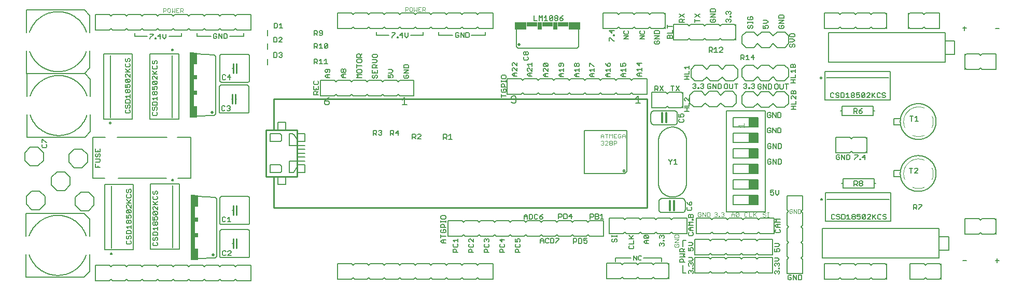
<source format=gto>
G75*
%MOIN*%
%OFA0B0*%
%FSLAX25Y25*%
%IPPOS*%
%LPD*%
%AMOC8*
5,1,8,0,0,1.08239X$1,22.5*
%
%ADD10C,0.00500*%
%ADD11C,0.00400*%
%ADD12C,0.00800*%
%ADD13C,0.00600*%
%ADD14C,0.01000*%
%ADD15C,0.01200*%
%ADD16C,0.02000*%
%ADD17R,0.03000X0.42000*%
%ADD18R,0.02000X0.07500*%
%ADD19R,0.02000X0.03000*%
%ADD20R,0.06000X0.06000*%
%ADD21C,0.00300*%
%ADD22C,0.00700*%
%ADD23R,0.07500X0.05000*%
%ADD24R,0.07000X0.03000*%
%ADD25R,0.03000X0.05000*%
%ADD26C,0.00200*%
D10*
X0249245Y0142500D02*
X0249762Y0141983D01*
X0250796Y0141983D01*
X0251313Y0142500D01*
X0252560Y0141983D02*
X0254628Y0144052D01*
X0254628Y0144569D01*
X0254111Y0145086D01*
X0253077Y0145086D01*
X0252560Y0144569D01*
X0251313Y0144569D02*
X0250796Y0145086D01*
X0249762Y0145086D01*
X0249245Y0144569D01*
X0249245Y0142500D01*
X0252560Y0141983D02*
X0254628Y0141983D01*
X0217085Y0147043D02*
X0217085Y0187043D01*
X0220295Y0191713D02*
X0228770Y0191713D01*
X0228770Y0218091D01*
X0220217Y0218092D01*
X0213287Y0218092D02*
X0181389Y0218056D01*
X0173765Y0218091D02*
X0165778Y0218091D01*
X0165778Y0191713D01*
X0173557Y0191713D01*
X0177675Y0186650D02*
X0177675Y0146650D01*
X0187323Y0149917D02*
X0187840Y0149400D01*
X0189908Y0149400D01*
X0190425Y0149917D01*
X0190425Y0150951D01*
X0189908Y0151468D01*
X0189908Y0152714D02*
X0190425Y0153232D01*
X0190425Y0154266D01*
X0189908Y0154783D01*
X0189391Y0154783D01*
X0188874Y0154266D01*
X0188874Y0153232D01*
X0188357Y0152714D01*
X0187840Y0152714D01*
X0187323Y0153232D01*
X0187323Y0154266D01*
X0187840Y0154783D01*
X0187323Y0156029D02*
X0187323Y0157581D01*
X0187840Y0158098D01*
X0189908Y0158098D01*
X0190425Y0157581D01*
X0190425Y0156029D01*
X0187323Y0156029D01*
X0188357Y0159344D02*
X0187323Y0160378D01*
X0190425Y0160378D01*
X0190425Y0159344D02*
X0190425Y0161413D01*
X0189908Y0162659D02*
X0189391Y0162659D01*
X0188874Y0163176D01*
X0188874Y0164210D01*
X0189391Y0164727D01*
X0189908Y0164727D01*
X0190425Y0164210D01*
X0190425Y0163176D01*
X0189908Y0162659D01*
X0188874Y0163176D02*
X0188357Y0162659D01*
X0187840Y0162659D01*
X0187323Y0163176D01*
X0187323Y0164210D01*
X0187840Y0164727D01*
X0188357Y0164727D01*
X0188874Y0164210D01*
X0188874Y0165974D02*
X0187323Y0165974D01*
X0187323Y0168042D01*
X0188357Y0167525D02*
X0188874Y0168042D01*
X0189908Y0168042D01*
X0190425Y0167525D01*
X0190425Y0166491D01*
X0189908Y0165974D01*
X0188874Y0165974D02*
X0188357Y0167008D01*
X0188357Y0167525D01*
X0187840Y0169289D02*
X0187323Y0169806D01*
X0187323Y0170840D01*
X0187840Y0171357D01*
X0189908Y0169289D01*
X0190425Y0169806D01*
X0190425Y0170840D01*
X0189908Y0171357D01*
X0187840Y0171357D01*
X0187840Y0172603D02*
X0187323Y0173120D01*
X0187323Y0174155D01*
X0187840Y0174672D01*
X0188357Y0174672D01*
X0190425Y0172603D01*
X0190425Y0174672D01*
X0190425Y0175918D02*
X0187323Y0175918D01*
X0188874Y0176435D02*
X0190425Y0177987D01*
X0189908Y0179233D02*
X0190425Y0179750D01*
X0190425Y0180784D01*
X0189908Y0181301D01*
X0189908Y0182548D02*
X0190425Y0183065D01*
X0190425Y0184099D01*
X0189908Y0184616D01*
X0189391Y0184616D01*
X0188874Y0184099D01*
X0188874Y0183065D01*
X0188357Y0182548D01*
X0187840Y0182548D01*
X0187323Y0183065D01*
X0187323Y0184099D01*
X0187840Y0184616D01*
X0187840Y0181301D02*
X0187323Y0180784D01*
X0187323Y0179750D01*
X0187840Y0179233D01*
X0189908Y0179233D01*
X0187323Y0177987D02*
X0189391Y0175918D01*
X0189908Y0169289D02*
X0187840Y0169289D01*
X0204332Y0169770D02*
X0204332Y0168736D01*
X0204849Y0168219D01*
X0206918Y0168219D01*
X0204849Y0170288D01*
X0206918Y0170288D01*
X0207435Y0169770D01*
X0207435Y0168736D01*
X0206918Y0168219D01*
X0206918Y0166973D02*
X0207435Y0166456D01*
X0207435Y0165421D01*
X0206918Y0164904D01*
X0205883Y0164904D02*
X0205366Y0165938D01*
X0205366Y0166456D01*
X0205883Y0166973D01*
X0206918Y0166973D01*
X0205883Y0164904D02*
X0204332Y0164904D01*
X0204332Y0166973D01*
X0204332Y0169770D02*
X0204849Y0170288D01*
X0204849Y0171534D02*
X0204332Y0172051D01*
X0204332Y0173085D01*
X0204849Y0173602D01*
X0205366Y0173602D01*
X0207435Y0171534D01*
X0207435Y0173602D01*
X0207435Y0174849D02*
X0204332Y0174849D01*
X0205883Y0175366D02*
X0207435Y0176917D01*
X0206918Y0178164D02*
X0207435Y0178681D01*
X0207435Y0179715D01*
X0206918Y0180232D01*
X0206918Y0181478D02*
X0207435Y0181995D01*
X0207435Y0183030D01*
X0206918Y0183547D01*
X0206400Y0183547D01*
X0205883Y0183030D01*
X0205883Y0181995D01*
X0205366Y0181478D01*
X0204849Y0181478D01*
X0204332Y0181995D01*
X0204332Y0183030D01*
X0204849Y0183547D01*
X0204849Y0180232D02*
X0204332Y0179715D01*
X0204332Y0178681D01*
X0204849Y0178164D01*
X0206918Y0178164D01*
X0204332Y0176917D02*
X0206400Y0174849D01*
X0206400Y0163658D02*
X0206918Y0163658D01*
X0207435Y0163141D01*
X0207435Y0162107D01*
X0206918Y0161589D01*
X0206400Y0161589D01*
X0205883Y0162107D01*
X0205883Y0163141D01*
X0206400Y0163658D01*
X0205883Y0163141D02*
X0205366Y0163658D01*
X0204849Y0163658D01*
X0204332Y0163141D01*
X0204332Y0162107D01*
X0204849Y0161589D01*
X0205366Y0161589D01*
X0205883Y0162107D01*
X0207435Y0160343D02*
X0207435Y0158275D01*
X0207435Y0159309D02*
X0204332Y0159309D01*
X0205366Y0158275D01*
X0204849Y0157028D02*
X0204332Y0156511D01*
X0204332Y0154960D01*
X0207435Y0154960D01*
X0207435Y0156511D01*
X0206918Y0157028D01*
X0204849Y0157028D01*
X0204849Y0153713D02*
X0204332Y0153196D01*
X0204332Y0152162D01*
X0204849Y0151645D01*
X0205366Y0151645D01*
X0205883Y0152162D01*
X0205883Y0153196D01*
X0206400Y0153713D01*
X0206918Y0153713D01*
X0207435Y0153196D01*
X0207435Y0152162D01*
X0206918Y0151645D01*
X0206918Y0150399D02*
X0207435Y0149881D01*
X0207435Y0148847D01*
X0206918Y0148330D01*
X0204849Y0148330D01*
X0204332Y0148847D01*
X0204332Y0149881D01*
X0204849Y0150399D01*
X0187840Y0151468D02*
X0187323Y0150951D01*
X0187323Y0149917D01*
X0248945Y0164300D02*
X0249462Y0163783D01*
X0250496Y0163783D01*
X0251013Y0164300D01*
X0252260Y0163783D02*
X0254328Y0163783D01*
X0253294Y0163783D02*
X0253294Y0166886D01*
X0252260Y0165852D01*
X0251013Y0166369D02*
X0250496Y0166886D01*
X0249462Y0166886D01*
X0248945Y0166369D01*
X0248945Y0164300D01*
X0284600Y0187862D02*
X0289600Y0187862D01*
X0289600Y0192862D01*
X0292100Y0195362D02*
X0293931Y0195362D01*
X0294971Y0195919D02*
X0297100Y0199112D01*
X0297100Y0200362D02*
X0302100Y0200362D01*
X0302100Y0195362D01*
X0297100Y0195362D01*
X0294971Y0195919D02*
X0294932Y0195863D01*
X0294889Y0195809D01*
X0294844Y0195758D01*
X0294796Y0195710D01*
X0294746Y0195664D01*
X0294693Y0195621D01*
X0294637Y0195581D01*
X0294580Y0195544D01*
X0294521Y0195510D01*
X0294460Y0195479D01*
X0294397Y0195452D01*
X0294333Y0195428D01*
X0294268Y0195408D01*
X0294202Y0195392D01*
X0294135Y0195379D01*
X0294067Y0195369D01*
X0293999Y0195364D01*
X0293931Y0195362D01*
X0292100Y0195362D02*
X0292100Y0202862D01*
X0297100Y0202862D01*
X0302100Y0202862D01*
X0302100Y0205362D02*
X0297100Y0205362D01*
X0297100Y0207862D02*
X0302100Y0207862D01*
X0302100Y0210362D02*
X0297100Y0210362D01*
X0297100Y0212862D02*
X0292100Y0212862D01*
X0292100Y0220362D01*
X0293931Y0220362D01*
X0294971Y0219806D02*
X0297100Y0216612D01*
X0297100Y0215362D02*
X0302100Y0215362D01*
X0302100Y0220362D01*
X0297100Y0220362D01*
X0294971Y0219805D02*
X0294932Y0219861D01*
X0294889Y0219915D01*
X0294844Y0219966D01*
X0294796Y0220014D01*
X0294746Y0220060D01*
X0294693Y0220103D01*
X0294637Y0220143D01*
X0294580Y0220180D01*
X0294521Y0220214D01*
X0294460Y0220245D01*
X0294397Y0220272D01*
X0294333Y0220296D01*
X0294268Y0220316D01*
X0294202Y0220332D01*
X0294135Y0220345D01*
X0294067Y0220355D01*
X0293999Y0220360D01*
X0293931Y0220362D01*
X0289600Y0222862D02*
X0289600Y0227862D01*
X0284600Y0227862D01*
X0284600Y0222862D01*
X0285850Y0220362D02*
X0279600Y0220362D01*
X0279600Y0215362D01*
X0285850Y0215362D01*
X0285918Y0215364D01*
X0285985Y0215369D01*
X0286052Y0215378D01*
X0286119Y0215391D01*
X0286184Y0215408D01*
X0286249Y0215427D01*
X0286313Y0215451D01*
X0286375Y0215478D01*
X0286436Y0215508D01*
X0286494Y0215541D01*
X0286551Y0215577D01*
X0286606Y0215617D01*
X0286659Y0215659D01*
X0286710Y0215705D01*
X0286757Y0215752D01*
X0286803Y0215803D01*
X0286845Y0215856D01*
X0286885Y0215911D01*
X0286921Y0215968D01*
X0286954Y0216026D01*
X0286984Y0216087D01*
X0287011Y0216149D01*
X0287035Y0216213D01*
X0287054Y0216278D01*
X0287071Y0216343D01*
X0287084Y0216410D01*
X0287093Y0216477D01*
X0287098Y0216544D01*
X0287100Y0216612D01*
X0287100Y0219112D01*
X0287098Y0219180D01*
X0287093Y0219247D01*
X0287084Y0219314D01*
X0287071Y0219381D01*
X0287054Y0219446D01*
X0287035Y0219511D01*
X0287011Y0219575D01*
X0286984Y0219637D01*
X0286954Y0219698D01*
X0286921Y0219756D01*
X0286885Y0219813D01*
X0286845Y0219868D01*
X0286803Y0219921D01*
X0286757Y0219972D01*
X0286710Y0220019D01*
X0286659Y0220065D01*
X0286606Y0220107D01*
X0286551Y0220147D01*
X0286494Y0220183D01*
X0286436Y0220216D01*
X0286375Y0220246D01*
X0286313Y0220273D01*
X0286249Y0220297D01*
X0286184Y0220316D01*
X0286119Y0220333D01*
X0286052Y0220346D01*
X0285985Y0220355D01*
X0285918Y0220360D01*
X0285850Y0220362D01*
X0297100Y0212862D02*
X0302100Y0212862D01*
X0287100Y0199112D02*
X0287100Y0196612D01*
X0287098Y0196544D01*
X0287093Y0196477D01*
X0287084Y0196410D01*
X0287071Y0196343D01*
X0287054Y0196278D01*
X0287035Y0196213D01*
X0287011Y0196149D01*
X0286984Y0196087D01*
X0286954Y0196026D01*
X0286921Y0195968D01*
X0286885Y0195911D01*
X0286845Y0195856D01*
X0286803Y0195803D01*
X0286757Y0195752D01*
X0286710Y0195705D01*
X0286659Y0195659D01*
X0286606Y0195617D01*
X0286551Y0195577D01*
X0286494Y0195541D01*
X0286436Y0195508D01*
X0286375Y0195478D01*
X0286313Y0195451D01*
X0286249Y0195427D01*
X0286184Y0195408D01*
X0286119Y0195391D01*
X0286052Y0195378D01*
X0285985Y0195369D01*
X0285918Y0195364D01*
X0285850Y0195362D01*
X0279600Y0195362D01*
X0279600Y0200362D01*
X0285850Y0200362D01*
X0285918Y0200360D01*
X0285985Y0200355D01*
X0286052Y0200346D01*
X0286119Y0200333D01*
X0286184Y0200316D01*
X0286249Y0200297D01*
X0286313Y0200273D01*
X0286375Y0200246D01*
X0286436Y0200216D01*
X0286494Y0200183D01*
X0286551Y0200147D01*
X0286606Y0200107D01*
X0286659Y0200065D01*
X0286710Y0200019D01*
X0286757Y0199972D01*
X0286803Y0199921D01*
X0286845Y0199868D01*
X0286885Y0199813D01*
X0286921Y0199756D01*
X0286954Y0199698D01*
X0286984Y0199637D01*
X0287011Y0199575D01*
X0287035Y0199511D01*
X0287054Y0199446D01*
X0287071Y0199381D01*
X0287084Y0199314D01*
X0287093Y0199247D01*
X0287098Y0199180D01*
X0287100Y0199112D01*
X0284600Y0192862D02*
X0284600Y0187862D01*
X0346145Y0219483D02*
X0346145Y0222586D01*
X0347696Y0222586D01*
X0348213Y0222069D01*
X0348213Y0221034D01*
X0347696Y0220517D01*
X0346145Y0220517D01*
X0347179Y0220517D02*
X0348213Y0219483D01*
X0349460Y0220000D02*
X0349977Y0219483D01*
X0351011Y0219483D01*
X0351528Y0220000D01*
X0351528Y0220517D01*
X0351011Y0221034D01*
X0350494Y0221034D01*
X0351011Y0221034D02*
X0351528Y0221552D01*
X0351528Y0222069D01*
X0351011Y0222586D01*
X0349977Y0222586D01*
X0349460Y0222069D01*
X0357145Y0222486D02*
X0357145Y0219383D01*
X0357145Y0220417D02*
X0358696Y0220417D01*
X0359213Y0220934D01*
X0359213Y0221969D01*
X0358696Y0222486D01*
X0357145Y0222486D01*
X0358179Y0220417D02*
X0359213Y0219383D01*
X0360460Y0220934D02*
X0362011Y0222486D01*
X0362011Y0219383D01*
X0362528Y0220934D02*
X0360460Y0220934D01*
X0371245Y0220186D02*
X0371245Y0217083D01*
X0371245Y0218117D02*
X0372796Y0218117D01*
X0373313Y0218634D01*
X0373313Y0219669D01*
X0372796Y0220186D01*
X0371245Y0220186D01*
X0372279Y0218117D02*
X0373313Y0217083D01*
X0374560Y0217083D02*
X0376628Y0219152D01*
X0376628Y0219669D01*
X0376111Y0220186D01*
X0375077Y0220186D01*
X0374560Y0219669D01*
X0374560Y0217083D02*
X0376628Y0217083D01*
X0391245Y0216883D02*
X0391245Y0219986D01*
X0392796Y0219986D01*
X0393313Y0219469D01*
X0393313Y0218434D01*
X0392796Y0217917D01*
X0391245Y0217917D01*
X0392279Y0217917D02*
X0393313Y0216883D01*
X0394560Y0216883D02*
X0396628Y0216883D01*
X0395594Y0216883D02*
X0395594Y0219986D01*
X0394560Y0218952D01*
X0367714Y0239167D02*
X0364711Y0239167D01*
X0366212Y0239167D02*
X0366212Y0243671D01*
X0364711Y0242170D01*
X0366159Y0256183D02*
X0368228Y0256183D01*
X0368745Y0256700D01*
X0368745Y0257734D01*
X0368228Y0258252D01*
X0367194Y0258252D01*
X0367194Y0257217D01*
X0366159Y0256183D02*
X0365642Y0256700D01*
X0365642Y0257734D01*
X0366159Y0258252D01*
X0365642Y0259498D02*
X0368745Y0261566D01*
X0365642Y0261566D01*
X0365642Y0262813D02*
X0365642Y0264364D01*
X0366159Y0264881D01*
X0368228Y0264881D01*
X0368745Y0264364D01*
X0368745Y0262813D01*
X0365642Y0262813D01*
X0365642Y0259498D02*
X0368745Y0259498D01*
X0358745Y0260632D02*
X0357711Y0259598D01*
X0355642Y0259598D01*
X0355642Y0258352D02*
X0355642Y0256283D01*
X0357194Y0256283D01*
X0356676Y0257317D01*
X0356676Y0257834D01*
X0357194Y0258352D01*
X0358228Y0258352D01*
X0358745Y0257834D01*
X0358745Y0256800D01*
X0358228Y0256283D01*
X0348645Y0256700D02*
X0348645Y0257734D01*
X0348128Y0258252D01*
X0347611Y0258252D01*
X0347094Y0257734D01*
X0347094Y0256700D01*
X0346576Y0256183D01*
X0346059Y0256183D01*
X0345542Y0256700D01*
X0345542Y0257734D01*
X0346059Y0258252D01*
X0345542Y0259498D02*
X0348645Y0259498D01*
X0348645Y0261566D01*
X0348645Y0262813D02*
X0345542Y0262813D01*
X0345542Y0264364D01*
X0346059Y0264881D01*
X0347094Y0264881D01*
X0347611Y0264364D01*
X0347611Y0262813D01*
X0347611Y0263847D02*
X0348645Y0264881D01*
X0347611Y0266128D02*
X0348645Y0267162D01*
X0347611Y0268196D01*
X0345542Y0268196D01*
X0346059Y0269442D02*
X0348128Y0269442D01*
X0348645Y0269959D01*
X0348645Y0270994D01*
X0348128Y0271511D01*
X0346059Y0271511D01*
X0345542Y0270994D01*
X0345542Y0269959D01*
X0346059Y0269442D01*
X0345542Y0266128D02*
X0347611Y0266128D01*
X0345542Y0261566D02*
X0345542Y0259498D01*
X0347094Y0259498D02*
X0347094Y0260532D01*
X0338645Y0260115D02*
X0338645Y0261149D01*
X0338128Y0261666D01*
X0336059Y0261666D01*
X0335542Y0261149D01*
X0335542Y0260115D01*
X0336059Y0259598D01*
X0338128Y0259598D01*
X0338645Y0260115D01*
X0338645Y0258352D02*
X0335542Y0258352D01*
X0336576Y0257317D01*
X0335542Y0256283D01*
X0338645Y0256283D01*
X0348128Y0256183D02*
X0348645Y0256700D01*
X0355642Y0261666D02*
X0357711Y0261666D01*
X0358745Y0260632D01*
X0338645Y0263947D02*
X0335542Y0263947D01*
X0335542Y0262913D02*
X0335542Y0264981D01*
X0336059Y0266228D02*
X0338128Y0266228D01*
X0338645Y0266745D01*
X0338645Y0267779D01*
X0338128Y0268296D01*
X0336059Y0268296D01*
X0335542Y0267779D01*
X0335542Y0266745D01*
X0336059Y0266228D01*
X0335542Y0269542D02*
X0335542Y0271094D01*
X0336059Y0271611D01*
X0337094Y0271611D01*
X0337611Y0271094D01*
X0337611Y0269542D01*
X0338645Y0269542D02*
X0335542Y0269542D01*
X0337611Y0270577D02*
X0338645Y0271611D01*
X0328445Y0261449D02*
X0328445Y0260415D01*
X0327928Y0259898D01*
X0327411Y0259898D01*
X0326894Y0260415D01*
X0326894Y0261449D01*
X0327411Y0261966D01*
X0327928Y0261966D01*
X0328445Y0261449D01*
X0326894Y0261449D02*
X0326376Y0261966D01*
X0325859Y0261966D01*
X0325342Y0261449D01*
X0325342Y0260415D01*
X0325859Y0259898D01*
X0326376Y0259898D01*
X0326894Y0260415D01*
X0326894Y0258652D02*
X0326894Y0256583D01*
X0326376Y0256583D02*
X0325342Y0257617D01*
X0326376Y0258652D01*
X0328445Y0258652D01*
X0328445Y0256583D02*
X0326376Y0256583D01*
X0318245Y0256483D02*
X0316176Y0256483D01*
X0315142Y0257517D01*
X0316176Y0258552D01*
X0318245Y0258552D01*
X0317728Y0259798D02*
X0318245Y0260315D01*
X0318245Y0261349D01*
X0317728Y0261866D01*
X0315659Y0261866D01*
X0315142Y0261349D01*
X0315142Y0260315D01*
X0315659Y0259798D01*
X0316176Y0259798D01*
X0316694Y0260315D01*
X0316694Y0261866D01*
X0316694Y0258552D02*
X0316694Y0256483D01*
X0310845Y0253764D02*
X0310845Y0252730D01*
X0310328Y0252213D01*
X0308259Y0252213D01*
X0307742Y0252730D01*
X0307742Y0253764D01*
X0308259Y0254281D01*
X0310328Y0254281D02*
X0310845Y0253764D01*
X0310845Y0250966D02*
X0310845Y0248898D01*
X0307742Y0248898D01*
X0307742Y0250966D01*
X0309294Y0249932D02*
X0309294Y0248898D01*
X0309294Y0247652D02*
X0309811Y0247134D01*
X0309811Y0245583D01*
X0310845Y0245583D02*
X0307742Y0245583D01*
X0307742Y0247134D01*
X0308259Y0247652D01*
X0309294Y0247652D01*
X0309811Y0246617D02*
X0310845Y0247652D01*
X0316212Y0242921D02*
X0314711Y0241419D01*
X0316963Y0241419D01*
X0317714Y0240669D01*
X0317714Y0239918D01*
X0316963Y0239167D01*
X0315462Y0239167D01*
X0314711Y0239918D01*
X0314711Y0241419D01*
X0316212Y0242921D02*
X0317714Y0243671D01*
X0316643Y0265283D02*
X0314575Y0265283D01*
X0315609Y0265283D02*
X0315609Y0268386D01*
X0314575Y0267352D01*
X0313328Y0265283D02*
X0311260Y0265283D01*
X0312294Y0265283D02*
X0312294Y0268386D01*
X0311260Y0267352D01*
X0310013Y0267869D02*
X0310013Y0266834D01*
X0309496Y0266317D01*
X0307945Y0266317D01*
X0307945Y0265283D02*
X0307945Y0268386D01*
X0309496Y0268386D01*
X0310013Y0267869D01*
X0308979Y0266317D02*
X0310013Y0265283D01*
X0310113Y0275283D02*
X0309079Y0276317D01*
X0309596Y0276317D02*
X0308045Y0276317D01*
X0308045Y0275283D02*
X0308045Y0278386D01*
X0309596Y0278386D01*
X0310113Y0277869D01*
X0310113Y0276834D01*
X0309596Y0276317D01*
X0311360Y0275283D02*
X0313428Y0275283D01*
X0312394Y0275283D02*
X0312394Y0278386D01*
X0311360Y0277352D01*
X0314675Y0277869D02*
X0315192Y0278386D01*
X0316226Y0278386D01*
X0316743Y0277869D01*
X0314675Y0275800D01*
X0315192Y0275283D01*
X0316226Y0275283D01*
X0316743Y0275800D01*
X0316743Y0277869D01*
X0314675Y0277869D02*
X0314675Y0275800D01*
X0312811Y0283683D02*
X0313328Y0284200D01*
X0313328Y0286269D01*
X0312811Y0286786D01*
X0311777Y0286786D01*
X0311260Y0286269D01*
X0311260Y0285752D01*
X0311777Y0285234D01*
X0313328Y0285234D01*
X0312811Y0283683D02*
X0311777Y0283683D01*
X0311260Y0284200D01*
X0310013Y0283683D02*
X0308979Y0284717D01*
X0309496Y0284717D02*
X0307945Y0284717D01*
X0307945Y0283683D02*
X0307945Y0286786D01*
X0309496Y0286786D01*
X0310013Y0286269D01*
X0310013Y0285234D01*
X0309496Y0284717D01*
X0287728Y0288483D02*
X0285660Y0288483D01*
X0286694Y0288483D02*
X0286694Y0291586D01*
X0285660Y0290552D01*
X0284413Y0291069D02*
X0283896Y0291586D01*
X0282345Y0291586D01*
X0282345Y0288483D01*
X0283896Y0288483D01*
X0284413Y0289000D01*
X0284413Y0291069D01*
X0278236Y0287225D02*
X0278236Y0283475D01*
X0282045Y0282386D02*
X0282045Y0279283D01*
X0283596Y0279283D01*
X0284113Y0279800D01*
X0284113Y0281869D01*
X0283596Y0282386D01*
X0282045Y0282386D01*
X0285360Y0281869D02*
X0285877Y0282386D01*
X0286911Y0282386D01*
X0287428Y0281869D01*
X0287428Y0281352D01*
X0285360Y0279283D01*
X0287428Y0279283D01*
X0278236Y0278367D02*
X0278236Y0274617D01*
X0282145Y0272686D02*
X0283696Y0272686D01*
X0284213Y0272169D01*
X0284213Y0270100D01*
X0283696Y0269583D01*
X0282145Y0269583D01*
X0282145Y0272686D01*
X0285460Y0272169D02*
X0285977Y0272686D01*
X0287011Y0272686D01*
X0287528Y0272169D01*
X0287528Y0271652D01*
X0287011Y0271134D01*
X0287528Y0270617D01*
X0287528Y0270100D01*
X0287011Y0269583D01*
X0285977Y0269583D01*
X0285460Y0270100D01*
X0286494Y0271134D02*
X0287011Y0271134D01*
X0278236Y0268525D02*
X0278236Y0264775D01*
X0254428Y0256734D02*
X0252360Y0256734D01*
X0253911Y0258286D01*
X0253911Y0255183D01*
X0251113Y0255700D02*
X0250596Y0255183D01*
X0249562Y0255183D01*
X0249045Y0255700D01*
X0249045Y0257769D01*
X0249562Y0258286D01*
X0250596Y0258286D01*
X0251113Y0257769D01*
X0216793Y0270941D02*
X0216793Y0230941D01*
X0207143Y0232745D02*
X0207143Y0233779D01*
X0206626Y0234296D01*
X0206626Y0235543D02*
X0207143Y0236060D01*
X0207143Y0237094D01*
X0206626Y0237611D01*
X0206109Y0237611D01*
X0205592Y0237094D01*
X0205592Y0236060D01*
X0205075Y0235543D01*
X0204558Y0235543D01*
X0204041Y0236060D01*
X0204041Y0237094D01*
X0204558Y0237611D01*
X0204041Y0238857D02*
X0204041Y0240409D01*
X0204558Y0240926D01*
X0206626Y0240926D01*
X0207143Y0240409D01*
X0207143Y0238857D01*
X0204041Y0238857D01*
X0205075Y0242172D02*
X0204041Y0243206D01*
X0207143Y0243206D01*
X0207143Y0242172D02*
X0207143Y0244241D01*
X0206626Y0245487D02*
X0206109Y0245487D01*
X0205592Y0246004D01*
X0205592Y0247038D01*
X0206109Y0247556D01*
X0206626Y0247556D01*
X0207143Y0247038D01*
X0207143Y0246004D01*
X0206626Y0245487D01*
X0205592Y0246004D02*
X0205075Y0245487D01*
X0204558Y0245487D01*
X0204041Y0246004D01*
X0204041Y0247038D01*
X0204558Y0247556D01*
X0205075Y0247556D01*
X0205592Y0247038D01*
X0205592Y0248802D02*
X0205075Y0249836D01*
X0205075Y0250353D01*
X0205592Y0250870D01*
X0206626Y0250870D01*
X0207143Y0250353D01*
X0207143Y0249319D01*
X0206626Y0248802D01*
X0205592Y0248802D02*
X0204041Y0248802D01*
X0204041Y0250870D01*
X0204558Y0252117D02*
X0204041Y0252634D01*
X0204041Y0253668D01*
X0204558Y0254185D01*
X0206626Y0252117D01*
X0207143Y0252634D01*
X0207143Y0253668D01*
X0206626Y0254185D01*
X0204558Y0254185D01*
X0204558Y0255432D02*
X0204041Y0255949D01*
X0204041Y0256983D01*
X0204558Y0257500D01*
X0205075Y0257500D01*
X0207143Y0255432D01*
X0207143Y0257500D01*
X0207143Y0258746D02*
X0204041Y0258746D01*
X0205592Y0259263D02*
X0207143Y0260815D01*
X0206626Y0262061D02*
X0207143Y0262578D01*
X0207143Y0263613D01*
X0206626Y0264130D01*
X0206626Y0265376D02*
X0207143Y0265893D01*
X0207143Y0266927D01*
X0206626Y0267444D01*
X0206109Y0267444D01*
X0205592Y0266927D01*
X0205592Y0265893D01*
X0205075Y0265376D01*
X0204558Y0265376D01*
X0204041Y0265893D01*
X0204041Y0266927D01*
X0204558Y0267444D01*
X0204558Y0264130D02*
X0204041Y0263613D01*
X0204041Y0262578D01*
X0204558Y0262061D01*
X0206626Y0262061D01*
X0204041Y0260815D02*
X0206109Y0258746D01*
X0206626Y0252117D02*
X0204558Y0252117D01*
X0189748Y0251738D02*
X0189748Y0250703D01*
X0189231Y0250186D01*
X0188197Y0250186D02*
X0187680Y0251221D01*
X0187680Y0251738D01*
X0188197Y0252255D01*
X0189231Y0252255D01*
X0189748Y0251738D01*
X0189231Y0253501D02*
X0187162Y0255570D01*
X0189231Y0255570D01*
X0189748Y0255052D01*
X0189748Y0254018D01*
X0189231Y0253501D01*
X0187162Y0253501D01*
X0186645Y0254018D01*
X0186645Y0255052D01*
X0187162Y0255570D01*
X0187162Y0256816D02*
X0186645Y0257333D01*
X0186645Y0258367D01*
X0187162Y0258884D01*
X0187680Y0258884D01*
X0189748Y0256816D01*
X0189748Y0258884D01*
X0189748Y0260131D02*
X0186645Y0260131D01*
X0188197Y0260648D02*
X0189748Y0262199D01*
X0189231Y0263446D02*
X0189748Y0263963D01*
X0189748Y0264997D01*
X0189231Y0265514D01*
X0189231Y0266760D02*
X0189748Y0267278D01*
X0189748Y0268312D01*
X0189231Y0268829D01*
X0188714Y0268829D01*
X0188197Y0268312D01*
X0188197Y0267278D01*
X0187680Y0266760D01*
X0187162Y0266760D01*
X0186645Y0267278D01*
X0186645Y0268312D01*
X0187162Y0268829D01*
X0187162Y0265514D02*
X0186645Y0264997D01*
X0186645Y0263963D01*
X0187162Y0263446D01*
X0189231Y0263446D01*
X0186645Y0262199D02*
X0188714Y0260131D01*
X0186645Y0252255D02*
X0186645Y0250186D01*
X0188197Y0250186D01*
X0188714Y0248940D02*
X0189231Y0248940D01*
X0189748Y0248423D01*
X0189748Y0247389D01*
X0189231Y0246872D01*
X0188714Y0246872D01*
X0188197Y0247389D01*
X0188197Y0248423D01*
X0188714Y0248940D01*
X0188197Y0248423D02*
X0187680Y0248940D01*
X0187162Y0248940D01*
X0186645Y0248423D01*
X0186645Y0247389D01*
X0187162Y0246872D01*
X0187680Y0246872D01*
X0188197Y0247389D01*
X0189748Y0245625D02*
X0189748Y0243557D01*
X0189748Y0244591D02*
X0186645Y0244591D01*
X0187680Y0243557D01*
X0187162Y0242310D02*
X0186645Y0241793D01*
X0186645Y0240242D01*
X0189748Y0240242D01*
X0189748Y0241793D01*
X0189231Y0242310D01*
X0187162Y0242310D01*
X0187162Y0238995D02*
X0186645Y0238478D01*
X0186645Y0237444D01*
X0187162Y0236927D01*
X0187680Y0236927D01*
X0188197Y0237444D01*
X0188197Y0238478D01*
X0188714Y0238995D01*
X0189231Y0238995D01*
X0189748Y0238478D01*
X0189748Y0237444D01*
X0189231Y0236927D01*
X0189231Y0235681D02*
X0189748Y0235164D01*
X0189748Y0234129D01*
X0189231Y0233612D01*
X0187162Y0233612D01*
X0186645Y0234129D01*
X0186645Y0235164D01*
X0187162Y0235681D01*
X0176998Y0230862D02*
X0176998Y0270862D01*
X0202545Y0281483D02*
X0202545Y0282000D01*
X0204613Y0284069D01*
X0204613Y0284586D01*
X0202545Y0284586D01*
X0205860Y0282000D02*
X0206377Y0282000D01*
X0206377Y0281483D01*
X0205860Y0281483D01*
X0205860Y0282000D01*
X0207517Y0283034D02*
X0209586Y0283034D01*
X0210832Y0282517D02*
X0211866Y0281483D01*
X0212900Y0282517D01*
X0212900Y0284586D01*
X0210832Y0284586D02*
X0210832Y0282517D01*
X0209068Y0281483D02*
X0209068Y0284586D01*
X0207517Y0283034D01*
X0243345Y0282200D02*
X0243862Y0281683D01*
X0244896Y0281683D01*
X0245413Y0282200D01*
X0245413Y0283234D01*
X0244379Y0283234D01*
X0243345Y0282200D02*
X0243345Y0284269D01*
X0243862Y0284786D01*
X0244896Y0284786D01*
X0245413Y0284269D01*
X0246660Y0284786D02*
X0248728Y0281683D01*
X0248728Y0284786D01*
X0249975Y0284786D02*
X0251526Y0284786D01*
X0252043Y0284269D01*
X0252043Y0282200D01*
X0251526Y0281683D01*
X0249975Y0281683D01*
X0249975Y0284786D01*
X0246660Y0284786D02*
X0246660Y0281683D01*
X0249162Y0238286D02*
X0248645Y0237769D01*
X0248645Y0235700D01*
X0249162Y0235183D01*
X0250196Y0235183D01*
X0250713Y0235700D01*
X0251960Y0235700D02*
X0252477Y0235183D01*
X0253511Y0235183D01*
X0254028Y0235700D01*
X0254028Y0236217D01*
X0253511Y0236734D01*
X0252994Y0236734D01*
X0253511Y0236734D02*
X0254028Y0237252D01*
X0254028Y0237769D01*
X0253511Y0238286D01*
X0252477Y0238286D01*
X0251960Y0237769D01*
X0250713Y0237769D02*
X0250196Y0238286D01*
X0249162Y0238286D01*
X0207143Y0232745D02*
X0206626Y0232228D01*
X0204558Y0232228D01*
X0204041Y0232745D01*
X0204041Y0233779D01*
X0204558Y0234296D01*
X0170545Y0210896D02*
X0170545Y0208828D01*
X0167442Y0208828D01*
X0167442Y0210896D01*
X0168994Y0209862D02*
X0168994Y0208828D01*
X0169511Y0207581D02*
X0170028Y0207581D01*
X0170545Y0207064D01*
X0170545Y0206030D01*
X0170028Y0205513D01*
X0168994Y0206030D02*
X0168994Y0207064D01*
X0169511Y0207581D01*
X0167959Y0207581D02*
X0167442Y0207064D01*
X0167442Y0206030D01*
X0167959Y0205513D01*
X0168476Y0205513D01*
X0168994Y0206030D01*
X0170028Y0204266D02*
X0167442Y0204266D01*
X0167442Y0202198D02*
X0170028Y0202198D01*
X0170545Y0202715D01*
X0170545Y0203749D01*
X0170028Y0204266D01*
X0167442Y0200952D02*
X0167442Y0198883D01*
X0170545Y0198883D01*
X0168994Y0198883D02*
X0168994Y0199917D01*
X0182082Y0191765D02*
X0213209Y0191695D01*
X0136145Y0212000D02*
X0136145Y0213034D01*
X0135628Y0213552D01*
X0135628Y0214798D02*
X0136145Y0214798D01*
X0135628Y0214798D02*
X0133559Y0216866D01*
X0133042Y0216866D01*
X0133042Y0214798D01*
X0133559Y0213552D02*
X0133042Y0213034D01*
X0133042Y0212000D01*
X0133559Y0211483D01*
X0135628Y0211483D01*
X0136145Y0212000D01*
X0358145Y0282183D02*
X0358145Y0282700D01*
X0360213Y0284769D01*
X0360213Y0285286D01*
X0358145Y0285286D01*
X0361460Y0282700D02*
X0361977Y0282700D01*
X0361977Y0282183D01*
X0361460Y0282183D01*
X0361460Y0282700D01*
X0363117Y0283734D02*
X0365186Y0283734D01*
X0366432Y0283217D02*
X0367466Y0282183D01*
X0368500Y0283217D01*
X0368500Y0285286D01*
X0366432Y0285286D02*
X0366432Y0283217D01*
X0364668Y0282183D02*
X0364668Y0285286D01*
X0363117Y0283734D01*
X0398945Y0282900D02*
X0399462Y0282383D01*
X0400496Y0282383D01*
X0401013Y0282900D01*
X0401013Y0283934D01*
X0399979Y0283934D01*
X0398945Y0282900D02*
X0398945Y0284969D01*
X0399462Y0285486D01*
X0400496Y0285486D01*
X0401013Y0284969D01*
X0402260Y0285486D02*
X0404328Y0282383D01*
X0404328Y0285486D01*
X0405575Y0285486D02*
X0407126Y0285486D01*
X0407643Y0284969D01*
X0407643Y0282900D01*
X0407126Y0282383D01*
X0405575Y0282383D01*
X0405575Y0285486D01*
X0402260Y0285486D02*
X0402260Y0282383D01*
X0435342Y0265564D02*
X0435342Y0264530D01*
X0435859Y0264013D01*
X0435859Y0262766D02*
X0435342Y0262249D01*
X0435342Y0261215D01*
X0435859Y0260698D01*
X0436376Y0259452D02*
X0438445Y0259452D01*
X0438445Y0260698D02*
X0436376Y0262766D01*
X0435859Y0262766D01*
X0438445Y0262766D02*
X0438445Y0260698D01*
X0436894Y0259452D02*
X0436894Y0257383D01*
X0436376Y0257383D02*
X0435342Y0258417D01*
X0436376Y0259452D01*
X0436376Y0257383D02*
X0438445Y0257383D01*
X0445142Y0258317D02*
X0446176Y0259352D01*
X0448245Y0259352D01*
X0448245Y0260598D02*
X0446176Y0262666D01*
X0445659Y0262666D01*
X0445142Y0262149D01*
X0445142Y0261115D01*
X0445659Y0260598D01*
X0446694Y0259352D02*
X0446694Y0257283D01*
X0446176Y0257283D02*
X0445142Y0258317D01*
X0446176Y0257283D02*
X0448245Y0257283D01*
X0448245Y0260598D02*
X0448245Y0262666D01*
X0448245Y0263913D02*
X0448245Y0265981D01*
X0448245Y0264947D02*
X0445142Y0264947D01*
X0446176Y0263913D01*
X0445228Y0267783D02*
X0445745Y0268300D01*
X0445745Y0269334D01*
X0445228Y0269852D01*
X0445228Y0271098D02*
X0444711Y0271098D01*
X0444194Y0271615D01*
X0444194Y0272649D01*
X0444711Y0273166D01*
X0445228Y0273166D01*
X0445745Y0272649D01*
X0445745Y0271615D01*
X0445228Y0271098D01*
X0444194Y0271615D02*
X0443676Y0271098D01*
X0443159Y0271098D01*
X0442642Y0271615D01*
X0442642Y0272649D01*
X0443159Y0273166D01*
X0443676Y0273166D01*
X0444194Y0272649D01*
X0443159Y0269852D02*
X0442642Y0269334D01*
X0442642Y0268300D01*
X0443159Y0267783D01*
X0445228Y0267783D01*
X0438445Y0266081D02*
X0438445Y0264013D01*
X0436376Y0266081D01*
X0435859Y0266081D01*
X0435342Y0265564D01*
X0430928Y0258006D02*
X0428859Y0258006D01*
X0428342Y0257489D01*
X0428342Y0256455D01*
X0428859Y0255937D01*
X0430928Y0255937D01*
X0431445Y0256455D01*
X0431445Y0257489D01*
X0430928Y0258006D01*
X0431445Y0254762D02*
X0431445Y0253728D01*
X0431445Y0254245D02*
X0428342Y0254245D01*
X0428342Y0253728D02*
X0428342Y0254762D01*
X0428859Y0252481D02*
X0429894Y0252481D01*
X0430411Y0251964D01*
X0430411Y0250413D01*
X0431445Y0250413D02*
X0428342Y0250413D01*
X0428342Y0251964D01*
X0428859Y0252481D01*
X0428859Y0249166D02*
X0428342Y0248649D01*
X0428342Y0247615D01*
X0428859Y0247098D01*
X0430928Y0247098D01*
X0431445Y0247615D01*
X0431445Y0248649D01*
X0430928Y0249166D01*
X0429894Y0249166D01*
X0429894Y0248132D01*
X0428342Y0245852D02*
X0428342Y0243783D01*
X0428342Y0244817D02*
X0431445Y0244817D01*
X0434849Y0243905D02*
X0434849Y0243154D01*
X0435599Y0242403D01*
X0437851Y0242403D01*
X0437851Y0240902D02*
X0437851Y0243905D01*
X0437101Y0244655D01*
X0435599Y0244655D01*
X0434849Y0243905D01*
X0434849Y0240902D02*
X0435599Y0240152D01*
X0437101Y0240152D01*
X0437851Y0240902D01*
X0455342Y0258117D02*
X0456376Y0259152D01*
X0458445Y0259152D01*
X0458445Y0260398D02*
X0456376Y0262466D01*
X0455859Y0262466D01*
X0455342Y0261949D01*
X0455342Y0260915D01*
X0455859Y0260398D01*
X0456894Y0259152D02*
X0456894Y0257083D01*
X0456376Y0257083D02*
X0455342Y0258117D01*
X0456376Y0257083D02*
X0458445Y0257083D01*
X0458445Y0260398D02*
X0458445Y0262466D01*
X0457928Y0263713D02*
X0455859Y0265781D01*
X0457928Y0265781D01*
X0458445Y0265264D01*
X0458445Y0264230D01*
X0457928Y0263713D01*
X0455859Y0263713D01*
X0455342Y0264230D01*
X0455342Y0265264D01*
X0455859Y0265781D01*
X0465342Y0265264D02*
X0465342Y0264230D01*
X0465859Y0263713D01*
X0466376Y0263713D01*
X0466894Y0264230D01*
X0466894Y0265781D01*
X0467928Y0265781D02*
X0465859Y0265781D01*
X0465342Y0265264D01*
X0467928Y0265781D02*
X0468445Y0265264D01*
X0468445Y0264230D01*
X0467928Y0263713D01*
X0468445Y0262466D02*
X0468445Y0260398D01*
X0468445Y0261432D02*
X0465342Y0261432D01*
X0466376Y0260398D01*
X0466376Y0259152D02*
X0468445Y0259152D01*
X0466894Y0259152D02*
X0466894Y0257083D01*
X0466376Y0257083D02*
X0465342Y0258117D01*
X0466376Y0259152D01*
X0466376Y0257083D02*
X0468445Y0257083D01*
X0475342Y0258117D02*
X0476376Y0259152D01*
X0478445Y0259152D01*
X0478445Y0260398D02*
X0478445Y0262466D01*
X0478445Y0261432D02*
X0475342Y0261432D01*
X0476376Y0260398D01*
X0476894Y0259152D02*
X0476894Y0257083D01*
X0476376Y0257083D02*
X0475342Y0258117D01*
X0476376Y0257083D02*
X0478445Y0257083D01*
X0477928Y0263713D02*
X0477411Y0263713D01*
X0476894Y0264230D01*
X0476894Y0265264D01*
X0477411Y0265781D01*
X0477928Y0265781D01*
X0478445Y0265264D01*
X0478445Y0264230D01*
X0477928Y0263713D01*
X0476894Y0264230D02*
X0476376Y0263713D01*
X0475859Y0263713D01*
X0475342Y0264230D01*
X0475342Y0265264D01*
X0475859Y0265781D01*
X0476376Y0265781D01*
X0476894Y0265264D01*
X0485042Y0265881D02*
X0485042Y0263813D01*
X0485042Y0265881D02*
X0485559Y0265881D01*
X0487628Y0263813D01*
X0488145Y0263813D01*
X0488145Y0262566D02*
X0488145Y0260498D01*
X0488145Y0261532D02*
X0485042Y0261532D01*
X0486076Y0260498D01*
X0486076Y0259252D02*
X0488145Y0259252D01*
X0486594Y0259252D02*
X0486594Y0257183D01*
X0486076Y0257183D02*
X0485042Y0258217D01*
X0486076Y0259252D01*
X0486076Y0257183D02*
X0488145Y0257183D01*
X0495342Y0258217D02*
X0496376Y0259252D01*
X0498445Y0259252D01*
X0498445Y0260498D02*
X0498445Y0262566D01*
X0498445Y0261532D02*
X0495342Y0261532D01*
X0496376Y0260498D01*
X0496894Y0259252D02*
X0496894Y0257183D01*
X0496376Y0257183D02*
X0495342Y0258217D01*
X0496376Y0257183D02*
X0498445Y0257183D01*
X0497928Y0263813D02*
X0498445Y0264330D01*
X0498445Y0265364D01*
X0497928Y0265881D01*
X0497411Y0265881D01*
X0496894Y0265364D01*
X0496894Y0263813D01*
X0497928Y0263813D01*
X0496894Y0263813D02*
X0495859Y0264847D01*
X0495342Y0265881D01*
X0505242Y0265881D02*
X0505242Y0263813D01*
X0506794Y0263813D01*
X0506276Y0264847D01*
X0506276Y0265364D01*
X0506794Y0265881D01*
X0507828Y0265881D01*
X0508345Y0265364D01*
X0508345Y0264330D01*
X0507828Y0263813D01*
X0508345Y0262566D02*
X0508345Y0260498D01*
X0508345Y0261532D02*
X0505242Y0261532D01*
X0506276Y0260498D01*
X0506276Y0259252D02*
X0508345Y0259252D01*
X0506794Y0259252D02*
X0506794Y0257183D01*
X0506276Y0257183D02*
X0505242Y0258217D01*
X0506276Y0259252D01*
X0506276Y0257183D02*
X0508345Y0257183D01*
X0515542Y0258517D02*
X0516576Y0259552D01*
X0518645Y0259552D01*
X0518645Y0260798D02*
X0518645Y0262866D01*
X0518645Y0261832D02*
X0515542Y0261832D01*
X0516576Y0260798D01*
X0517094Y0259552D02*
X0517094Y0257483D01*
X0516576Y0257483D02*
X0515542Y0258517D01*
X0516576Y0257483D02*
X0518645Y0257483D01*
X0517094Y0264113D02*
X0515542Y0265664D01*
X0518645Y0265664D01*
X0517094Y0266181D02*
X0517094Y0264113D01*
X0546071Y0262979D02*
X0549173Y0262979D01*
X0549173Y0261945D02*
X0549173Y0264013D01*
X0547105Y0261945D02*
X0546071Y0262979D01*
X0549173Y0260699D02*
X0549173Y0258630D01*
X0546071Y0258630D01*
X0546071Y0257384D02*
X0549173Y0257384D01*
X0547622Y0257384D02*
X0547622Y0255315D01*
X0549173Y0255315D02*
X0546071Y0255315D01*
X0542828Y0251086D02*
X0540760Y0247983D01*
X0542828Y0247983D02*
X0540760Y0251086D01*
X0539513Y0251086D02*
X0537445Y0251086D01*
X0538479Y0251086D02*
X0538479Y0247983D01*
X0532428Y0247983D02*
X0530360Y0251086D01*
X0529113Y0250569D02*
X0529113Y0249534D01*
X0528596Y0249017D01*
X0527045Y0249017D01*
X0527045Y0247983D02*
X0527045Y0251086D01*
X0528596Y0251086D01*
X0529113Y0250569D01*
X0528079Y0249017D02*
X0529113Y0247983D01*
X0530360Y0247983D02*
X0532428Y0251086D01*
X0545234Y0247043D02*
X0545234Y0237043D01*
X0546142Y0236952D02*
X0549245Y0236952D01*
X0549245Y0238198D02*
X0549245Y0240266D01*
X0549245Y0241513D02*
X0547176Y0243581D01*
X0546659Y0243581D01*
X0546142Y0243064D01*
X0546142Y0242030D01*
X0546659Y0241513D01*
X0549245Y0241513D02*
X0549245Y0243581D01*
X0551962Y0249483D02*
X0551445Y0250000D01*
X0551962Y0249483D02*
X0552996Y0249483D01*
X0553513Y0250000D01*
X0553513Y0250517D01*
X0552996Y0251034D01*
X0552479Y0251034D01*
X0552996Y0251034D02*
X0553513Y0251552D01*
X0553513Y0252069D01*
X0552996Y0252586D01*
X0551962Y0252586D01*
X0551445Y0252069D01*
X0554760Y0250000D02*
X0555277Y0250000D01*
X0555277Y0249483D01*
X0554760Y0249483D01*
X0554760Y0250000D01*
X0556417Y0250000D02*
X0556934Y0249483D01*
X0557968Y0249483D01*
X0558486Y0250000D01*
X0558486Y0250517D01*
X0557968Y0251034D01*
X0557451Y0251034D01*
X0557968Y0251034D02*
X0558486Y0251552D01*
X0558486Y0252069D01*
X0557968Y0252586D01*
X0556934Y0252586D01*
X0556417Y0252069D01*
X0561045Y0251969D02*
X0561045Y0249900D01*
X0561562Y0249383D01*
X0562596Y0249383D01*
X0563113Y0249900D01*
X0563113Y0250934D01*
X0562079Y0250934D01*
X0561045Y0251969D02*
X0561562Y0252486D01*
X0562596Y0252486D01*
X0563113Y0251969D01*
X0564360Y0252486D02*
X0566428Y0249383D01*
X0566428Y0252486D01*
X0567675Y0252486D02*
X0569226Y0252486D01*
X0569743Y0251969D01*
X0569743Y0249900D01*
X0569226Y0249383D01*
X0567675Y0249383D01*
X0567675Y0252486D01*
X0564360Y0252486D02*
X0564360Y0249383D01*
X0571845Y0249900D02*
X0572362Y0249383D01*
X0573396Y0249383D01*
X0573913Y0249900D01*
X0573913Y0251969D01*
X0573396Y0252486D01*
X0572362Y0252486D01*
X0571845Y0251969D01*
X0571845Y0249900D01*
X0575160Y0249900D02*
X0575677Y0249383D01*
X0576711Y0249383D01*
X0577228Y0249900D01*
X0577228Y0252486D01*
X0578475Y0252486D02*
X0580543Y0252486D01*
X0579509Y0252486D02*
X0579509Y0249383D01*
X0575160Y0249900D02*
X0575160Y0252486D01*
X0584145Y0252069D02*
X0584662Y0252586D01*
X0585696Y0252586D01*
X0586213Y0252069D01*
X0586213Y0251552D01*
X0585696Y0251034D01*
X0586213Y0250517D01*
X0586213Y0250000D01*
X0585696Y0249483D01*
X0584662Y0249483D01*
X0584145Y0250000D01*
X0585179Y0251034D02*
X0585696Y0251034D01*
X0587460Y0250000D02*
X0587460Y0249483D01*
X0587977Y0249483D01*
X0587977Y0250000D01*
X0587460Y0250000D01*
X0589117Y0250000D02*
X0589634Y0249483D01*
X0590668Y0249483D01*
X0591186Y0250000D01*
X0591186Y0250517D01*
X0590668Y0251034D01*
X0590151Y0251034D01*
X0590668Y0251034D02*
X0591186Y0251552D01*
X0591186Y0252069D01*
X0590668Y0252586D01*
X0589634Y0252586D01*
X0589117Y0252069D01*
X0593445Y0251769D02*
X0593445Y0249700D01*
X0593962Y0249183D01*
X0594996Y0249183D01*
X0595513Y0249700D01*
X0595513Y0250734D01*
X0594479Y0250734D01*
X0593445Y0251769D02*
X0593962Y0252286D01*
X0594996Y0252286D01*
X0595513Y0251769D01*
X0596760Y0252286D02*
X0598828Y0249183D01*
X0598828Y0252286D01*
X0600075Y0252286D02*
X0601626Y0252286D01*
X0602143Y0251769D01*
X0602143Y0249700D01*
X0601626Y0249183D01*
X0600075Y0249183D01*
X0600075Y0252286D01*
X0596760Y0252286D02*
X0596760Y0249183D01*
X0604245Y0249700D02*
X0604245Y0251769D01*
X0604762Y0252286D01*
X0605796Y0252286D01*
X0606313Y0251769D01*
X0606313Y0249700D01*
X0605796Y0249183D01*
X0604762Y0249183D01*
X0604245Y0249700D01*
X0607560Y0249700D02*
X0608077Y0249183D01*
X0609111Y0249183D01*
X0609628Y0249700D01*
X0609628Y0252286D01*
X0610875Y0252286D02*
X0612943Y0252286D01*
X0611909Y0252286D02*
X0611909Y0249183D01*
X0614642Y0247579D02*
X0615159Y0248096D01*
X0615676Y0248096D01*
X0616194Y0247579D01*
X0616194Y0246028D01*
X0615676Y0244781D02*
X0615159Y0244781D01*
X0614642Y0244264D01*
X0614642Y0243230D01*
X0615159Y0242713D01*
X0615676Y0244781D02*
X0617745Y0242713D01*
X0617745Y0244781D01*
X0617745Y0246028D02*
X0617745Y0247579D01*
X0617228Y0248096D01*
X0616711Y0248096D01*
X0616194Y0247579D01*
X0614642Y0247579D02*
X0614642Y0246028D01*
X0617745Y0246028D01*
X0617745Y0241466D02*
X0617745Y0239398D01*
X0614642Y0239398D01*
X0614642Y0238152D02*
X0617745Y0238152D01*
X0616194Y0238152D02*
X0616194Y0236083D01*
X0617745Y0236083D02*
X0614642Y0236083D01*
X0608243Y0233469D02*
X0607726Y0233986D01*
X0606175Y0233986D01*
X0606175Y0230883D01*
X0607726Y0230883D01*
X0608243Y0231400D01*
X0608243Y0233469D01*
X0604928Y0233986D02*
X0604928Y0230883D01*
X0602860Y0233986D01*
X0602860Y0230883D01*
X0601613Y0231400D02*
X0601613Y0232434D01*
X0600579Y0232434D01*
X0599545Y0231400D02*
X0599545Y0233469D01*
X0600062Y0233986D01*
X0601096Y0233986D01*
X0601613Y0233469D01*
X0601613Y0231400D02*
X0601096Y0230883D01*
X0600062Y0230883D01*
X0599545Y0231400D01*
X0598189Y0235134D02*
X0572989Y0235134D01*
X0572989Y0170134D01*
X0598189Y0170134D01*
X0598189Y0235134D01*
X0600062Y0224086D02*
X0599545Y0223569D01*
X0599545Y0221500D01*
X0600062Y0220983D01*
X0601096Y0220983D01*
X0601613Y0221500D01*
X0601613Y0222534D01*
X0600579Y0222534D01*
X0601613Y0223569D02*
X0601096Y0224086D01*
X0600062Y0224086D01*
X0602860Y0224086D02*
X0604928Y0220983D01*
X0604928Y0224086D01*
X0606175Y0224086D02*
X0607726Y0224086D01*
X0608243Y0223569D01*
X0608243Y0221500D01*
X0607726Y0220983D01*
X0606175Y0220983D01*
X0606175Y0224086D01*
X0602860Y0224086D02*
X0602860Y0220983D01*
X0602960Y0213986D02*
X0605028Y0210883D01*
X0605028Y0213986D01*
X0606275Y0213986D02*
X0607826Y0213986D01*
X0608343Y0213469D01*
X0608343Y0211400D01*
X0607826Y0210883D01*
X0606275Y0210883D01*
X0606275Y0213986D01*
X0602960Y0213986D02*
X0602960Y0210883D01*
X0601713Y0211400D02*
X0601713Y0212434D01*
X0600679Y0212434D01*
X0599645Y0211400D02*
X0600162Y0210883D01*
X0601196Y0210883D01*
X0601713Y0211400D01*
X0599645Y0211400D02*
X0599645Y0213469D01*
X0600162Y0213986D01*
X0601196Y0213986D01*
X0601713Y0213469D01*
X0601196Y0203986D02*
X0600162Y0203986D01*
X0599645Y0203469D01*
X0599645Y0201400D01*
X0600162Y0200883D01*
X0601196Y0200883D01*
X0601713Y0201400D01*
X0601713Y0202434D01*
X0600679Y0202434D01*
X0601713Y0203469D02*
X0601196Y0203986D01*
X0602960Y0203986D02*
X0605028Y0200883D01*
X0605028Y0203986D01*
X0606275Y0203986D02*
X0607826Y0203986D01*
X0608343Y0203469D01*
X0608343Y0201400D01*
X0607826Y0200883D01*
X0606275Y0200883D01*
X0606275Y0203986D01*
X0602960Y0203986D02*
X0602960Y0200883D01*
X0603513Y0183986D02*
X0601445Y0183986D01*
X0601445Y0182434D01*
X0602479Y0182952D01*
X0602996Y0182952D01*
X0603513Y0182434D01*
X0603513Y0181400D01*
X0602996Y0180883D01*
X0601962Y0180883D01*
X0601445Y0181400D01*
X0604760Y0181917D02*
X0604760Y0183986D01*
X0606828Y0183986D02*
X0606828Y0181917D01*
X0605794Y0180883D01*
X0604760Y0181917D01*
X0604542Y0165381D02*
X0607645Y0165381D01*
X0607645Y0163313D02*
X0604542Y0163313D01*
X0605576Y0164347D01*
X0604542Y0165381D01*
X0605576Y0162066D02*
X0607645Y0162066D01*
X0606094Y0162066D02*
X0606094Y0159998D01*
X0605576Y0159998D02*
X0604542Y0161032D01*
X0605576Y0162066D01*
X0605576Y0159998D02*
X0607645Y0159998D01*
X0607128Y0158752D02*
X0607645Y0158234D01*
X0607645Y0157200D01*
X0607128Y0156683D01*
X0605059Y0156683D01*
X0604542Y0157200D01*
X0604542Y0158234D01*
X0605059Y0158752D01*
X0604242Y0149866D02*
X0606311Y0149866D01*
X0607345Y0148832D01*
X0606311Y0147798D01*
X0604242Y0147798D01*
X0604242Y0146552D02*
X0604242Y0144483D01*
X0605794Y0144483D01*
X0605276Y0145517D01*
X0605276Y0146034D01*
X0605794Y0146552D01*
X0606828Y0146552D01*
X0607345Y0146034D01*
X0607345Y0145000D01*
X0606828Y0144483D01*
X0606211Y0140539D02*
X0604142Y0140539D01*
X0606211Y0140539D02*
X0607245Y0139504D01*
X0606211Y0138470D01*
X0604142Y0138470D01*
X0604659Y0137224D02*
X0605176Y0137224D01*
X0605694Y0136707D01*
X0606211Y0137224D01*
X0606728Y0137224D01*
X0607245Y0136707D01*
X0607245Y0135672D01*
X0606728Y0135155D01*
X0606728Y0134015D02*
X0607245Y0134015D01*
X0607245Y0133498D01*
X0606728Y0133498D01*
X0606728Y0134015D01*
X0606728Y0132252D02*
X0607245Y0131734D01*
X0607245Y0130700D01*
X0606728Y0130183D01*
X0605694Y0131217D02*
X0605694Y0131734D01*
X0606211Y0132252D01*
X0606728Y0132252D01*
X0605694Y0131734D02*
X0605176Y0132252D01*
X0604659Y0132252D01*
X0604142Y0131734D01*
X0604142Y0130700D01*
X0604659Y0130183D01*
X0604659Y0135155D02*
X0604142Y0135672D01*
X0604142Y0136707D01*
X0604659Y0137224D01*
X0605694Y0136707D02*
X0605694Y0136190D01*
X0612845Y0128969D02*
X0612845Y0126900D01*
X0613362Y0126383D01*
X0614396Y0126383D01*
X0614913Y0126900D01*
X0614913Y0127934D01*
X0613879Y0127934D01*
X0612845Y0128969D02*
X0613362Y0129486D01*
X0614396Y0129486D01*
X0614913Y0128969D01*
X0616160Y0129486D02*
X0618228Y0126383D01*
X0618228Y0129486D01*
X0619475Y0129486D02*
X0621026Y0129486D01*
X0621543Y0128969D01*
X0621543Y0126900D01*
X0621026Y0126383D01*
X0619475Y0126383D01*
X0619475Y0129486D01*
X0616160Y0129486D02*
X0616160Y0126383D01*
X0634880Y0140350D02*
X0709880Y0140350D01*
X0709880Y0159366D01*
X0634880Y0159366D01*
X0634880Y0140350D01*
X0675963Y0136807D02*
X0675963Y0126807D01*
X0711081Y0126807D02*
X0711081Y0136807D01*
X0725050Y0138747D02*
X0727400Y0138747D01*
X0715982Y0145587D02*
X0710077Y0145587D01*
X0715982Y0145587D02*
X0715982Y0154248D01*
X0710077Y0154248D01*
X0675819Y0165913D02*
X0675302Y0165396D01*
X0674268Y0165396D01*
X0673751Y0165913D01*
X0674268Y0166947D02*
X0675302Y0166947D01*
X0675819Y0166430D01*
X0675819Y0165913D01*
X0674268Y0166947D02*
X0673751Y0167464D01*
X0673751Y0167981D01*
X0674268Y0168498D01*
X0675302Y0168498D01*
X0675819Y0167981D01*
X0672504Y0167981D02*
X0671987Y0168498D01*
X0670953Y0168498D01*
X0670436Y0167981D01*
X0670436Y0165913D01*
X0670953Y0165396D01*
X0671987Y0165396D01*
X0672504Y0165913D01*
X0669189Y0165396D02*
X0667638Y0166947D01*
X0667121Y0166430D02*
X0669189Y0168498D01*
X0667121Y0168498D02*
X0667121Y0165396D01*
X0665875Y0165396D02*
X0663806Y0165396D01*
X0665875Y0167464D01*
X0665875Y0167981D01*
X0665357Y0168498D01*
X0664323Y0168498D01*
X0663806Y0167981D01*
X0662560Y0167981D02*
X0660491Y0165913D01*
X0661008Y0165396D01*
X0662043Y0165396D01*
X0662560Y0165913D01*
X0662560Y0167981D01*
X0662043Y0168498D01*
X0661008Y0168498D01*
X0660491Y0167981D01*
X0660491Y0165913D01*
X0659245Y0165913D02*
X0658728Y0165396D01*
X0657694Y0165396D01*
X0657176Y0165913D01*
X0657176Y0166947D02*
X0658211Y0167464D01*
X0658728Y0167464D01*
X0659245Y0166947D01*
X0659245Y0165913D01*
X0657176Y0166947D02*
X0657176Y0168498D01*
X0659245Y0168498D01*
X0655930Y0167981D02*
X0655930Y0167464D01*
X0655413Y0166947D01*
X0654379Y0166947D01*
X0653862Y0167464D01*
X0653862Y0167981D01*
X0654379Y0168498D01*
X0655413Y0168498D01*
X0655930Y0167981D01*
X0655413Y0166947D02*
X0655930Y0166430D01*
X0655930Y0165913D01*
X0655413Y0165396D01*
X0654379Y0165396D01*
X0653862Y0165913D01*
X0653862Y0166430D01*
X0654379Y0166947D01*
X0652615Y0165396D02*
X0650547Y0165396D01*
X0651581Y0165396D02*
X0651581Y0168498D01*
X0650547Y0167464D01*
X0649300Y0167981D02*
X0648783Y0168498D01*
X0647232Y0168498D01*
X0647232Y0165396D01*
X0648783Y0165396D01*
X0649300Y0165913D01*
X0649300Y0167981D01*
X0645986Y0167981D02*
X0645469Y0168498D01*
X0644434Y0168498D01*
X0643917Y0167981D01*
X0643917Y0167464D01*
X0644434Y0166947D01*
X0645469Y0166947D01*
X0645986Y0166430D01*
X0645986Y0165913D01*
X0645469Y0165396D01*
X0644434Y0165396D01*
X0643917Y0165913D01*
X0642671Y0165913D02*
X0642154Y0165396D01*
X0641119Y0165396D01*
X0640602Y0165913D01*
X0640602Y0167981D01*
X0641119Y0168498D01*
X0642154Y0168498D01*
X0642671Y0167981D01*
X0637852Y0178146D02*
X0677852Y0178146D01*
X0693445Y0174786D02*
X0693445Y0171683D01*
X0693445Y0172717D02*
X0694996Y0172717D01*
X0695513Y0173234D01*
X0695513Y0174269D01*
X0694996Y0174786D01*
X0693445Y0174786D01*
X0694479Y0172717D02*
X0695513Y0171683D01*
X0696760Y0171683D02*
X0696760Y0172200D01*
X0698828Y0174269D01*
X0698828Y0174786D01*
X0696760Y0174786D01*
X0685071Y0192799D02*
X0680896Y0192799D01*
X0680896Y0196799D01*
X0685071Y0196799D01*
X0690745Y0198186D02*
X0692813Y0198186D01*
X0691779Y0198186D02*
X0691779Y0195083D01*
X0694060Y0195083D02*
X0696128Y0197152D01*
X0696128Y0197669D01*
X0695611Y0198186D01*
X0694577Y0198186D01*
X0694060Y0197669D01*
X0694060Y0195083D02*
X0696128Y0195083D01*
X0684896Y0194799D02*
X0684899Y0195081D01*
X0684910Y0195363D01*
X0684927Y0195645D01*
X0684951Y0195926D01*
X0684982Y0196207D01*
X0685020Y0196486D01*
X0685065Y0196765D01*
X0685117Y0197043D01*
X0685175Y0197319D01*
X0685241Y0197593D01*
X0685313Y0197866D01*
X0685391Y0198137D01*
X0685476Y0198406D01*
X0685568Y0198673D01*
X0685667Y0198938D01*
X0685771Y0199200D01*
X0685883Y0199459D01*
X0686000Y0199716D01*
X0686124Y0199970D01*
X0686254Y0200220D01*
X0686390Y0200467D01*
X0686532Y0200711D01*
X0686680Y0200951D01*
X0686834Y0201188D01*
X0686994Y0201421D01*
X0687159Y0201650D01*
X0687330Y0201874D01*
X0687506Y0202095D01*
X0687688Y0202310D01*
X0687875Y0202522D01*
X0688067Y0202729D01*
X0688264Y0202931D01*
X0688466Y0203128D01*
X0688673Y0203320D01*
X0688885Y0203507D01*
X0689100Y0203689D01*
X0689321Y0203865D01*
X0689545Y0204036D01*
X0689774Y0204201D01*
X0690007Y0204361D01*
X0690244Y0204515D01*
X0690484Y0204663D01*
X0690728Y0204805D01*
X0690975Y0204941D01*
X0691225Y0205071D01*
X0691479Y0205195D01*
X0691736Y0205312D01*
X0691995Y0205424D01*
X0692257Y0205528D01*
X0692522Y0205627D01*
X0692789Y0205719D01*
X0693058Y0205804D01*
X0693329Y0205882D01*
X0693602Y0205954D01*
X0693876Y0206020D01*
X0694152Y0206078D01*
X0694430Y0206130D01*
X0694709Y0206175D01*
X0694988Y0206213D01*
X0695269Y0206244D01*
X0695550Y0206268D01*
X0695832Y0206285D01*
X0696114Y0206296D01*
X0696396Y0206299D01*
X0696678Y0206296D01*
X0696960Y0206285D01*
X0697242Y0206268D01*
X0697523Y0206244D01*
X0697804Y0206213D01*
X0698083Y0206175D01*
X0698362Y0206130D01*
X0698640Y0206078D01*
X0698916Y0206020D01*
X0699190Y0205954D01*
X0699463Y0205882D01*
X0699734Y0205804D01*
X0700003Y0205719D01*
X0700270Y0205627D01*
X0700535Y0205528D01*
X0700797Y0205424D01*
X0701056Y0205312D01*
X0701313Y0205195D01*
X0701567Y0205071D01*
X0701817Y0204941D01*
X0702064Y0204805D01*
X0702308Y0204663D01*
X0702548Y0204515D01*
X0702785Y0204361D01*
X0703018Y0204201D01*
X0703247Y0204036D01*
X0703471Y0203865D01*
X0703692Y0203689D01*
X0703907Y0203507D01*
X0704119Y0203320D01*
X0704326Y0203128D01*
X0704528Y0202931D01*
X0704725Y0202729D01*
X0704917Y0202522D01*
X0705104Y0202310D01*
X0705286Y0202095D01*
X0705462Y0201874D01*
X0705633Y0201650D01*
X0705798Y0201421D01*
X0705958Y0201188D01*
X0706112Y0200951D01*
X0706260Y0200711D01*
X0706402Y0200467D01*
X0706538Y0200220D01*
X0706668Y0199970D01*
X0706792Y0199716D01*
X0706909Y0199459D01*
X0707021Y0199200D01*
X0707125Y0198938D01*
X0707224Y0198673D01*
X0707316Y0198406D01*
X0707401Y0198137D01*
X0707479Y0197866D01*
X0707551Y0197593D01*
X0707617Y0197319D01*
X0707675Y0197043D01*
X0707727Y0196765D01*
X0707772Y0196486D01*
X0707810Y0196207D01*
X0707841Y0195926D01*
X0707865Y0195645D01*
X0707882Y0195363D01*
X0707893Y0195081D01*
X0707896Y0194799D01*
X0707893Y0194517D01*
X0707882Y0194235D01*
X0707865Y0193953D01*
X0707841Y0193672D01*
X0707810Y0193391D01*
X0707772Y0193112D01*
X0707727Y0192833D01*
X0707675Y0192555D01*
X0707617Y0192279D01*
X0707551Y0192005D01*
X0707479Y0191732D01*
X0707401Y0191461D01*
X0707316Y0191192D01*
X0707224Y0190925D01*
X0707125Y0190660D01*
X0707021Y0190398D01*
X0706909Y0190139D01*
X0706792Y0189882D01*
X0706668Y0189628D01*
X0706538Y0189378D01*
X0706402Y0189131D01*
X0706260Y0188887D01*
X0706112Y0188647D01*
X0705958Y0188410D01*
X0705798Y0188177D01*
X0705633Y0187948D01*
X0705462Y0187724D01*
X0705286Y0187503D01*
X0705104Y0187288D01*
X0704917Y0187076D01*
X0704725Y0186869D01*
X0704528Y0186667D01*
X0704326Y0186470D01*
X0704119Y0186278D01*
X0703907Y0186091D01*
X0703692Y0185909D01*
X0703471Y0185733D01*
X0703247Y0185562D01*
X0703018Y0185397D01*
X0702785Y0185237D01*
X0702548Y0185083D01*
X0702308Y0184935D01*
X0702064Y0184793D01*
X0701817Y0184657D01*
X0701567Y0184527D01*
X0701313Y0184403D01*
X0701056Y0184286D01*
X0700797Y0184174D01*
X0700535Y0184070D01*
X0700270Y0183971D01*
X0700003Y0183879D01*
X0699734Y0183794D01*
X0699463Y0183716D01*
X0699190Y0183644D01*
X0698916Y0183578D01*
X0698640Y0183520D01*
X0698362Y0183468D01*
X0698083Y0183423D01*
X0697804Y0183385D01*
X0697523Y0183354D01*
X0697242Y0183330D01*
X0696960Y0183313D01*
X0696678Y0183302D01*
X0696396Y0183299D01*
X0696114Y0183302D01*
X0695832Y0183313D01*
X0695550Y0183330D01*
X0695269Y0183354D01*
X0694988Y0183385D01*
X0694709Y0183423D01*
X0694430Y0183468D01*
X0694152Y0183520D01*
X0693876Y0183578D01*
X0693602Y0183644D01*
X0693329Y0183716D01*
X0693058Y0183794D01*
X0692789Y0183879D01*
X0692522Y0183971D01*
X0692257Y0184070D01*
X0691995Y0184174D01*
X0691736Y0184286D01*
X0691479Y0184403D01*
X0691225Y0184527D01*
X0690975Y0184657D01*
X0690728Y0184793D01*
X0690484Y0184935D01*
X0690244Y0185083D01*
X0690007Y0185237D01*
X0689774Y0185397D01*
X0689545Y0185562D01*
X0689321Y0185733D01*
X0689100Y0185909D01*
X0688885Y0186091D01*
X0688673Y0186278D01*
X0688466Y0186470D01*
X0688264Y0186667D01*
X0688067Y0186869D01*
X0687875Y0187076D01*
X0687688Y0187288D01*
X0687506Y0187503D01*
X0687330Y0187724D01*
X0687159Y0187948D01*
X0686994Y0188177D01*
X0686834Y0188410D01*
X0686680Y0188647D01*
X0686532Y0188887D01*
X0686390Y0189131D01*
X0686254Y0189378D01*
X0686124Y0189628D01*
X0686000Y0189882D01*
X0685883Y0190139D01*
X0685771Y0190398D01*
X0685667Y0190660D01*
X0685568Y0190925D01*
X0685476Y0191192D01*
X0685391Y0191461D01*
X0685313Y0191732D01*
X0685241Y0192005D01*
X0685175Y0192279D01*
X0685117Y0192555D01*
X0685065Y0192833D01*
X0685020Y0193112D01*
X0684982Y0193391D01*
X0684951Y0193672D01*
X0684927Y0193953D01*
X0684910Y0194235D01*
X0684899Y0194517D01*
X0684896Y0194799D01*
X0662068Y0203683D02*
X0662068Y0206786D01*
X0660517Y0205234D01*
X0662586Y0205234D01*
X0663344Y0208008D02*
X0663344Y0218008D01*
X0657613Y0206786D02*
X0655545Y0206786D01*
X0657613Y0206786D02*
X0657613Y0206269D01*
X0655545Y0204200D01*
X0655545Y0203683D01*
X0652443Y0204300D02*
X0651926Y0203783D01*
X0650375Y0203783D01*
X0650375Y0206886D01*
X0651926Y0206886D01*
X0652443Y0206369D01*
X0652443Y0204300D01*
X0649128Y0203783D02*
X0649128Y0206886D01*
X0647060Y0206886D02*
X0647060Y0203783D01*
X0645813Y0204300D02*
X0645296Y0203783D01*
X0644262Y0203783D01*
X0643745Y0204300D01*
X0643745Y0206369D01*
X0644262Y0206886D01*
X0645296Y0206886D01*
X0645813Y0206369D01*
X0645813Y0205334D02*
X0644779Y0205334D01*
X0645813Y0205334D02*
X0645813Y0204300D01*
X0647060Y0206886D02*
X0649128Y0203783D01*
X0658860Y0203683D02*
X0658860Y0204200D01*
X0659377Y0204200D01*
X0659377Y0203683D01*
X0658860Y0203683D01*
X0659077Y0189986D02*
X0660111Y0189986D01*
X0660628Y0189469D01*
X0660628Y0188952D01*
X0660111Y0188434D01*
X0659077Y0188434D01*
X0658560Y0188952D01*
X0658560Y0189469D01*
X0659077Y0189986D01*
X0659077Y0188434D02*
X0658560Y0187917D01*
X0658560Y0187400D01*
X0659077Y0186883D01*
X0660111Y0186883D01*
X0660628Y0187400D01*
X0660628Y0187917D01*
X0660111Y0188434D01*
X0657313Y0188434D02*
X0656796Y0187917D01*
X0655245Y0187917D01*
X0655245Y0186883D02*
X0655245Y0189986D01*
X0656796Y0189986D01*
X0657313Y0189469D01*
X0657313Y0188434D01*
X0656279Y0187917D02*
X0657313Y0186883D01*
X0680896Y0226264D02*
X0685071Y0226264D01*
X0685071Y0230264D02*
X0680896Y0230264D01*
X0680896Y0226264D01*
X0692079Y0228583D02*
X0692079Y0231686D01*
X0691045Y0231686D02*
X0693113Y0231686D01*
X0694360Y0230652D02*
X0695394Y0231686D01*
X0695394Y0228583D01*
X0694360Y0228583D02*
X0696428Y0228583D01*
X0684896Y0228264D02*
X0684899Y0228546D01*
X0684910Y0228828D01*
X0684927Y0229110D01*
X0684951Y0229391D01*
X0684982Y0229672D01*
X0685020Y0229951D01*
X0685065Y0230230D01*
X0685117Y0230508D01*
X0685175Y0230784D01*
X0685241Y0231058D01*
X0685313Y0231331D01*
X0685391Y0231602D01*
X0685476Y0231871D01*
X0685568Y0232138D01*
X0685667Y0232403D01*
X0685771Y0232665D01*
X0685883Y0232924D01*
X0686000Y0233181D01*
X0686124Y0233435D01*
X0686254Y0233685D01*
X0686390Y0233932D01*
X0686532Y0234176D01*
X0686680Y0234416D01*
X0686834Y0234653D01*
X0686994Y0234886D01*
X0687159Y0235115D01*
X0687330Y0235339D01*
X0687506Y0235560D01*
X0687688Y0235775D01*
X0687875Y0235987D01*
X0688067Y0236194D01*
X0688264Y0236396D01*
X0688466Y0236593D01*
X0688673Y0236785D01*
X0688885Y0236972D01*
X0689100Y0237154D01*
X0689321Y0237330D01*
X0689545Y0237501D01*
X0689774Y0237666D01*
X0690007Y0237826D01*
X0690244Y0237980D01*
X0690484Y0238128D01*
X0690728Y0238270D01*
X0690975Y0238406D01*
X0691225Y0238536D01*
X0691479Y0238660D01*
X0691736Y0238777D01*
X0691995Y0238889D01*
X0692257Y0238993D01*
X0692522Y0239092D01*
X0692789Y0239184D01*
X0693058Y0239269D01*
X0693329Y0239347D01*
X0693602Y0239419D01*
X0693876Y0239485D01*
X0694152Y0239543D01*
X0694430Y0239595D01*
X0694709Y0239640D01*
X0694988Y0239678D01*
X0695269Y0239709D01*
X0695550Y0239733D01*
X0695832Y0239750D01*
X0696114Y0239761D01*
X0696396Y0239764D01*
X0696678Y0239761D01*
X0696960Y0239750D01*
X0697242Y0239733D01*
X0697523Y0239709D01*
X0697804Y0239678D01*
X0698083Y0239640D01*
X0698362Y0239595D01*
X0698640Y0239543D01*
X0698916Y0239485D01*
X0699190Y0239419D01*
X0699463Y0239347D01*
X0699734Y0239269D01*
X0700003Y0239184D01*
X0700270Y0239092D01*
X0700535Y0238993D01*
X0700797Y0238889D01*
X0701056Y0238777D01*
X0701313Y0238660D01*
X0701567Y0238536D01*
X0701817Y0238406D01*
X0702064Y0238270D01*
X0702308Y0238128D01*
X0702548Y0237980D01*
X0702785Y0237826D01*
X0703018Y0237666D01*
X0703247Y0237501D01*
X0703471Y0237330D01*
X0703692Y0237154D01*
X0703907Y0236972D01*
X0704119Y0236785D01*
X0704326Y0236593D01*
X0704528Y0236396D01*
X0704725Y0236194D01*
X0704917Y0235987D01*
X0705104Y0235775D01*
X0705286Y0235560D01*
X0705462Y0235339D01*
X0705633Y0235115D01*
X0705798Y0234886D01*
X0705958Y0234653D01*
X0706112Y0234416D01*
X0706260Y0234176D01*
X0706402Y0233932D01*
X0706538Y0233685D01*
X0706668Y0233435D01*
X0706792Y0233181D01*
X0706909Y0232924D01*
X0707021Y0232665D01*
X0707125Y0232403D01*
X0707224Y0232138D01*
X0707316Y0231871D01*
X0707401Y0231602D01*
X0707479Y0231331D01*
X0707551Y0231058D01*
X0707617Y0230784D01*
X0707675Y0230508D01*
X0707727Y0230230D01*
X0707772Y0229951D01*
X0707810Y0229672D01*
X0707841Y0229391D01*
X0707865Y0229110D01*
X0707882Y0228828D01*
X0707893Y0228546D01*
X0707896Y0228264D01*
X0707893Y0227982D01*
X0707882Y0227700D01*
X0707865Y0227418D01*
X0707841Y0227137D01*
X0707810Y0226856D01*
X0707772Y0226577D01*
X0707727Y0226298D01*
X0707675Y0226020D01*
X0707617Y0225744D01*
X0707551Y0225470D01*
X0707479Y0225197D01*
X0707401Y0224926D01*
X0707316Y0224657D01*
X0707224Y0224390D01*
X0707125Y0224125D01*
X0707021Y0223863D01*
X0706909Y0223604D01*
X0706792Y0223347D01*
X0706668Y0223093D01*
X0706538Y0222843D01*
X0706402Y0222596D01*
X0706260Y0222352D01*
X0706112Y0222112D01*
X0705958Y0221875D01*
X0705798Y0221642D01*
X0705633Y0221413D01*
X0705462Y0221189D01*
X0705286Y0220968D01*
X0705104Y0220753D01*
X0704917Y0220541D01*
X0704725Y0220334D01*
X0704528Y0220132D01*
X0704326Y0219935D01*
X0704119Y0219743D01*
X0703907Y0219556D01*
X0703692Y0219374D01*
X0703471Y0219198D01*
X0703247Y0219027D01*
X0703018Y0218862D01*
X0702785Y0218702D01*
X0702548Y0218548D01*
X0702308Y0218400D01*
X0702064Y0218258D01*
X0701817Y0218122D01*
X0701567Y0217992D01*
X0701313Y0217868D01*
X0701056Y0217751D01*
X0700797Y0217639D01*
X0700535Y0217535D01*
X0700270Y0217436D01*
X0700003Y0217344D01*
X0699734Y0217259D01*
X0699463Y0217181D01*
X0699190Y0217109D01*
X0698916Y0217043D01*
X0698640Y0216985D01*
X0698362Y0216933D01*
X0698083Y0216888D01*
X0697804Y0216850D01*
X0697523Y0216819D01*
X0697242Y0216795D01*
X0696960Y0216778D01*
X0696678Y0216767D01*
X0696396Y0216764D01*
X0696114Y0216767D01*
X0695832Y0216778D01*
X0695550Y0216795D01*
X0695269Y0216819D01*
X0694988Y0216850D01*
X0694709Y0216888D01*
X0694430Y0216933D01*
X0694152Y0216985D01*
X0693876Y0217043D01*
X0693602Y0217109D01*
X0693329Y0217181D01*
X0693058Y0217259D01*
X0692789Y0217344D01*
X0692522Y0217436D01*
X0692257Y0217535D01*
X0691995Y0217639D01*
X0691736Y0217751D01*
X0691479Y0217868D01*
X0691225Y0217992D01*
X0690975Y0218122D01*
X0690728Y0218258D01*
X0690484Y0218400D01*
X0690244Y0218548D01*
X0690007Y0218702D01*
X0689774Y0218862D01*
X0689545Y0219027D01*
X0689321Y0219198D01*
X0689100Y0219374D01*
X0688885Y0219556D01*
X0688673Y0219743D01*
X0688466Y0219935D01*
X0688264Y0220132D01*
X0688067Y0220334D01*
X0687875Y0220541D01*
X0687688Y0220753D01*
X0687506Y0220968D01*
X0687330Y0221189D01*
X0687159Y0221413D01*
X0686994Y0221642D01*
X0686834Y0221875D01*
X0686680Y0222112D01*
X0686532Y0222352D01*
X0686390Y0222596D01*
X0686254Y0222843D01*
X0686124Y0223093D01*
X0686000Y0223347D01*
X0685883Y0223604D01*
X0685771Y0223863D01*
X0685667Y0224125D01*
X0685568Y0224390D01*
X0685476Y0224657D01*
X0685391Y0224926D01*
X0685313Y0225197D01*
X0685241Y0225470D01*
X0685175Y0225744D01*
X0685117Y0226020D01*
X0685065Y0226298D01*
X0685020Y0226577D01*
X0684982Y0226856D01*
X0684951Y0227137D01*
X0684927Y0227418D01*
X0684910Y0227700D01*
X0684899Y0227982D01*
X0684896Y0228264D01*
X0660428Y0234100D02*
X0660428Y0234617D01*
X0659911Y0235134D01*
X0658360Y0235134D01*
X0658360Y0234100D01*
X0658877Y0233583D01*
X0659911Y0233583D01*
X0660428Y0234100D01*
X0659394Y0236169D02*
X0658360Y0235134D01*
X0657113Y0235134D02*
X0656596Y0234617D01*
X0655045Y0234617D01*
X0655045Y0233583D02*
X0655045Y0236686D01*
X0656596Y0236686D01*
X0657113Y0236169D01*
X0657113Y0235134D01*
X0656079Y0234617D02*
X0657113Y0233583D01*
X0659394Y0236169D02*
X0660428Y0236686D01*
X0660516Y0243644D02*
X0659999Y0244161D01*
X0662068Y0246229D01*
X0662068Y0244161D01*
X0661551Y0243644D01*
X0660516Y0243644D01*
X0659999Y0244161D02*
X0659999Y0246229D01*
X0660516Y0246746D01*
X0661551Y0246746D01*
X0662068Y0246229D01*
X0663314Y0246229D02*
X0663831Y0246746D01*
X0664865Y0246746D01*
X0665382Y0246229D01*
X0665382Y0245712D01*
X0663314Y0243644D01*
X0665382Y0243644D01*
X0666629Y0243644D02*
X0666629Y0246746D01*
X0667146Y0245195D02*
X0668697Y0243644D01*
X0669944Y0244161D02*
X0670461Y0243644D01*
X0671495Y0243644D01*
X0672012Y0244161D01*
X0673258Y0244161D02*
X0673776Y0243644D01*
X0674810Y0243644D01*
X0675327Y0244161D01*
X0675327Y0244678D01*
X0674810Y0245195D01*
X0673776Y0245195D01*
X0673258Y0245712D01*
X0673258Y0246229D01*
X0673776Y0246746D01*
X0674810Y0246746D01*
X0675327Y0246229D01*
X0672012Y0246229D02*
X0671495Y0246746D01*
X0670461Y0246746D01*
X0669944Y0246229D01*
X0669944Y0244161D01*
X0668697Y0246746D02*
X0666629Y0244678D01*
X0658753Y0245195D02*
X0658753Y0244161D01*
X0658236Y0243644D01*
X0657201Y0243644D01*
X0656684Y0244161D01*
X0656684Y0245195D02*
X0657719Y0245712D01*
X0658236Y0245712D01*
X0658753Y0245195D01*
X0658753Y0246746D02*
X0656684Y0246746D01*
X0656684Y0245195D01*
X0655438Y0244678D02*
X0655438Y0244161D01*
X0654921Y0243644D01*
X0653887Y0243644D01*
X0653370Y0244161D01*
X0653370Y0244678D01*
X0653887Y0245195D01*
X0654921Y0245195D01*
X0655438Y0244678D01*
X0654921Y0245195D02*
X0655438Y0245712D01*
X0655438Y0246229D01*
X0654921Y0246746D01*
X0653887Y0246746D01*
X0653370Y0246229D01*
X0653370Y0245712D01*
X0653887Y0245195D01*
X0652123Y0243644D02*
X0650055Y0243644D01*
X0651089Y0243644D02*
X0651089Y0246746D01*
X0650055Y0245712D01*
X0648808Y0246229D02*
X0648291Y0246746D01*
X0646740Y0246746D01*
X0646740Y0243644D01*
X0648291Y0243644D01*
X0648808Y0244161D01*
X0648808Y0246229D01*
X0645493Y0246229D02*
X0644976Y0246746D01*
X0643942Y0246746D01*
X0643425Y0246229D01*
X0643425Y0245712D01*
X0643942Y0245195D01*
X0644976Y0245195D01*
X0645493Y0244678D01*
X0645493Y0244161D01*
X0644976Y0243644D01*
X0643942Y0243644D01*
X0643425Y0244161D01*
X0642179Y0244161D02*
X0641662Y0243644D01*
X0640627Y0243644D01*
X0640110Y0244161D01*
X0640110Y0246229D01*
X0640627Y0246746D01*
X0641662Y0246746D01*
X0642179Y0246229D01*
X0637360Y0256394D02*
X0677360Y0256394D01*
X0713817Y0266335D02*
X0638817Y0266335D01*
X0638817Y0285350D01*
X0713817Y0285350D01*
X0713817Y0266335D01*
X0726494Y0261650D02*
X0726494Y0271650D01*
X0719919Y0271571D02*
X0714014Y0271571D01*
X0719919Y0271571D02*
X0719919Y0280232D01*
X0714014Y0280232D01*
X0725150Y0288303D02*
X0727500Y0288303D01*
X0726250Y0289503D02*
X0726250Y0286903D01*
X0746100Y0288253D02*
X0748450Y0288253D01*
X0690077Y0288224D02*
X0690077Y0298224D01*
X0675963Y0298224D02*
X0675963Y0288224D01*
X0616945Y0284264D02*
X0616428Y0284781D01*
X0614359Y0284781D01*
X0613842Y0284264D01*
X0613842Y0283230D01*
X0614359Y0282713D01*
X0616428Y0282713D01*
X0616945Y0283230D01*
X0616945Y0284264D01*
X0615911Y0281466D02*
X0613842Y0281466D01*
X0613842Y0279398D02*
X0615911Y0279398D01*
X0616945Y0280432D01*
X0615911Y0281466D01*
X0615911Y0278152D02*
X0616428Y0278152D01*
X0616945Y0277634D01*
X0616945Y0276600D01*
X0616428Y0276083D01*
X0615394Y0276600D02*
X0615394Y0277634D01*
X0615911Y0278152D01*
X0614359Y0278152D02*
X0613842Y0277634D01*
X0613842Y0276600D01*
X0614359Y0276083D01*
X0614876Y0276083D01*
X0615394Y0276600D01*
X0615476Y0265096D02*
X0615994Y0264579D01*
X0615994Y0263028D01*
X0615994Y0264579D02*
X0616511Y0265096D01*
X0617028Y0265096D01*
X0617545Y0264579D01*
X0617545Y0263028D01*
X0614442Y0263028D01*
X0614442Y0264579D01*
X0614959Y0265096D01*
X0615476Y0265096D01*
X0617545Y0261781D02*
X0617545Y0259713D01*
X0617545Y0260747D02*
X0614442Y0260747D01*
X0615476Y0259713D01*
X0617545Y0258466D02*
X0617545Y0256398D01*
X0614442Y0256398D01*
X0614442Y0255152D02*
X0617545Y0255152D01*
X0615994Y0255152D02*
X0615994Y0253083D01*
X0617545Y0253083D02*
X0614442Y0253083D01*
X0607560Y0252286D02*
X0607560Y0249700D01*
X0590509Y0268052D02*
X0590509Y0271155D01*
X0588958Y0269604D01*
X0591026Y0269604D01*
X0587712Y0268052D02*
X0585643Y0268052D01*
X0586677Y0268052D02*
X0586677Y0271155D01*
X0585643Y0270121D01*
X0584397Y0270638D02*
X0584397Y0269604D01*
X0583880Y0269087D01*
X0582328Y0269087D01*
X0583363Y0269087D02*
X0584397Y0268052D01*
X0582328Y0268052D02*
X0582328Y0271155D01*
X0583880Y0271155D01*
X0584397Y0270638D01*
X0570630Y0272852D02*
X0568562Y0272852D01*
X0570630Y0274921D01*
X0570630Y0275438D01*
X0570113Y0275955D01*
X0569079Y0275955D01*
X0568562Y0275438D01*
X0566281Y0275955D02*
X0566281Y0272852D01*
X0565247Y0272852D02*
X0567316Y0272852D01*
X0565247Y0274921D02*
X0566281Y0275955D01*
X0564001Y0275438D02*
X0564001Y0274404D01*
X0563484Y0273887D01*
X0561932Y0273887D01*
X0562966Y0273887D02*
X0564001Y0272852D01*
X0561932Y0272852D02*
X0561932Y0275955D01*
X0563484Y0275955D01*
X0564001Y0275438D01*
X0579211Y0280610D02*
X0579211Y0290610D01*
X0575945Y0292700D02*
X0575428Y0292183D01*
X0575945Y0292700D02*
X0575945Y0293734D01*
X0575428Y0294252D01*
X0574911Y0294252D01*
X0574394Y0293734D01*
X0574394Y0293217D01*
X0574394Y0293734D02*
X0573876Y0294252D01*
X0573359Y0294252D01*
X0572842Y0293734D01*
X0572842Y0292700D01*
X0573359Y0292183D01*
X0575428Y0295498D02*
X0575428Y0296015D01*
X0575945Y0296015D01*
X0575945Y0295498D01*
X0575428Y0295498D01*
X0575428Y0297155D02*
X0575945Y0297672D01*
X0575945Y0298707D01*
X0575428Y0299224D01*
X0574911Y0299224D01*
X0574394Y0298707D01*
X0574394Y0298190D01*
X0574394Y0298707D02*
X0573876Y0299224D01*
X0573359Y0299224D01*
X0572842Y0298707D01*
X0572842Y0297672D01*
X0573359Y0297155D01*
X0565945Y0297566D02*
X0562842Y0297566D01*
X0562842Y0298813D02*
X0562842Y0300364D01*
X0563359Y0300881D01*
X0565428Y0300881D01*
X0565945Y0300364D01*
X0565945Y0298813D01*
X0562842Y0298813D01*
X0562842Y0295498D02*
X0565945Y0297566D01*
X0565945Y0295498D02*
X0562842Y0295498D01*
X0563359Y0294252D02*
X0562842Y0293734D01*
X0562842Y0292700D01*
X0563359Y0292183D01*
X0565428Y0292183D01*
X0565945Y0292700D01*
X0565945Y0293734D01*
X0565428Y0294252D01*
X0564394Y0294252D01*
X0564394Y0293217D01*
X0555945Y0293217D02*
X0552842Y0293217D01*
X0552842Y0292183D02*
X0552842Y0294252D01*
X0552842Y0295498D02*
X0555945Y0297566D01*
X0555945Y0295498D02*
X0552842Y0297566D01*
X0545945Y0297566D02*
X0542842Y0295498D01*
X0543359Y0294252D02*
X0544394Y0294252D01*
X0544911Y0293734D01*
X0544911Y0292183D01*
X0545945Y0292183D02*
X0542842Y0292183D01*
X0542842Y0293734D01*
X0543359Y0294252D01*
X0544911Y0293217D02*
X0545945Y0294252D01*
X0545945Y0295498D02*
X0542842Y0297566D01*
X0533738Y0298224D02*
X0533738Y0288224D01*
X0535242Y0288413D02*
X0535242Y0290481D01*
X0535242Y0289447D02*
X0538345Y0289447D01*
X0538345Y0287166D02*
X0538345Y0285098D01*
X0535242Y0285098D01*
X0535759Y0283852D02*
X0536276Y0283852D01*
X0536794Y0283334D01*
X0536794Y0281783D01*
X0538345Y0281783D02*
X0538345Y0283334D01*
X0537828Y0283852D01*
X0537311Y0283852D01*
X0536794Y0283334D01*
X0535759Y0283852D02*
X0535242Y0283334D01*
X0535242Y0281783D01*
X0538345Y0281783D01*
X0529945Y0281498D02*
X0526842Y0281498D01*
X0529945Y0283566D01*
X0526842Y0283566D01*
X0526842Y0284813D02*
X0526842Y0286364D01*
X0527359Y0286881D01*
X0529428Y0286881D01*
X0529945Y0286364D01*
X0529945Y0284813D01*
X0526842Y0284813D01*
X0527359Y0280252D02*
X0526842Y0279734D01*
X0526842Y0278700D01*
X0527359Y0278183D01*
X0529428Y0278183D01*
X0529945Y0278700D01*
X0529945Y0279734D01*
X0529428Y0280252D01*
X0528394Y0280252D01*
X0528394Y0279217D01*
X0520545Y0281283D02*
X0517442Y0281283D01*
X0520545Y0283352D01*
X0517442Y0283352D01*
X0517959Y0284598D02*
X0520028Y0284598D01*
X0520545Y0285115D01*
X0520545Y0286149D01*
X0520028Y0286666D01*
X0517959Y0286666D02*
X0517442Y0286149D01*
X0517442Y0285115D01*
X0517959Y0284598D01*
X0510245Y0285115D02*
X0510245Y0286149D01*
X0509728Y0286666D01*
X0510245Y0285115D02*
X0509728Y0284598D01*
X0507659Y0284598D01*
X0507142Y0285115D01*
X0507142Y0286149D01*
X0507659Y0286666D01*
X0507142Y0283352D02*
X0510245Y0283352D01*
X0507142Y0281283D01*
X0510245Y0281283D01*
X0500945Y0280183D02*
X0500428Y0280183D01*
X0498359Y0282252D01*
X0497842Y0282252D01*
X0497842Y0280183D01*
X0500428Y0283498D02*
X0500428Y0284015D01*
X0500945Y0284015D01*
X0500945Y0283498D01*
X0500428Y0283498D01*
X0499394Y0285155D02*
X0499394Y0287224D01*
X0500945Y0286707D02*
X0497842Y0286707D01*
X0499394Y0285155D01*
X0468087Y0293700D02*
X0468087Y0294217D01*
X0467570Y0294734D01*
X0466019Y0294734D01*
X0466019Y0293700D01*
X0466536Y0293183D01*
X0467570Y0293183D01*
X0468087Y0293700D01*
X0467053Y0295769D02*
X0466019Y0294734D01*
X0464773Y0294217D02*
X0464773Y0293700D01*
X0464255Y0293183D01*
X0463221Y0293183D01*
X0462704Y0293700D01*
X0462704Y0294217D01*
X0463221Y0294734D01*
X0464255Y0294734D01*
X0464773Y0294217D01*
X0464255Y0294734D02*
X0464773Y0295252D01*
X0464773Y0295769D01*
X0464255Y0296286D01*
X0463221Y0296286D01*
X0462704Y0295769D01*
X0462704Y0295252D01*
X0463221Y0294734D01*
X0461458Y0293700D02*
X0460941Y0293183D01*
X0459906Y0293183D01*
X0459389Y0293700D01*
X0461458Y0295769D01*
X0461458Y0293700D01*
X0461458Y0295769D02*
X0460941Y0296286D01*
X0459906Y0296286D01*
X0459389Y0295769D01*
X0459389Y0293700D01*
X0458143Y0293183D02*
X0456075Y0293183D01*
X0457109Y0293183D02*
X0457109Y0296286D01*
X0456075Y0295252D01*
X0454828Y0296286D02*
X0454828Y0293183D01*
X0452760Y0293183D02*
X0452760Y0296286D01*
X0453794Y0295252D01*
X0454828Y0296286D01*
X0451513Y0293183D02*
X0449445Y0293183D01*
X0449445Y0296286D01*
X0467053Y0295769D02*
X0468087Y0296286D01*
X0516350Y0244655D02*
X0514849Y0243154D01*
X0516350Y0244655D02*
X0516350Y0240152D01*
X0514849Y0240152D02*
X0517851Y0240152D01*
X0542542Y0233166D02*
X0542542Y0231098D01*
X0544094Y0231098D01*
X0543576Y0232132D01*
X0543576Y0232649D01*
X0544094Y0233166D01*
X0545128Y0233166D01*
X0545645Y0232649D01*
X0545645Y0231615D01*
X0545128Y0231098D01*
X0545128Y0229852D02*
X0545645Y0229334D01*
X0545645Y0228300D01*
X0545128Y0227783D01*
X0543059Y0227783D01*
X0542542Y0228300D01*
X0542542Y0229334D01*
X0543059Y0229852D01*
X0546142Y0234883D02*
X0549245Y0234883D01*
X0547694Y0234883D02*
X0547694Y0236952D01*
X0549245Y0238198D02*
X0546142Y0238198D01*
X0540394Y0203986D02*
X0539360Y0202952D01*
X0538113Y0203469D02*
X0538113Y0203986D01*
X0538113Y0203469D02*
X0537079Y0202434D01*
X0537079Y0200883D01*
X0537079Y0202434D02*
X0536045Y0203469D01*
X0536045Y0203986D01*
X0540394Y0203986D02*
X0540394Y0200883D01*
X0539360Y0200883D02*
X0541428Y0200883D01*
X0547742Y0176566D02*
X0548259Y0175532D01*
X0549294Y0174498D01*
X0549294Y0176049D01*
X0549811Y0176566D01*
X0550328Y0176566D01*
X0550845Y0176049D01*
X0550845Y0175015D01*
X0550328Y0174498D01*
X0549294Y0174498D01*
X0550328Y0173252D02*
X0550845Y0172734D01*
X0550845Y0171700D01*
X0550328Y0171183D01*
X0548259Y0171183D01*
X0547742Y0171700D01*
X0547742Y0172734D01*
X0548259Y0173252D01*
X0549159Y0168553D02*
X0549676Y0168553D01*
X0550194Y0168036D01*
X0550194Y0166485D01*
X0551228Y0165345D02*
X0551745Y0165345D01*
X0551745Y0164828D01*
X0551228Y0164828D01*
X0551228Y0165345D01*
X0551745Y0166485D02*
X0551745Y0168036D01*
X0551228Y0168553D01*
X0550711Y0168553D01*
X0550194Y0168036D01*
X0549159Y0168553D02*
X0548642Y0168036D01*
X0548642Y0166485D01*
X0551745Y0166485D01*
X0551745Y0163581D02*
X0548642Y0163581D01*
X0549676Y0162547D01*
X0548642Y0161513D01*
X0551745Y0161513D01*
X0551745Y0160266D02*
X0549676Y0160266D01*
X0548642Y0159232D01*
X0549676Y0158198D01*
X0551745Y0158198D01*
X0551228Y0156952D02*
X0551745Y0156434D01*
X0551745Y0155400D01*
X0551228Y0154883D01*
X0549159Y0154883D01*
X0548642Y0155400D01*
X0548642Y0156434D01*
X0549159Y0156952D01*
X0550194Y0158198D02*
X0550194Y0160266D01*
X0533045Y0154507D02*
X0533045Y0153472D01*
X0532528Y0152955D01*
X0532528Y0151815D02*
X0533045Y0151815D01*
X0533045Y0151298D01*
X0532528Y0151298D01*
X0532528Y0151815D01*
X0532528Y0150052D02*
X0533045Y0149534D01*
X0533045Y0148500D01*
X0532528Y0147983D01*
X0531494Y0149017D02*
X0531494Y0149534D01*
X0532011Y0150052D01*
X0532528Y0150052D01*
X0531494Y0149534D02*
X0530976Y0150052D01*
X0530459Y0150052D01*
X0529942Y0149534D01*
X0529942Y0148500D01*
X0530459Y0147983D01*
X0530459Y0152955D02*
X0529942Y0153472D01*
X0529942Y0154507D01*
X0530459Y0155024D01*
X0530976Y0155024D01*
X0531494Y0154507D01*
X0532011Y0155024D01*
X0532528Y0155024D01*
X0533045Y0154507D01*
X0531494Y0154507D02*
X0531494Y0153990D01*
X0523145Y0153515D02*
X0522628Y0152998D01*
X0520559Y0155066D01*
X0522628Y0155066D01*
X0523145Y0154549D01*
X0523145Y0153515D01*
X0522628Y0152998D02*
X0520559Y0152998D01*
X0520042Y0153515D01*
X0520042Y0154549D01*
X0520559Y0155066D01*
X0521076Y0151752D02*
X0523145Y0151752D01*
X0521594Y0151752D02*
X0521594Y0149683D01*
X0521076Y0149683D02*
X0520042Y0150717D01*
X0521076Y0151752D01*
X0521076Y0149683D02*
X0523145Y0149683D01*
X0513445Y0149598D02*
X0513445Y0151666D01*
X0513445Y0152913D02*
X0510342Y0152913D01*
X0511894Y0153430D02*
X0513445Y0154981D01*
X0512411Y0152913D02*
X0510342Y0154981D01*
X0502645Y0155032D02*
X0502645Y0153998D01*
X0502645Y0154515D02*
X0499542Y0154515D01*
X0499542Y0153998D02*
X0499542Y0155032D01*
X0500059Y0152752D02*
X0499542Y0152234D01*
X0499542Y0151200D01*
X0500059Y0150683D01*
X0500576Y0150683D01*
X0501094Y0151200D01*
X0501094Y0152234D01*
X0501611Y0152752D01*
X0502128Y0152752D01*
X0502645Y0152234D01*
X0502645Y0151200D01*
X0502128Y0150683D01*
X0510342Y0149598D02*
X0513445Y0149598D01*
X0512928Y0148352D02*
X0513445Y0147834D01*
X0513445Y0146800D01*
X0512928Y0146283D01*
X0510859Y0146283D01*
X0510342Y0146800D01*
X0510342Y0147834D01*
X0510859Y0148352D01*
X0513445Y0141886D02*
X0515380Y0138983D01*
X0515380Y0141886D01*
X0516576Y0141402D02*
X0516576Y0139467D01*
X0517059Y0138983D01*
X0518027Y0138983D01*
X0518511Y0139467D01*
X0518511Y0141402D02*
X0518027Y0141886D01*
X0517059Y0141886D01*
X0516576Y0141402D01*
X0513445Y0141886D02*
X0513445Y0138983D01*
X0535938Y0137007D02*
X0535938Y0127007D01*
X0548742Y0130800D02*
X0548742Y0131834D01*
X0549259Y0132352D01*
X0549776Y0132352D01*
X0550294Y0131834D01*
X0550811Y0132352D01*
X0551328Y0132352D01*
X0551845Y0131834D01*
X0551845Y0130800D01*
X0551328Y0130283D01*
X0550294Y0131317D02*
X0550294Y0131834D01*
X0549259Y0130283D02*
X0548742Y0130800D01*
X0551328Y0133598D02*
X0551328Y0134115D01*
X0551845Y0134115D01*
X0551845Y0133598D01*
X0551328Y0133598D01*
X0551328Y0135255D02*
X0551845Y0135772D01*
X0551845Y0136807D01*
X0551328Y0137324D01*
X0550811Y0137324D01*
X0550294Y0136807D01*
X0550294Y0136290D01*
X0550294Y0136807D02*
X0549776Y0137324D01*
X0549259Y0137324D01*
X0548742Y0136807D01*
X0548742Y0135772D01*
X0549259Y0135255D01*
X0548742Y0138570D02*
X0550811Y0138570D01*
X0551845Y0139604D01*
X0550811Y0140639D01*
X0548742Y0140639D01*
X0546345Y0140998D02*
X0545311Y0142032D01*
X0546345Y0143066D01*
X0543242Y0143066D01*
X0543242Y0144313D02*
X0543242Y0145864D01*
X0543759Y0146381D01*
X0544794Y0146381D01*
X0545311Y0145864D01*
X0545311Y0144313D01*
X0546345Y0144313D02*
X0543242Y0144313D01*
X0545311Y0145347D02*
X0546345Y0146381D01*
X0548642Y0147052D02*
X0548642Y0144983D01*
X0550194Y0144983D01*
X0549676Y0146017D01*
X0549676Y0146534D01*
X0550194Y0147052D01*
X0551228Y0147052D01*
X0551745Y0146534D01*
X0551745Y0145500D01*
X0551228Y0144983D01*
X0550711Y0148298D02*
X0551745Y0149332D01*
X0550711Y0150366D01*
X0548642Y0150366D01*
X0548642Y0148298D02*
X0550711Y0148298D01*
X0546345Y0140998D02*
X0543242Y0140998D01*
X0543759Y0139752D02*
X0544794Y0139752D01*
X0545311Y0139234D01*
X0545311Y0137683D01*
X0546345Y0137683D02*
X0543242Y0137683D01*
X0543242Y0139234D01*
X0543759Y0139752D01*
X0494243Y0165583D02*
X0492175Y0165583D01*
X0493209Y0165583D02*
X0493209Y0168686D01*
X0492175Y0167652D01*
X0490928Y0167652D02*
X0490411Y0167134D01*
X0488860Y0167134D01*
X0487613Y0167134D02*
X0487096Y0166617D01*
X0485545Y0166617D01*
X0485545Y0165583D02*
X0485545Y0168686D01*
X0487096Y0168686D01*
X0487613Y0168169D01*
X0487613Y0167134D01*
X0488860Y0165583D02*
X0490411Y0165583D01*
X0490928Y0166100D01*
X0490928Y0166617D01*
X0490411Y0167134D01*
X0490928Y0167652D02*
X0490928Y0168169D01*
X0490411Y0168686D01*
X0488860Y0168686D01*
X0488860Y0165583D01*
X0473943Y0167234D02*
X0471875Y0167234D01*
X0473426Y0168786D01*
X0473426Y0165683D01*
X0470628Y0166200D02*
X0470628Y0168269D01*
X0470111Y0168786D01*
X0468560Y0168786D01*
X0468560Y0165683D01*
X0470111Y0165683D01*
X0470628Y0166200D01*
X0467313Y0167234D02*
X0466796Y0166717D01*
X0465245Y0166717D01*
X0465245Y0165683D02*
X0465245Y0168786D01*
X0466796Y0168786D01*
X0467313Y0168269D01*
X0467313Y0167234D01*
X0455058Y0166517D02*
X0454541Y0167034D01*
X0452989Y0167034D01*
X0452989Y0166000D01*
X0453506Y0165483D01*
X0454541Y0165483D01*
X0455058Y0166000D01*
X0455058Y0166517D01*
X0454024Y0168069D02*
X0452989Y0167034D01*
X0454024Y0168069D02*
X0455058Y0168586D01*
X0451743Y0168069D02*
X0451226Y0168586D01*
X0450192Y0168586D01*
X0449675Y0168069D01*
X0449675Y0166000D01*
X0450192Y0165483D01*
X0451226Y0165483D01*
X0451743Y0166000D01*
X0448428Y0166000D02*
X0448428Y0168069D01*
X0447911Y0168586D01*
X0446360Y0168586D01*
X0446360Y0165483D01*
X0447911Y0165483D01*
X0448428Y0166000D01*
X0445113Y0165483D02*
X0445113Y0167552D01*
X0444079Y0168586D01*
X0443045Y0167552D01*
X0443045Y0165483D01*
X0443045Y0167034D02*
X0445113Y0167034D01*
X0439928Y0152681D02*
X0440445Y0152164D01*
X0440445Y0151130D01*
X0439928Y0150613D01*
X0438894Y0150613D02*
X0438376Y0151647D01*
X0438376Y0152164D01*
X0438894Y0152681D01*
X0439928Y0152681D01*
X0438894Y0150613D02*
X0437342Y0150613D01*
X0437342Y0152681D01*
X0437859Y0149366D02*
X0437342Y0148849D01*
X0437342Y0147815D01*
X0437859Y0147298D01*
X0439928Y0147298D01*
X0440445Y0147815D01*
X0440445Y0148849D01*
X0439928Y0149366D01*
X0438894Y0146052D02*
X0437859Y0146052D01*
X0437342Y0145534D01*
X0437342Y0143983D01*
X0440445Y0143983D01*
X0439411Y0143983D02*
X0439411Y0145534D01*
X0438894Y0146052D01*
X0430445Y0147815D02*
X0430445Y0148849D01*
X0429928Y0149366D01*
X0428894Y0150613D02*
X0428894Y0152681D01*
X0430445Y0152164D02*
X0427342Y0152164D01*
X0428894Y0150613D01*
X0427859Y0149366D02*
X0427342Y0148849D01*
X0427342Y0147815D01*
X0427859Y0147298D01*
X0429928Y0147298D01*
X0430445Y0147815D01*
X0428894Y0146052D02*
X0429411Y0145534D01*
X0429411Y0143983D01*
X0430445Y0143983D02*
X0427342Y0143983D01*
X0427342Y0145534D01*
X0427859Y0146052D01*
X0428894Y0146052D01*
X0420445Y0147815D02*
X0420445Y0148849D01*
X0419928Y0149366D01*
X0419928Y0150613D02*
X0420445Y0151130D01*
X0420445Y0152164D01*
X0419928Y0152681D01*
X0419411Y0152681D01*
X0418894Y0152164D01*
X0418894Y0151647D01*
X0418894Y0152164D02*
X0418376Y0152681D01*
X0417859Y0152681D01*
X0417342Y0152164D01*
X0417342Y0151130D01*
X0417859Y0150613D01*
X0417859Y0149366D02*
X0417342Y0148849D01*
X0417342Y0147815D01*
X0417859Y0147298D01*
X0419928Y0147298D01*
X0420445Y0147815D01*
X0418894Y0146052D02*
X0419411Y0145534D01*
X0419411Y0143983D01*
X0420445Y0143983D02*
X0417342Y0143983D01*
X0417342Y0145534D01*
X0417859Y0146052D01*
X0418894Y0146052D01*
X0410545Y0147815D02*
X0410545Y0148849D01*
X0410028Y0149366D01*
X0410545Y0150613D02*
X0408476Y0152681D01*
X0407959Y0152681D01*
X0407442Y0152164D01*
X0407442Y0151130D01*
X0407959Y0150613D01*
X0407959Y0149366D02*
X0407442Y0148849D01*
X0407442Y0147815D01*
X0407959Y0147298D01*
X0410028Y0147298D01*
X0410545Y0147815D01*
X0408994Y0146052D02*
X0409511Y0145534D01*
X0409511Y0143983D01*
X0410545Y0143983D02*
X0407442Y0143983D01*
X0407442Y0145534D01*
X0407959Y0146052D01*
X0408994Y0146052D01*
X0410545Y0150613D02*
X0410545Y0152681D01*
X0400445Y0152881D02*
X0400445Y0150813D01*
X0400445Y0151847D02*
X0397342Y0151847D01*
X0398376Y0150813D01*
X0397859Y0149566D02*
X0397342Y0149049D01*
X0397342Y0148015D01*
X0397859Y0147498D01*
X0399928Y0147498D01*
X0400445Y0148015D01*
X0400445Y0149049D01*
X0399928Y0149566D01*
X0398894Y0146252D02*
X0397859Y0146252D01*
X0397342Y0145734D01*
X0397342Y0144183D01*
X0400445Y0144183D01*
X0399411Y0144183D02*
X0399411Y0145734D01*
X0398894Y0146252D01*
X0392645Y0150083D02*
X0390576Y0150083D01*
X0389542Y0151117D01*
X0390576Y0152152D01*
X0392645Y0152152D01*
X0391094Y0152152D02*
X0391094Y0150083D01*
X0389542Y0153398D02*
X0389542Y0155466D01*
X0389542Y0154432D02*
X0392645Y0154432D01*
X0392128Y0156713D02*
X0390059Y0156713D01*
X0389542Y0157230D01*
X0389542Y0158264D01*
X0390059Y0158781D01*
X0391094Y0158781D02*
X0391094Y0157747D01*
X0391094Y0158781D02*
X0392128Y0158781D01*
X0392645Y0158264D01*
X0392645Y0157230D01*
X0392128Y0156713D01*
X0392645Y0160028D02*
X0389542Y0160028D01*
X0389542Y0161579D01*
X0390059Y0162096D01*
X0391094Y0162096D01*
X0391611Y0161579D01*
X0391611Y0160028D01*
X0392645Y0163342D02*
X0392645Y0164377D01*
X0392645Y0163859D02*
X0389542Y0163859D01*
X0389542Y0163342D02*
X0389542Y0164377D01*
X0390059Y0165552D02*
X0392128Y0165552D01*
X0392645Y0166069D01*
X0392645Y0167104D01*
X0392128Y0167621D01*
X0390059Y0167621D01*
X0389542Y0167104D01*
X0389542Y0166069D01*
X0390059Y0165552D01*
X0453545Y0152052D02*
X0453545Y0149983D01*
X0453545Y0151534D02*
X0455613Y0151534D01*
X0455613Y0152052D02*
X0455613Y0149983D01*
X0456860Y0150500D02*
X0457377Y0149983D01*
X0458411Y0149983D01*
X0458928Y0150500D01*
X0460175Y0149983D02*
X0461726Y0149983D01*
X0462243Y0150500D01*
X0462243Y0152569D01*
X0461726Y0153086D01*
X0460175Y0153086D01*
X0460175Y0149983D01*
X0458928Y0152569D02*
X0458411Y0153086D01*
X0457377Y0153086D01*
X0456860Y0152569D01*
X0456860Y0150500D01*
X0455613Y0152052D02*
X0454579Y0153086D01*
X0453545Y0152052D01*
X0463489Y0153086D02*
X0465558Y0153086D01*
X0465558Y0152569D01*
X0463489Y0150500D01*
X0463489Y0149983D01*
X0474845Y0149883D02*
X0474845Y0152986D01*
X0476396Y0152986D01*
X0476913Y0152469D01*
X0476913Y0151434D01*
X0476396Y0150917D01*
X0474845Y0150917D01*
X0478160Y0149883D02*
X0478160Y0152986D01*
X0479711Y0152986D01*
X0480228Y0152469D01*
X0480228Y0150400D01*
X0479711Y0149883D01*
X0478160Y0149883D01*
X0481475Y0150400D02*
X0481992Y0149883D01*
X0483026Y0149883D01*
X0483543Y0150400D01*
X0483543Y0151434D01*
X0483026Y0151952D01*
X0482509Y0151952D01*
X0481475Y0151434D01*
X0481475Y0152986D01*
X0483543Y0152986D01*
X0746000Y0138697D02*
X0748350Y0138697D01*
X0747250Y0137497D02*
X0747250Y0140097D01*
X0746514Y0155843D02*
X0746514Y0165843D01*
X0609945Y0288700D02*
X0609428Y0288183D01*
X0607359Y0288183D01*
X0606842Y0288700D01*
X0606842Y0289734D01*
X0607359Y0290252D01*
X0608394Y0290252D02*
X0608394Y0289217D01*
X0608394Y0290252D02*
X0609428Y0290252D01*
X0609945Y0289734D01*
X0609945Y0288700D01*
X0609945Y0291498D02*
X0606842Y0291498D01*
X0609945Y0293566D01*
X0606842Y0293566D01*
X0606842Y0294813D02*
X0606842Y0296364D01*
X0607359Y0296881D01*
X0609428Y0296881D01*
X0609945Y0296364D01*
X0609945Y0294813D01*
X0606842Y0294813D01*
X0599945Y0292532D02*
X0598911Y0291498D01*
X0596842Y0291498D01*
X0596842Y0290252D02*
X0596842Y0288183D01*
X0598394Y0288183D01*
X0597876Y0289217D01*
X0597876Y0289734D01*
X0598394Y0290252D01*
X0599428Y0290252D01*
X0599945Y0289734D01*
X0599945Y0288700D01*
X0599428Y0288183D01*
X0589945Y0288700D02*
X0589428Y0288183D01*
X0589945Y0288700D02*
X0589945Y0289734D01*
X0589428Y0290252D01*
X0588911Y0290252D01*
X0588394Y0289734D01*
X0588394Y0288700D01*
X0587876Y0288183D01*
X0587359Y0288183D01*
X0586842Y0288700D01*
X0586842Y0289734D01*
X0587359Y0290252D01*
X0586842Y0291498D02*
X0586842Y0292532D01*
X0586842Y0292015D02*
X0589945Y0292015D01*
X0589945Y0291498D02*
X0589945Y0292532D01*
X0589428Y0293708D02*
X0589945Y0294225D01*
X0589945Y0295259D01*
X0589428Y0295776D01*
X0588394Y0295776D01*
X0588394Y0294742D01*
X0589428Y0293708D02*
X0587359Y0293708D01*
X0586842Y0294225D01*
X0586842Y0295259D01*
X0587359Y0295776D01*
X0596842Y0293566D02*
X0598911Y0293566D01*
X0599945Y0292532D01*
D11*
X0507941Y0219368D02*
X0507941Y0217633D01*
X0507941Y0218934D02*
X0506207Y0218934D01*
X0506207Y0219368D02*
X0507074Y0220235D01*
X0507941Y0219368D01*
X0506207Y0219368D02*
X0506207Y0217633D01*
X0505179Y0218067D02*
X0505179Y0218934D01*
X0504312Y0218934D01*
X0505179Y0218067D02*
X0504745Y0217633D01*
X0503878Y0217633D01*
X0503444Y0218067D01*
X0503444Y0219802D01*
X0503878Y0220235D01*
X0504745Y0220235D01*
X0505179Y0219802D01*
X0502417Y0220235D02*
X0500682Y0220235D01*
X0500682Y0217633D01*
X0502417Y0217633D01*
X0501549Y0218934D02*
X0500682Y0218934D01*
X0499654Y0220235D02*
X0499654Y0217633D01*
X0497920Y0217633D02*
X0497920Y0220235D01*
X0498787Y0219368D01*
X0499654Y0220235D01*
X0496892Y0220235D02*
X0495157Y0220235D01*
X0496025Y0220235D02*
X0496025Y0217633D01*
X0494130Y0217633D02*
X0494130Y0219368D01*
X0493262Y0220235D01*
X0492395Y0219368D01*
X0492395Y0217633D01*
X0492395Y0218934D02*
X0494130Y0218934D01*
X0493696Y0215735D02*
X0494130Y0215302D01*
X0494130Y0214868D01*
X0493696Y0214434D01*
X0494130Y0214000D01*
X0494130Y0213567D01*
X0493696Y0213133D01*
X0492829Y0213133D01*
X0492395Y0213567D01*
X0493262Y0214434D02*
X0493696Y0214434D01*
X0493696Y0215735D02*
X0492829Y0215735D01*
X0492395Y0215302D01*
X0495157Y0215302D02*
X0495591Y0215735D01*
X0496458Y0215735D01*
X0496892Y0215302D01*
X0496892Y0214868D01*
X0495157Y0213133D01*
X0496892Y0213133D01*
X0497920Y0213567D02*
X0497920Y0214000D01*
X0498353Y0214434D01*
X0499221Y0214434D01*
X0499654Y0214000D01*
X0499654Y0213567D01*
X0499221Y0213133D01*
X0498353Y0213133D01*
X0497920Y0213567D01*
X0498353Y0214434D02*
X0497920Y0214868D01*
X0497920Y0215302D01*
X0498353Y0215735D01*
X0499221Y0215735D01*
X0499654Y0215302D01*
X0499654Y0214868D01*
X0499221Y0214434D01*
X0500682Y0214000D02*
X0501983Y0214000D01*
X0502417Y0214434D01*
X0502417Y0215302D01*
X0501983Y0215735D01*
X0500682Y0215735D01*
X0500682Y0213133D01*
X0554795Y0169468D02*
X0554795Y0167600D01*
X0555262Y0167133D01*
X0556196Y0167133D01*
X0556663Y0167600D01*
X0556663Y0168534D01*
X0555729Y0168534D01*
X0554795Y0169468D02*
X0555262Y0169935D01*
X0556196Y0169935D01*
X0556663Y0169468D01*
X0557741Y0169935D02*
X0559610Y0167133D01*
X0559610Y0169935D01*
X0560688Y0169935D02*
X0562089Y0169935D01*
X0562556Y0169468D01*
X0562556Y0167600D01*
X0562089Y0167133D01*
X0560688Y0167133D01*
X0560688Y0169935D01*
X0557741Y0169935D02*
X0557741Y0167133D01*
X0565295Y0167600D02*
X0565762Y0167133D01*
X0566696Y0167133D01*
X0567163Y0167600D01*
X0567163Y0168067D01*
X0566696Y0168534D01*
X0566229Y0168534D01*
X0566696Y0168534D02*
X0567163Y0169001D01*
X0567163Y0169468D01*
X0566696Y0169935D01*
X0565762Y0169935D01*
X0565295Y0169468D01*
X0568241Y0167600D02*
X0568708Y0167600D01*
X0568708Y0167133D01*
X0568241Y0167133D01*
X0568241Y0167600D01*
X0569715Y0167600D02*
X0570182Y0167133D01*
X0571116Y0167133D01*
X0571583Y0167600D01*
X0571583Y0168067D01*
X0571116Y0168534D01*
X0570649Y0168534D01*
X0571116Y0168534D02*
X0571583Y0169001D01*
X0571583Y0169468D01*
X0571116Y0169935D01*
X0570182Y0169935D01*
X0569715Y0169468D01*
X0576295Y0168901D02*
X0576295Y0167033D01*
X0576295Y0168434D02*
X0578163Y0168434D01*
X0578163Y0168901D02*
X0578163Y0167033D01*
X0579241Y0167500D02*
X0581110Y0169368D01*
X0581110Y0167500D01*
X0580643Y0167033D01*
X0579708Y0167033D01*
X0579241Y0167500D01*
X0579241Y0169368D01*
X0579708Y0169835D01*
X0580643Y0169835D01*
X0581110Y0169368D01*
X0578163Y0168901D02*
X0577229Y0169835D01*
X0576295Y0168901D01*
X0584695Y0169368D02*
X0584695Y0167500D01*
X0585162Y0167033D01*
X0586096Y0167033D01*
X0586563Y0167500D01*
X0587641Y0167033D02*
X0589510Y0167033D01*
X0590588Y0167033D02*
X0590588Y0169835D01*
X0591055Y0168434D02*
X0592456Y0167033D01*
X0590588Y0167967D02*
X0592456Y0169835D01*
X0596495Y0169268D02*
X0596495Y0168801D01*
X0596962Y0168334D01*
X0597896Y0168334D01*
X0598363Y0167867D01*
X0598363Y0167400D01*
X0597896Y0166933D01*
X0596962Y0166933D01*
X0596495Y0167400D01*
X0596495Y0169268D02*
X0596962Y0169735D01*
X0597896Y0169735D01*
X0598363Y0169268D01*
X0599441Y0169735D02*
X0600376Y0169735D01*
X0599908Y0169735D02*
X0599908Y0166933D01*
X0599441Y0166933D02*
X0600376Y0166933D01*
X0587641Y0167033D02*
X0587641Y0169835D01*
X0586563Y0169368D02*
X0586096Y0169835D01*
X0585162Y0169835D01*
X0584695Y0169368D01*
X0613595Y0169667D02*
X0614029Y0169233D01*
X0614896Y0169233D01*
X0615330Y0169667D01*
X0615330Y0170534D01*
X0614462Y0170534D01*
X0613595Y0171402D02*
X0613595Y0169667D01*
X0613595Y0171402D02*
X0614029Y0171835D01*
X0614896Y0171835D01*
X0615330Y0171402D01*
X0616357Y0171835D02*
X0618092Y0169233D01*
X0618092Y0171835D01*
X0619120Y0171835D02*
X0620421Y0171835D01*
X0620854Y0171402D01*
X0620854Y0169667D01*
X0620421Y0169233D01*
X0619120Y0169233D01*
X0619120Y0171835D01*
X0616357Y0171835D02*
X0616357Y0169233D01*
X0542495Y0154827D02*
X0542495Y0153426D01*
X0539692Y0153426D01*
X0539692Y0154827D01*
X0540160Y0155294D01*
X0542028Y0155294D01*
X0542495Y0154827D01*
X0542495Y0152348D02*
X0539692Y0152348D01*
X0539692Y0150480D02*
X0542495Y0152348D01*
X0542495Y0150480D02*
X0539692Y0150480D01*
X0540160Y0149401D02*
X0539692Y0148934D01*
X0539692Y0148000D01*
X0540160Y0147533D01*
X0542028Y0147533D01*
X0542495Y0148000D01*
X0542495Y0148934D01*
X0542028Y0149401D01*
X0541094Y0149401D01*
X0541094Y0148467D01*
X0223879Y0298533D02*
X0223012Y0299400D01*
X0223445Y0299400D02*
X0222144Y0299400D01*
X0222144Y0298533D02*
X0222144Y0301135D01*
X0223445Y0301135D01*
X0223879Y0300702D01*
X0223879Y0299834D01*
X0223445Y0299400D01*
X0221117Y0298533D02*
X0219382Y0298533D01*
X0219382Y0301135D01*
X0221117Y0301135D01*
X0220249Y0299834D02*
X0219382Y0299834D01*
X0218354Y0298533D02*
X0218354Y0301135D01*
X0216620Y0301135D02*
X0216620Y0298533D01*
X0217487Y0299400D01*
X0218354Y0298533D01*
X0215592Y0298967D02*
X0215592Y0300702D01*
X0215158Y0301135D01*
X0214291Y0301135D01*
X0213857Y0300702D01*
X0213857Y0298967D01*
X0214291Y0298533D01*
X0215158Y0298533D01*
X0215592Y0298967D01*
X0212830Y0299834D02*
X0212396Y0299400D01*
X0211095Y0299400D01*
X0211095Y0298533D02*
X0211095Y0301135D01*
X0212396Y0301135D01*
X0212830Y0300702D01*
X0212830Y0299834D01*
X0366695Y0300100D02*
X0367996Y0300100D01*
X0368430Y0300534D01*
X0368430Y0301402D01*
X0367996Y0301835D01*
X0366695Y0301835D01*
X0366695Y0299233D01*
X0369457Y0299667D02*
X0369891Y0299233D01*
X0370758Y0299233D01*
X0371192Y0299667D01*
X0371192Y0301402D01*
X0370758Y0301835D01*
X0369891Y0301835D01*
X0369457Y0301402D01*
X0369457Y0299667D01*
X0372220Y0299233D02*
X0373087Y0300100D01*
X0373954Y0299233D01*
X0373954Y0301835D01*
X0374982Y0301835D02*
X0374982Y0299233D01*
X0376717Y0299233D01*
X0377744Y0299233D02*
X0377744Y0301835D01*
X0379045Y0301835D01*
X0379479Y0301402D01*
X0379479Y0300534D01*
X0379045Y0300100D01*
X0377744Y0300100D01*
X0378612Y0300100D02*
X0379479Y0299233D01*
X0376717Y0301835D02*
X0374982Y0301835D01*
X0374982Y0300534D02*
X0375849Y0300534D01*
X0372220Y0301835D02*
X0372220Y0299233D01*
D12*
X0378195Y0285933D02*
X0378195Y0283933D01*
X0370195Y0283933D01*
X0356195Y0283933D02*
X0348195Y0283933D01*
X0348195Y0285933D01*
X0388195Y0285933D02*
X0388195Y0283933D01*
X0397195Y0283933D01*
X0409195Y0283933D02*
X0418195Y0283933D01*
X0418195Y0285933D01*
X0481624Y0222307D02*
X0509222Y0222307D01*
X0509222Y0196106D01*
X0507825Y0194709D01*
X0481624Y0194709D01*
X0481624Y0222307D01*
X0529435Y0215685D02*
X0529435Y0188685D01*
X0529438Y0188466D01*
X0529446Y0188247D01*
X0529459Y0188028D01*
X0529478Y0187810D01*
X0529502Y0187592D01*
X0529531Y0187375D01*
X0529565Y0187158D01*
X0529605Y0186943D01*
X0529650Y0186728D01*
X0529701Y0186515D01*
X0529756Y0186303D01*
X0529817Y0186092D01*
X0529882Y0185883D01*
X0529953Y0185676D01*
X0530029Y0185470D01*
X0530110Y0185266D01*
X0530195Y0185064D01*
X0530286Y0184865D01*
X0530381Y0184668D01*
X0530482Y0184473D01*
X0530587Y0184280D01*
X0530696Y0184090D01*
X0530810Y0183903D01*
X0530929Y0183719D01*
X0531052Y0183538D01*
X0531180Y0183360D01*
X0531312Y0183184D01*
X0531448Y0183013D01*
X0531588Y0182844D01*
X0531732Y0182679D01*
X0531880Y0182518D01*
X0532032Y0182360D01*
X0532188Y0182206D01*
X0532348Y0182056D01*
X0532511Y0181909D01*
X0532678Y0181767D01*
X0532848Y0181629D01*
X0533022Y0181495D01*
X0533198Y0181365D01*
X0533378Y0181240D01*
X0533561Y0181119D01*
X0533747Y0181003D01*
X0533935Y0180891D01*
X0534126Y0180784D01*
X0534320Y0180681D01*
X0534516Y0180583D01*
X0534714Y0180490D01*
X0534915Y0180402D01*
X0535118Y0180319D01*
X0535323Y0180240D01*
X0535529Y0180167D01*
X0535737Y0180099D01*
X0535947Y0180036D01*
X0536159Y0179978D01*
X0536371Y0179925D01*
X0536585Y0179877D01*
X0536800Y0179835D01*
X0537016Y0179798D01*
X0537233Y0179766D01*
X0537451Y0179739D01*
X0537669Y0179718D01*
X0537887Y0179702D01*
X0538106Y0179691D01*
X0538325Y0179686D01*
X0538545Y0179686D01*
X0538764Y0179691D01*
X0538983Y0179702D01*
X0539201Y0179718D01*
X0539419Y0179739D01*
X0539637Y0179766D01*
X0539854Y0179798D01*
X0540070Y0179835D01*
X0540285Y0179877D01*
X0540499Y0179925D01*
X0540711Y0179978D01*
X0540923Y0180036D01*
X0541133Y0180099D01*
X0541341Y0180167D01*
X0541547Y0180240D01*
X0541752Y0180319D01*
X0541955Y0180402D01*
X0542156Y0180490D01*
X0542354Y0180583D01*
X0542550Y0180681D01*
X0542744Y0180784D01*
X0542935Y0180891D01*
X0543123Y0181003D01*
X0543309Y0181119D01*
X0543492Y0181240D01*
X0543672Y0181365D01*
X0543848Y0181495D01*
X0544022Y0181629D01*
X0544192Y0181767D01*
X0544359Y0181909D01*
X0544522Y0182056D01*
X0544682Y0182206D01*
X0544838Y0182360D01*
X0544990Y0182518D01*
X0545138Y0182679D01*
X0545282Y0182844D01*
X0545422Y0183013D01*
X0545558Y0183184D01*
X0545690Y0183360D01*
X0545818Y0183538D01*
X0545941Y0183719D01*
X0546060Y0183903D01*
X0546174Y0184090D01*
X0546283Y0184280D01*
X0546388Y0184473D01*
X0546489Y0184668D01*
X0546584Y0184865D01*
X0546675Y0185064D01*
X0546760Y0185266D01*
X0546841Y0185470D01*
X0546917Y0185676D01*
X0546988Y0185883D01*
X0547053Y0186092D01*
X0547114Y0186303D01*
X0547169Y0186515D01*
X0547220Y0186728D01*
X0547265Y0186943D01*
X0547305Y0187158D01*
X0547339Y0187375D01*
X0547368Y0187592D01*
X0547392Y0187810D01*
X0547411Y0188028D01*
X0547424Y0188247D01*
X0547432Y0188466D01*
X0547435Y0188685D01*
X0547435Y0215685D01*
X0547432Y0215904D01*
X0547424Y0216123D01*
X0547411Y0216342D01*
X0547392Y0216560D01*
X0547368Y0216778D01*
X0547339Y0216995D01*
X0547305Y0217212D01*
X0547265Y0217427D01*
X0547220Y0217642D01*
X0547169Y0217855D01*
X0547114Y0218067D01*
X0547053Y0218278D01*
X0546988Y0218487D01*
X0546917Y0218694D01*
X0546841Y0218900D01*
X0546760Y0219104D01*
X0546675Y0219306D01*
X0546584Y0219505D01*
X0546489Y0219702D01*
X0546388Y0219897D01*
X0546283Y0220090D01*
X0546174Y0220280D01*
X0546060Y0220467D01*
X0545941Y0220651D01*
X0545818Y0220832D01*
X0545690Y0221010D01*
X0545558Y0221186D01*
X0545422Y0221357D01*
X0545282Y0221526D01*
X0545138Y0221691D01*
X0544990Y0221852D01*
X0544838Y0222010D01*
X0544682Y0222164D01*
X0544522Y0222314D01*
X0544359Y0222461D01*
X0544192Y0222603D01*
X0544022Y0222741D01*
X0543848Y0222875D01*
X0543672Y0223005D01*
X0543492Y0223130D01*
X0543309Y0223251D01*
X0543123Y0223367D01*
X0542935Y0223479D01*
X0542744Y0223586D01*
X0542550Y0223689D01*
X0542354Y0223787D01*
X0542156Y0223880D01*
X0541955Y0223968D01*
X0541752Y0224051D01*
X0541547Y0224130D01*
X0541341Y0224203D01*
X0541133Y0224271D01*
X0540923Y0224334D01*
X0540711Y0224392D01*
X0540499Y0224445D01*
X0540285Y0224493D01*
X0540070Y0224535D01*
X0539854Y0224572D01*
X0539637Y0224604D01*
X0539419Y0224631D01*
X0539201Y0224652D01*
X0538983Y0224668D01*
X0538764Y0224679D01*
X0538545Y0224684D01*
X0538325Y0224684D01*
X0538106Y0224679D01*
X0537887Y0224668D01*
X0537669Y0224652D01*
X0537451Y0224631D01*
X0537233Y0224604D01*
X0537016Y0224572D01*
X0536800Y0224535D01*
X0536585Y0224493D01*
X0536371Y0224445D01*
X0536159Y0224392D01*
X0535947Y0224334D01*
X0535737Y0224271D01*
X0535529Y0224203D01*
X0535323Y0224130D01*
X0535118Y0224051D01*
X0534915Y0223968D01*
X0534714Y0223880D01*
X0534516Y0223787D01*
X0534320Y0223689D01*
X0534126Y0223586D01*
X0533935Y0223479D01*
X0533747Y0223367D01*
X0533561Y0223251D01*
X0533378Y0223130D01*
X0533198Y0223005D01*
X0533022Y0222875D01*
X0532848Y0222741D01*
X0532678Y0222603D01*
X0532511Y0222461D01*
X0532348Y0222314D01*
X0532188Y0222164D01*
X0532032Y0222010D01*
X0531880Y0221852D01*
X0531732Y0221691D01*
X0531588Y0221526D01*
X0531448Y0221357D01*
X0531312Y0221186D01*
X0531180Y0221010D01*
X0531052Y0220832D01*
X0530929Y0220651D01*
X0530810Y0220467D01*
X0530696Y0220280D01*
X0530587Y0220090D01*
X0530482Y0219897D01*
X0530381Y0219702D01*
X0530286Y0219505D01*
X0530195Y0219306D01*
X0530110Y0219104D01*
X0530029Y0218900D01*
X0529953Y0218694D01*
X0529882Y0218487D01*
X0529817Y0218278D01*
X0529756Y0218067D01*
X0529701Y0217855D01*
X0529650Y0217642D01*
X0529605Y0217427D01*
X0529565Y0217212D01*
X0529531Y0216995D01*
X0529502Y0216778D01*
X0529478Y0216560D01*
X0529459Y0216342D01*
X0529446Y0216123D01*
X0529438Y0215904D01*
X0529435Y0215685D01*
X0506723Y0196508D02*
X0506725Y0196557D01*
X0506731Y0196605D01*
X0506741Y0196653D01*
X0506755Y0196700D01*
X0506772Y0196746D01*
X0506793Y0196790D01*
X0506818Y0196832D01*
X0506846Y0196872D01*
X0506878Y0196910D01*
X0506912Y0196945D01*
X0506949Y0196977D01*
X0506988Y0197006D01*
X0507030Y0197032D01*
X0507074Y0197054D01*
X0507119Y0197072D01*
X0507166Y0197087D01*
X0507213Y0197098D01*
X0507262Y0197105D01*
X0507311Y0197108D01*
X0507360Y0197107D01*
X0507408Y0197102D01*
X0507457Y0197093D01*
X0507504Y0197080D01*
X0507550Y0197063D01*
X0507594Y0197043D01*
X0507637Y0197019D01*
X0507678Y0196992D01*
X0507716Y0196961D01*
X0507752Y0196928D01*
X0507784Y0196892D01*
X0507814Y0196853D01*
X0507841Y0196812D01*
X0507864Y0196768D01*
X0507883Y0196723D01*
X0507899Y0196677D01*
X0507911Y0196630D01*
X0507919Y0196581D01*
X0507923Y0196532D01*
X0507923Y0196484D01*
X0507919Y0196435D01*
X0507911Y0196386D01*
X0507899Y0196339D01*
X0507883Y0196293D01*
X0507864Y0196248D01*
X0507841Y0196204D01*
X0507814Y0196163D01*
X0507784Y0196124D01*
X0507752Y0196088D01*
X0507716Y0196055D01*
X0507678Y0196024D01*
X0507637Y0195997D01*
X0507594Y0195973D01*
X0507550Y0195953D01*
X0507504Y0195936D01*
X0507457Y0195923D01*
X0507408Y0195914D01*
X0507360Y0195909D01*
X0507311Y0195908D01*
X0507262Y0195911D01*
X0507213Y0195918D01*
X0507166Y0195929D01*
X0507119Y0195944D01*
X0507074Y0195962D01*
X0507030Y0195984D01*
X0506988Y0196010D01*
X0506949Y0196039D01*
X0506912Y0196071D01*
X0506878Y0196106D01*
X0506846Y0196144D01*
X0506818Y0196184D01*
X0506793Y0196226D01*
X0506772Y0196270D01*
X0506755Y0196316D01*
X0506741Y0196363D01*
X0506731Y0196411D01*
X0506725Y0196459D01*
X0506723Y0196508D01*
X0545195Y0151933D02*
X0547195Y0151933D01*
X0545195Y0151933D02*
X0545195Y0147933D01*
X0531295Y0140533D02*
X0519695Y0140533D01*
X0511695Y0140533D02*
X0501695Y0140533D01*
X0501695Y0138233D01*
X0531295Y0138233D02*
X0531295Y0140533D01*
X0545195Y0135933D02*
X0545195Y0130933D01*
X0547195Y0130933D01*
X0648010Y0185402D02*
X0648010Y0188402D01*
X0647010Y0188402D01*
X0648010Y0188402D02*
X0648010Y0191402D01*
X0668010Y0191402D01*
X0668010Y0188402D01*
X0669010Y0188402D01*
X0668010Y0188402D02*
X0668010Y0185402D01*
X0648010Y0185402D01*
X0647518Y0232154D02*
X0647518Y0235154D01*
X0646518Y0235154D01*
X0647518Y0235154D02*
X0647518Y0238154D01*
X0667518Y0238154D01*
X0667518Y0235154D01*
X0668518Y0235154D01*
X0667518Y0235154D02*
X0667518Y0232154D01*
X0647518Y0232154D01*
X0262595Y0283233D02*
X0262595Y0285233D01*
X0262595Y0283233D02*
X0253595Y0283233D01*
X0241595Y0283233D02*
X0232595Y0283233D01*
X0232595Y0285233D01*
X0222595Y0285233D02*
X0222595Y0283233D01*
X0214595Y0283233D01*
X0200595Y0283233D02*
X0192595Y0283233D01*
X0192595Y0285233D01*
X0163880Y0285547D02*
X0163880Y0296571D01*
X0160337Y0300114D01*
X0122935Y0300114D01*
X0122935Y0285547D01*
X0125100Y0273540D02*
X0125255Y0273093D01*
X0125421Y0272651D01*
X0125598Y0272212D01*
X0125785Y0271778D01*
X0125983Y0271349D01*
X0126191Y0270925D01*
X0126410Y0270506D01*
X0126638Y0270093D01*
X0126877Y0269685D01*
X0127126Y0269283D01*
X0127385Y0268887D01*
X0127653Y0268498D01*
X0127931Y0268116D01*
X0128217Y0267740D01*
X0128513Y0267372D01*
X0128818Y0267011D01*
X0129132Y0266657D01*
X0129454Y0266312D01*
X0129785Y0265974D01*
X0130124Y0265645D01*
X0130471Y0265323D01*
X0130825Y0265011D01*
X0131187Y0264707D01*
X0131556Y0264412D01*
X0131933Y0264127D01*
X0132316Y0263850D01*
X0132706Y0263584D01*
X0133103Y0263326D01*
X0133506Y0263079D01*
X0133914Y0262841D01*
X0134328Y0262614D01*
X0134748Y0262397D01*
X0135173Y0262190D01*
X0135603Y0261994D01*
X0136037Y0261808D01*
X0136476Y0261633D01*
X0136919Y0261468D01*
X0137366Y0261315D01*
X0137817Y0261172D01*
X0138271Y0261041D01*
X0138728Y0260921D01*
X0139188Y0260812D01*
X0139650Y0260714D01*
X0140115Y0260628D01*
X0140582Y0260553D01*
X0141050Y0260490D01*
X0141520Y0260438D01*
X0141990Y0260397D01*
X0142462Y0260368D01*
X0142934Y0260351D01*
X0143407Y0260345D01*
X0143880Y0260351D01*
X0144352Y0260368D01*
X0144824Y0260397D01*
X0145294Y0260438D01*
X0145764Y0260490D01*
X0146232Y0260553D01*
X0146699Y0260628D01*
X0147164Y0260714D01*
X0147626Y0260812D01*
X0148086Y0260921D01*
X0148543Y0261041D01*
X0148997Y0261172D01*
X0149448Y0261315D01*
X0149895Y0261468D01*
X0150338Y0261633D01*
X0150777Y0261808D01*
X0151211Y0261994D01*
X0151641Y0262190D01*
X0152066Y0262397D01*
X0152486Y0262614D01*
X0152900Y0262841D01*
X0153308Y0263079D01*
X0153711Y0263326D01*
X0154108Y0263584D01*
X0154498Y0263850D01*
X0154881Y0264127D01*
X0155258Y0264412D01*
X0155627Y0264707D01*
X0155989Y0265011D01*
X0156343Y0265323D01*
X0156690Y0265645D01*
X0157029Y0265974D01*
X0157360Y0266312D01*
X0157682Y0266657D01*
X0157996Y0267011D01*
X0158301Y0267372D01*
X0158597Y0267740D01*
X0158883Y0268116D01*
X0159161Y0268498D01*
X0159429Y0268887D01*
X0159688Y0269283D01*
X0159937Y0269685D01*
X0160176Y0270093D01*
X0160404Y0270506D01*
X0160623Y0270925D01*
X0160831Y0271349D01*
X0161029Y0271778D01*
X0161216Y0272212D01*
X0161393Y0272651D01*
X0161559Y0273093D01*
X0161714Y0273540D01*
X0163880Y0273736D02*
X0163880Y0262713D01*
X0160337Y0259169D01*
X0122935Y0259169D01*
X0122935Y0273736D01*
X0125100Y0285744D02*
X0125255Y0286191D01*
X0125421Y0286633D01*
X0125598Y0287072D01*
X0125785Y0287506D01*
X0125983Y0287935D01*
X0126191Y0288359D01*
X0126410Y0288778D01*
X0126638Y0289191D01*
X0126877Y0289599D01*
X0127126Y0290001D01*
X0127385Y0290397D01*
X0127653Y0290786D01*
X0127931Y0291168D01*
X0128217Y0291544D01*
X0128513Y0291912D01*
X0128818Y0292273D01*
X0129132Y0292627D01*
X0129454Y0292972D01*
X0129785Y0293310D01*
X0130124Y0293639D01*
X0130471Y0293961D01*
X0130825Y0294273D01*
X0131187Y0294577D01*
X0131556Y0294872D01*
X0131933Y0295157D01*
X0132316Y0295434D01*
X0132706Y0295700D01*
X0133103Y0295958D01*
X0133506Y0296205D01*
X0133914Y0296443D01*
X0134328Y0296670D01*
X0134748Y0296887D01*
X0135173Y0297094D01*
X0135603Y0297290D01*
X0136037Y0297476D01*
X0136476Y0297651D01*
X0136919Y0297816D01*
X0137366Y0297969D01*
X0137817Y0298112D01*
X0138271Y0298243D01*
X0138728Y0298363D01*
X0139188Y0298472D01*
X0139650Y0298570D01*
X0140115Y0298656D01*
X0140582Y0298731D01*
X0141050Y0298794D01*
X0141520Y0298846D01*
X0141990Y0298887D01*
X0142462Y0298916D01*
X0142934Y0298933D01*
X0143407Y0298939D01*
X0143880Y0298933D01*
X0144352Y0298916D01*
X0144824Y0298887D01*
X0145294Y0298846D01*
X0145764Y0298794D01*
X0146232Y0298731D01*
X0146699Y0298656D01*
X0147164Y0298570D01*
X0147626Y0298472D01*
X0148086Y0298363D01*
X0148543Y0298243D01*
X0148997Y0298112D01*
X0149448Y0297969D01*
X0149895Y0297816D01*
X0150338Y0297651D01*
X0150777Y0297476D01*
X0151211Y0297290D01*
X0151641Y0297094D01*
X0152066Y0296887D01*
X0152486Y0296670D01*
X0152900Y0296443D01*
X0153308Y0296205D01*
X0153711Y0295958D01*
X0154108Y0295700D01*
X0154498Y0295434D01*
X0154881Y0295157D01*
X0155258Y0294872D01*
X0155627Y0294577D01*
X0155989Y0294273D01*
X0156343Y0293961D01*
X0156690Y0293639D01*
X0157029Y0293310D01*
X0157360Y0292972D01*
X0157682Y0292627D01*
X0157996Y0292273D01*
X0158301Y0291912D01*
X0158597Y0291544D01*
X0158883Y0291168D01*
X0159161Y0290786D01*
X0159429Y0290397D01*
X0159688Y0290001D01*
X0159937Y0289599D01*
X0160176Y0289191D01*
X0160404Y0288778D01*
X0160623Y0288359D01*
X0160831Y0287935D01*
X0161029Y0287506D01*
X0161216Y0287072D01*
X0161393Y0286633D01*
X0161559Y0286191D01*
X0161714Y0285744D01*
X0160699Y0259020D02*
X0123297Y0259020D01*
X0123297Y0244453D01*
X0123297Y0232642D02*
X0123297Y0218075D01*
X0160699Y0218075D01*
X0164242Y0221618D01*
X0164242Y0232642D01*
X0164242Y0244453D02*
X0164242Y0255476D01*
X0160699Y0259020D01*
X0162077Y0244649D02*
X0161922Y0245096D01*
X0161756Y0245538D01*
X0161579Y0245977D01*
X0161392Y0246411D01*
X0161194Y0246840D01*
X0160986Y0247264D01*
X0160767Y0247683D01*
X0160539Y0248096D01*
X0160300Y0248504D01*
X0160051Y0248906D01*
X0159792Y0249302D01*
X0159524Y0249691D01*
X0159246Y0250073D01*
X0158960Y0250449D01*
X0158664Y0250817D01*
X0158359Y0251178D01*
X0158045Y0251532D01*
X0157723Y0251877D01*
X0157392Y0252215D01*
X0157053Y0252544D01*
X0156706Y0252866D01*
X0156352Y0253178D01*
X0155990Y0253482D01*
X0155621Y0253777D01*
X0155244Y0254062D01*
X0154861Y0254339D01*
X0154471Y0254605D01*
X0154074Y0254863D01*
X0153671Y0255110D01*
X0153263Y0255348D01*
X0152849Y0255575D01*
X0152429Y0255792D01*
X0152004Y0255999D01*
X0151574Y0256195D01*
X0151140Y0256381D01*
X0150701Y0256556D01*
X0150258Y0256721D01*
X0149811Y0256874D01*
X0149360Y0257017D01*
X0148906Y0257148D01*
X0148449Y0257268D01*
X0147989Y0257377D01*
X0147527Y0257475D01*
X0147062Y0257561D01*
X0146595Y0257636D01*
X0146127Y0257699D01*
X0145657Y0257751D01*
X0145187Y0257792D01*
X0144715Y0257821D01*
X0144243Y0257838D01*
X0143770Y0257844D01*
X0143297Y0257838D01*
X0142825Y0257821D01*
X0142353Y0257792D01*
X0141883Y0257751D01*
X0141413Y0257699D01*
X0140945Y0257636D01*
X0140478Y0257561D01*
X0140013Y0257475D01*
X0139551Y0257377D01*
X0139091Y0257268D01*
X0138634Y0257148D01*
X0138180Y0257017D01*
X0137729Y0256874D01*
X0137282Y0256721D01*
X0136839Y0256556D01*
X0136400Y0256381D01*
X0135966Y0256195D01*
X0135536Y0255999D01*
X0135111Y0255792D01*
X0134691Y0255575D01*
X0134277Y0255348D01*
X0133869Y0255110D01*
X0133466Y0254863D01*
X0133069Y0254605D01*
X0132679Y0254339D01*
X0132296Y0254062D01*
X0131919Y0253777D01*
X0131550Y0253482D01*
X0131188Y0253178D01*
X0130834Y0252866D01*
X0130487Y0252544D01*
X0130148Y0252215D01*
X0129817Y0251877D01*
X0129495Y0251532D01*
X0129181Y0251178D01*
X0128876Y0250817D01*
X0128580Y0250449D01*
X0128294Y0250073D01*
X0128016Y0249691D01*
X0127748Y0249302D01*
X0127489Y0248906D01*
X0127240Y0248504D01*
X0127001Y0248096D01*
X0126773Y0247683D01*
X0126554Y0247264D01*
X0126346Y0246840D01*
X0126148Y0246411D01*
X0125961Y0245977D01*
X0125784Y0245538D01*
X0125618Y0245096D01*
X0125463Y0244649D01*
X0125463Y0232445D02*
X0125618Y0231998D01*
X0125784Y0231556D01*
X0125961Y0231117D01*
X0126148Y0230683D01*
X0126346Y0230254D01*
X0126554Y0229830D01*
X0126773Y0229411D01*
X0127001Y0228998D01*
X0127240Y0228590D01*
X0127489Y0228188D01*
X0127748Y0227792D01*
X0128016Y0227403D01*
X0128294Y0227021D01*
X0128580Y0226645D01*
X0128876Y0226277D01*
X0129181Y0225916D01*
X0129495Y0225562D01*
X0129817Y0225217D01*
X0130148Y0224879D01*
X0130487Y0224550D01*
X0130834Y0224228D01*
X0131188Y0223916D01*
X0131550Y0223612D01*
X0131919Y0223317D01*
X0132296Y0223032D01*
X0132679Y0222755D01*
X0133069Y0222489D01*
X0133466Y0222231D01*
X0133869Y0221984D01*
X0134277Y0221746D01*
X0134691Y0221519D01*
X0135111Y0221302D01*
X0135536Y0221095D01*
X0135966Y0220899D01*
X0136400Y0220713D01*
X0136839Y0220538D01*
X0137282Y0220373D01*
X0137729Y0220220D01*
X0138180Y0220077D01*
X0138634Y0219946D01*
X0139091Y0219826D01*
X0139551Y0219717D01*
X0140013Y0219619D01*
X0140478Y0219533D01*
X0140945Y0219458D01*
X0141413Y0219395D01*
X0141883Y0219343D01*
X0142353Y0219302D01*
X0142825Y0219273D01*
X0143297Y0219256D01*
X0143770Y0219250D01*
X0144243Y0219256D01*
X0144715Y0219273D01*
X0145187Y0219302D01*
X0145657Y0219343D01*
X0146127Y0219395D01*
X0146595Y0219458D01*
X0147062Y0219533D01*
X0147527Y0219619D01*
X0147989Y0219717D01*
X0148449Y0219826D01*
X0148906Y0219946D01*
X0149360Y0220077D01*
X0149811Y0220220D01*
X0150258Y0220373D01*
X0150701Y0220538D01*
X0151140Y0220713D01*
X0151574Y0220899D01*
X0152004Y0221095D01*
X0152429Y0221302D01*
X0152849Y0221519D01*
X0153263Y0221746D01*
X0153671Y0221984D01*
X0154074Y0222231D01*
X0154471Y0222489D01*
X0154861Y0222755D01*
X0155244Y0223032D01*
X0155621Y0223317D01*
X0155990Y0223612D01*
X0156352Y0223916D01*
X0156706Y0224228D01*
X0157053Y0224550D01*
X0157392Y0224879D01*
X0157723Y0225217D01*
X0158045Y0225562D01*
X0158359Y0225916D01*
X0158664Y0226277D01*
X0158960Y0226645D01*
X0159246Y0227021D01*
X0159524Y0227403D01*
X0159792Y0227792D01*
X0160051Y0228188D01*
X0160300Y0228590D01*
X0160539Y0228998D01*
X0160767Y0229411D01*
X0160986Y0229830D01*
X0161194Y0230254D01*
X0161392Y0230683D01*
X0161579Y0231117D01*
X0161756Y0231556D01*
X0161922Y0231998D01*
X0162077Y0232445D01*
X0160140Y0169012D02*
X0122738Y0169012D01*
X0122738Y0154445D01*
X0122738Y0142634D02*
X0122738Y0128067D01*
X0160140Y0128067D01*
X0163683Y0131610D01*
X0163683Y0142634D01*
X0161518Y0154641D02*
X0161363Y0155088D01*
X0161197Y0155530D01*
X0161020Y0155969D01*
X0160833Y0156403D01*
X0160635Y0156832D01*
X0160427Y0157256D01*
X0160208Y0157675D01*
X0159980Y0158088D01*
X0159741Y0158496D01*
X0159492Y0158898D01*
X0159233Y0159294D01*
X0158965Y0159683D01*
X0158687Y0160065D01*
X0158401Y0160441D01*
X0158105Y0160809D01*
X0157800Y0161170D01*
X0157486Y0161524D01*
X0157164Y0161869D01*
X0156833Y0162207D01*
X0156494Y0162536D01*
X0156147Y0162858D01*
X0155793Y0163170D01*
X0155431Y0163474D01*
X0155062Y0163769D01*
X0154685Y0164054D01*
X0154302Y0164331D01*
X0153912Y0164597D01*
X0153515Y0164855D01*
X0153112Y0165102D01*
X0152704Y0165340D01*
X0152290Y0165567D01*
X0151870Y0165784D01*
X0151445Y0165991D01*
X0151015Y0166187D01*
X0150581Y0166373D01*
X0150142Y0166548D01*
X0149699Y0166713D01*
X0149252Y0166866D01*
X0148801Y0167009D01*
X0148347Y0167140D01*
X0147890Y0167260D01*
X0147430Y0167369D01*
X0146968Y0167467D01*
X0146503Y0167553D01*
X0146036Y0167628D01*
X0145568Y0167691D01*
X0145098Y0167743D01*
X0144628Y0167784D01*
X0144156Y0167813D01*
X0143684Y0167830D01*
X0143211Y0167836D01*
X0142738Y0167830D01*
X0142266Y0167813D01*
X0141794Y0167784D01*
X0141324Y0167743D01*
X0140854Y0167691D01*
X0140386Y0167628D01*
X0139919Y0167553D01*
X0139454Y0167467D01*
X0138992Y0167369D01*
X0138532Y0167260D01*
X0138075Y0167140D01*
X0137621Y0167009D01*
X0137170Y0166866D01*
X0136723Y0166713D01*
X0136280Y0166548D01*
X0135841Y0166373D01*
X0135407Y0166187D01*
X0134977Y0165991D01*
X0134552Y0165784D01*
X0134132Y0165567D01*
X0133718Y0165340D01*
X0133310Y0165102D01*
X0132907Y0164855D01*
X0132510Y0164597D01*
X0132120Y0164331D01*
X0131737Y0164054D01*
X0131360Y0163769D01*
X0130991Y0163474D01*
X0130629Y0163170D01*
X0130275Y0162858D01*
X0129928Y0162536D01*
X0129589Y0162207D01*
X0129258Y0161869D01*
X0128936Y0161524D01*
X0128622Y0161170D01*
X0128317Y0160809D01*
X0128021Y0160441D01*
X0127735Y0160065D01*
X0127457Y0159683D01*
X0127189Y0159294D01*
X0126930Y0158898D01*
X0126681Y0158496D01*
X0126442Y0158088D01*
X0126214Y0157675D01*
X0125995Y0157256D01*
X0125787Y0156832D01*
X0125589Y0156403D01*
X0125402Y0155969D01*
X0125225Y0155530D01*
X0125059Y0155088D01*
X0124904Y0154641D01*
X0124904Y0142437D02*
X0125059Y0141990D01*
X0125225Y0141548D01*
X0125402Y0141109D01*
X0125589Y0140675D01*
X0125787Y0140246D01*
X0125995Y0139822D01*
X0126214Y0139403D01*
X0126442Y0138990D01*
X0126681Y0138582D01*
X0126930Y0138180D01*
X0127189Y0137784D01*
X0127457Y0137395D01*
X0127735Y0137013D01*
X0128021Y0136637D01*
X0128317Y0136269D01*
X0128622Y0135908D01*
X0128936Y0135554D01*
X0129258Y0135209D01*
X0129589Y0134871D01*
X0129928Y0134542D01*
X0130275Y0134220D01*
X0130629Y0133908D01*
X0130991Y0133604D01*
X0131360Y0133309D01*
X0131737Y0133024D01*
X0132120Y0132747D01*
X0132510Y0132481D01*
X0132907Y0132223D01*
X0133310Y0131976D01*
X0133718Y0131738D01*
X0134132Y0131511D01*
X0134552Y0131294D01*
X0134977Y0131087D01*
X0135407Y0130891D01*
X0135841Y0130705D01*
X0136280Y0130530D01*
X0136723Y0130365D01*
X0137170Y0130212D01*
X0137621Y0130069D01*
X0138075Y0129938D01*
X0138532Y0129818D01*
X0138992Y0129709D01*
X0139454Y0129611D01*
X0139919Y0129525D01*
X0140386Y0129450D01*
X0140854Y0129387D01*
X0141324Y0129335D01*
X0141794Y0129294D01*
X0142266Y0129265D01*
X0142738Y0129248D01*
X0143211Y0129242D01*
X0143684Y0129248D01*
X0144156Y0129265D01*
X0144628Y0129294D01*
X0145098Y0129335D01*
X0145568Y0129387D01*
X0146036Y0129450D01*
X0146503Y0129525D01*
X0146968Y0129611D01*
X0147430Y0129709D01*
X0147890Y0129818D01*
X0148347Y0129938D01*
X0148801Y0130069D01*
X0149252Y0130212D01*
X0149699Y0130365D01*
X0150142Y0130530D01*
X0150581Y0130705D01*
X0151015Y0130891D01*
X0151445Y0131087D01*
X0151870Y0131294D01*
X0152290Y0131511D01*
X0152704Y0131738D01*
X0153112Y0131976D01*
X0153515Y0132223D01*
X0153912Y0132481D01*
X0154302Y0132747D01*
X0154685Y0133024D01*
X0155062Y0133309D01*
X0155431Y0133604D01*
X0155793Y0133908D01*
X0156147Y0134220D01*
X0156494Y0134542D01*
X0156833Y0134871D01*
X0157164Y0135209D01*
X0157486Y0135554D01*
X0157800Y0135908D01*
X0158105Y0136269D01*
X0158401Y0136637D01*
X0158687Y0137013D01*
X0158965Y0137395D01*
X0159233Y0137784D01*
X0159492Y0138180D01*
X0159741Y0138582D01*
X0159980Y0138990D01*
X0160208Y0139403D01*
X0160427Y0139822D01*
X0160635Y0140246D01*
X0160833Y0140675D01*
X0161020Y0141109D01*
X0161197Y0141548D01*
X0161363Y0141990D01*
X0161518Y0142437D01*
X0163683Y0154445D02*
X0163683Y0165469D01*
X0160140Y0169012D01*
D13*
X0167557Y0125823D02*
X0176557Y0125823D01*
X0177557Y0126823D01*
X0178557Y0125823D01*
X0186557Y0125823D01*
X0187557Y0126823D01*
X0188557Y0125823D01*
X0196557Y0125823D01*
X0197557Y0126823D01*
X0198557Y0125823D01*
X0206557Y0125823D01*
X0207557Y0126823D01*
X0208557Y0125823D01*
X0216557Y0125823D01*
X0217557Y0126823D01*
X0218557Y0125823D01*
X0226557Y0125823D01*
X0227557Y0126823D01*
X0228557Y0125823D01*
X0236557Y0125823D01*
X0237557Y0126823D01*
X0238557Y0125823D01*
X0246557Y0125823D01*
X0247557Y0126823D01*
X0248557Y0125823D01*
X0256557Y0125823D01*
X0257557Y0126823D01*
X0258557Y0125823D01*
X0267557Y0125823D01*
X0267557Y0135823D01*
X0258557Y0135823D01*
X0257557Y0134823D01*
X0256557Y0135823D01*
X0248557Y0135823D01*
X0247557Y0134823D01*
X0246557Y0135823D01*
X0238557Y0135823D01*
X0237557Y0134823D01*
X0236557Y0135823D01*
X0228557Y0135823D01*
X0227557Y0134823D01*
X0226557Y0135823D01*
X0218557Y0135823D01*
X0217557Y0134823D01*
X0216557Y0135823D01*
X0208557Y0135823D01*
X0207557Y0134823D01*
X0206557Y0135823D01*
X0198557Y0135823D01*
X0197557Y0134823D01*
X0196557Y0135823D01*
X0188557Y0135823D01*
X0187557Y0134823D01*
X0186557Y0135823D01*
X0178557Y0135823D01*
X0177557Y0134823D01*
X0176557Y0135823D01*
X0167557Y0135823D01*
X0167557Y0125823D01*
X0177675Y0142650D02*
X0177631Y0142652D01*
X0177588Y0142658D01*
X0177546Y0142667D01*
X0177504Y0142680D01*
X0177464Y0142697D01*
X0177425Y0142717D01*
X0177388Y0142740D01*
X0177354Y0142767D01*
X0177321Y0142796D01*
X0177292Y0142829D01*
X0177265Y0142863D01*
X0177242Y0142900D01*
X0177222Y0142939D01*
X0177205Y0142979D01*
X0177192Y0143021D01*
X0177183Y0143063D01*
X0177177Y0143106D01*
X0177175Y0143150D01*
X0177177Y0143194D01*
X0177183Y0143237D01*
X0177192Y0143279D01*
X0177205Y0143321D01*
X0177222Y0143361D01*
X0177242Y0143400D01*
X0177265Y0143437D01*
X0177292Y0143471D01*
X0177321Y0143504D01*
X0177354Y0143533D01*
X0177388Y0143560D01*
X0177425Y0143583D01*
X0177464Y0143603D01*
X0177504Y0143620D01*
X0177546Y0143633D01*
X0177588Y0143642D01*
X0177631Y0143648D01*
X0177675Y0143650D01*
X0177719Y0143648D01*
X0177762Y0143642D01*
X0177804Y0143633D01*
X0177846Y0143620D01*
X0177886Y0143603D01*
X0177925Y0143583D01*
X0177962Y0143560D01*
X0177996Y0143533D01*
X0178029Y0143504D01*
X0178058Y0143471D01*
X0178085Y0143437D01*
X0178108Y0143400D01*
X0178128Y0143361D01*
X0178145Y0143321D01*
X0178158Y0143279D01*
X0178167Y0143237D01*
X0178173Y0143194D01*
X0178175Y0143150D01*
X0178173Y0143106D01*
X0178167Y0143063D01*
X0178158Y0143021D01*
X0178145Y0142979D01*
X0178128Y0142939D01*
X0178108Y0142900D01*
X0178085Y0142863D01*
X0178058Y0142829D01*
X0178029Y0142796D01*
X0177996Y0142767D01*
X0177962Y0142740D01*
X0177925Y0142717D01*
X0177886Y0142697D01*
X0177846Y0142680D01*
X0177804Y0142667D01*
X0177762Y0142658D01*
X0177719Y0142652D01*
X0177675Y0142650D01*
X0173475Y0145650D02*
X0191875Y0145650D01*
X0191875Y0187650D01*
X0173475Y0187650D01*
X0173475Y0145650D01*
X0202885Y0146043D02*
X0221285Y0146043D01*
X0221285Y0188043D01*
X0202885Y0188043D01*
X0202885Y0146043D01*
X0233081Y0139988D02*
X0244581Y0140488D01*
X0245581Y0141488D01*
X0245581Y0178488D01*
X0244581Y0179488D01*
X0233081Y0179988D01*
X0247467Y0179020D02*
X0247467Y0163020D01*
X0247469Y0162960D01*
X0247474Y0162899D01*
X0247483Y0162840D01*
X0247496Y0162781D01*
X0247512Y0162722D01*
X0247532Y0162665D01*
X0247555Y0162610D01*
X0247582Y0162555D01*
X0247611Y0162503D01*
X0247644Y0162452D01*
X0247680Y0162403D01*
X0247718Y0162357D01*
X0247760Y0162313D01*
X0247804Y0162271D01*
X0247850Y0162233D01*
X0247899Y0162197D01*
X0247950Y0162164D01*
X0248002Y0162135D01*
X0248057Y0162108D01*
X0248112Y0162085D01*
X0248169Y0162065D01*
X0248228Y0162049D01*
X0248287Y0162036D01*
X0248346Y0162027D01*
X0248407Y0162022D01*
X0248467Y0162020D01*
X0265467Y0162020D01*
X0265527Y0162022D01*
X0265588Y0162027D01*
X0265647Y0162036D01*
X0265706Y0162049D01*
X0265765Y0162065D01*
X0265822Y0162085D01*
X0265877Y0162108D01*
X0265932Y0162135D01*
X0265984Y0162164D01*
X0266035Y0162197D01*
X0266084Y0162233D01*
X0266130Y0162271D01*
X0266174Y0162313D01*
X0266216Y0162357D01*
X0266254Y0162403D01*
X0266290Y0162452D01*
X0266323Y0162503D01*
X0266352Y0162555D01*
X0266379Y0162610D01*
X0266402Y0162665D01*
X0266422Y0162722D01*
X0266438Y0162781D01*
X0266451Y0162840D01*
X0266460Y0162899D01*
X0266465Y0162960D01*
X0266467Y0163020D01*
X0266467Y0179020D01*
X0266465Y0179080D01*
X0266460Y0179141D01*
X0266451Y0179200D01*
X0266438Y0179259D01*
X0266422Y0179318D01*
X0266402Y0179375D01*
X0266379Y0179430D01*
X0266352Y0179485D01*
X0266323Y0179537D01*
X0266290Y0179588D01*
X0266254Y0179637D01*
X0266216Y0179683D01*
X0266174Y0179727D01*
X0266130Y0179769D01*
X0266084Y0179807D01*
X0266035Y0179843D01*
X0265984Y0179876D01*
X0265932Y0179905D01*
X0265877Y0179932D01*
X0265822Y0179955D01*
X0265765Y0179975D01*
X0265706Y0179991D01*
X0265647Y0180004D01*
X0265588Y0180013D01*
X0265527Y0180018D01*
X0265467Y0180020D01*
X0248467Y0180020D01*
X0248407Y0180018D01*
X0248346Y0180013D01*
X0248287Y0180004D01*
X0248228Y0179991D01*
X0248169Y0179975D01*
X0248112Y0179955D01*
X0248057Y0179932D01*
X0248002Y0179905D01*
X0247950Y0179876D01*
X0247899Y0179843D01*
X0247850Y0179807D01*
X0247804Y0179769D01*
X0247760Y0179727D01*
X0247718Y0179683D01*
X0247680Y0179637D01*
X0247644Y0179588D01*
X0247611Y0179537D01*
X0247582Y0179485D01*
X0247555Y0179430D01*
X0247532Y0179375D01*
X0247512Y0179318D01*
X0247496Y0179259D01*
X0247483Y0179200D01*
X0247474Y0179141D01*
X0247469Y0179080D01*
X0247467Y0179020D01*
X0255467Y0171020D02*
X0255967Y0171020D01*
X0257967Y0171020D02*
X0258467Y0171020D01*
X0265467Y0158681D02*
X0248467Y0158681D01*
X0248407Y0158679D01*
X0248346Y0158674D01*
X0248287Y0158665D01*
X0248228Y0158652D01*
X0248169Y0158636D01*
X0248112Y0158616D01*
X0248057Y0158593D01*
X0248002Y0158566D01*
X0247950Y0158537D01*
X0247899Y0158504D01*
X0247850Y0158468D01*
X0247804Y0158430D01*
X0247760Y0158388D01*
X0247718Y0158344D01*
X0247680Y0158298D01*
X0247644Y0158249D01*
X0247611Y0158198D01*
X0247582Y0158146D01*
X0247555Y0158091D01*
X0247532Y0158036D01*
X0247512Y0157979D01*
X0247496Y0157920D01*
X0247483Y0157861D01*
X0247474Y0157802D01*
X0247469Y0157741D01*
X0247467Y0157681D01*
X0247467Y0141681D01*
X0247469Y0141621D01*
X0247474Y0141560D01*
X0247483Y0141501D01*
X0247496Y0141442D01*
X0247512Y0141383D01*
X0247532Y0141326D01*
X0247555Y0141271D01*
X0247582Y0141216D01*
X0247611Y0141164D01*
X0247644Y0141113D01*
X0247680Y0141064D01*
X0247718Y0141018D01*
X0247760Y0140974D01*
X0247804Y0140932D01*
X0247850Y0140894D01*
X0247899Y0140858D01*
X0247950Y0140825D01*
X0248002Y0140796D01*
X0248057Y0140769D01*
X0248112Y0140746D01*
X0248169Y0140726D01*
X0248228Y0140710D01*
X0248287Y0140697D01*
X0248346Y0140688D01*
X0248407Y0140683D01*
X0248467Y0140681D01*
X0265467Y0140681D01*
X0265527Y0140683D01*
X0265588Y0140688D01*
X0265647Y0140697D01*
X0265706Y0140710D01*
X0265765Y0140726D01*
X0265822Y0140746D01*
X0265877Y0140769D01*
X0265932Y0140796D01*
X0265984Y0140825D01*
X0266035Y0140858D01*
X0266084Y0140894D01*
X0266130Y0140932D01*
X0266174Y0140974D01*
X0266216Y0141018D01*
X0266254Y0141064D01*
X0266290Y0141113D01*
X0266323Y0141164D01*
X0266352Y0141216D01*
X0266379Y0141271D01*
X0266402Y0141326D01*
X0266422Y0141383D01*
X0266438Y0141442D01*
X0266451Y0141501D01*
X0266460Y0141560D01*
X0266465Y0141621D01*
X0266467Y0141681D01*
X0266467Y0157681D01*
X0266465Y0157741D01*
X0266460Y0157802D01*
X0266451Y0157861D01*
X0266438Y0157920D01*
X0266422Y0157979D01*
X0266402Y0158036D01*
X0266379Y0158091D01*
X0266352Y0158146D01*
X0266323Y0158198D01*
X0266290Y0158249D01*
X0266254Y0158298D01*
X0266216Y0158344D01*
X0266174Y0158388D01*
X0266130Y0158430D01*
X0266084Y0158468D01*
X0266035Y0158504D01*
X0265984Y0158537D01*
X0265932Y0158566D01*
X0265877Y0158593D01*
X0265822Y0158616D01*
X0265765Y0158636D01*
X0265706Y0158652D01*
X0265647Y0158665D01*
X0265588Y0158674D01*
X0265527Y0158679D01*
X0265467Y0158681D01*
X0258467Y0149681D02*
X0257967Y0149681D01*
X0255967Y0149681D02*
X0255467Y0149681D01*
X0323069Y0136807D02*
X0323069Y0126807D01*
X0332069Y0126807D01*
X0333069Y0127807D01*
X0334069Y0126807D01*
X0342069Y0126807D01*
X0343069Y0127807D01*
X0344069Y0126807D01*
X0352069Y0126807D01*
X0353069Y0127807D01*
X0354069Y0126807D01*
X0362069Y0126807D01*
X0363069Y0127807D01*
X0364069Y0126807D01*
X0372069Y0126807D01*
X0373069Y0127807D01*
X0374069Y0126807D01*
X0382069Y0126807D01*
X0383069Y0127807D01*
X0384069Y0126807D01*
X0392069Y0126807D01*
X0393069Y0127807D01*
X0394069Y0126807D01*
X0402069Y0126807D01*
X0403069Y0127807D01*
X0404069Y0126807D01*
X0412069Y0126807D01*
X0413069Y0127807D01*
X0414069Y0126807D01*
X0423069Y0126807D01*
X0423069Y0136807D01*
X0414069Y0136807D01*
X0413069Y0135807D01*
X0412069Y0136807D01*
X0404069Y0136807D01*
X0403069Y0135807D01*
X0402069Y0136807D01*
X0394069Y0136807D01*
X0393069Y0135807D01*
X0392069Y0136807D01*
X0384069Y0136807D01*
X0383069Y0135807D01*
X0382069Y0136807D01*
X0374069Y0136807D01*
X0373069Y0135807D01*
X0372069Y0136807D01*
X0364069Y0136807D01*
X0363069Y0135807D01*
X0362069Y0136807D01*
X0354069Y0136807D01*
X0353069Y0135807D01*
X0352069Y0136807D01*
X0344069Y0136807D01*
X0343069Y0135807D01*
X0342069Y0136807D01*
X0334069Y0136807D01*
X0333069Y0135807D01*
X0332069Y0136807D01*
X0323069Y0136807D01*
X0393935Y0154366D02*
X0402935Y0154366D01*
X0403935Y0155366D01*
X0404935Y0154366D01*
X0412935Y0154366D01*
X0413935Y0155366D01*
X0414935Y0154366D01*
X0422935Y0154366D01*
X0423935Y0155366D01*
X0424935Y0154366D01*
X0432935Y0154366D01*
X0433935Y0155366D01*
X0434935Y0154366D01*
X0442935Y0154366D01*
X0443935Y0155366D01*
X0444935Y0154366D01*
X0452935Y0154366D01*
X0453935Y0155366D01*
X0454935Y0154366D01*
X0462935Y0154366D01*
X0463935Y0155366D01*
X0464935Y0154366D01*
X0472935Y0154366D01*
X0473935Y0155366D01*
X0474935Y0154366D01*
X0482935Y0154366D01*
X0483935Y0155366D01*
X0484935Y0154366D01*
X0493935Y0154366D01*
X0493935Y0164366D01*
X0484935Y0164366D01*
X0483935Y0163366D01*
X0482935Y0164366D01*
X0474935Y0164366D01*
X0473935Y0163366D01*
X0472935Y0164366D01*
X0464935Y0164366D01*
X0463935Y0163366D01*
X0462935Y0164366D01*
X0454935Y0164366D01*
X0453935Y0163366D01*
X0452935Y0164366D01*
X0444935Y0164366D01*
X0443935Y0163366D01*
X0442935Y0164366D01*
X0434935Y0164366D01*
X0433935Y0163366D01*
X0432935Y0164366D01*
X0424935Y0164366D01*
X0423935Y0163366D01*
X0422935Y0164366D01*
X0414935Y0164366D01*
X0413935Y0163366D01*
X0412935Y0164366D01*
X0404935Y0164366D01*
X0403935Y0163366D01*
X0402935Y0164366D01*
X0393935Y0164366D01*
X0393935Y0154366D01*
X0495938Y0137007D02*
X0495938Y0127007D01*
X0504938Y0127007D01*
X0505938Y0128007D01*
X0506938Y0127007D01*
X0514938Y0127007D01*
X0515938Y0128007D01*
X0516938Y0127007D01*
X0524938Y0127007D01*
X0525938Y0128007D01*
X0526938Y0127007D01*
X0534938Y0127007D01*
X0535938Y0128007D01*
X0535938Y0136007D02*
X0534938Y0137007D01*
X0526938Y0137007D01*
X0525938Y0136007D01*
X0524938Y0137007D01*
X0516938Y0137007D01*
X0515938Y0136007D01*
X0514938Y0137007D01*
X0506938Y0137007D01*
X0505938Y0136007D01*
X0504938Y0137007D01*
X0495938Y0137007D01*
X0497872Y0156090D02*
X0506872Y0156090D01*
X0507872Y0157090D01*
X0508872Y0156090D01*
X0516872Y0156090D01*
X0517872Y0157090D01*
X0518872Y0156090D01*
X0526872Y0156090D01*
X0527872Y0157090D01*
X0528872Y0156090D01*
X0536872Y0156090D01*
X0537872Y0157090D01*
X0538872Y0156090D01*
X0547872Y0156090D01*
X0547872Y0166090D01*
X0538872Y0166090D01*
X0537872Y0165090D01*
X0536872Y0166090D01*
X0528872Y0166090D01*
X0527872Y0165090D01*
X0526872Y0166090D01*
X0518872Y0166090D01*
X0517872Y0165090D01*
X0516872Y0166090D01*
X0508872Y0166090D01*
X0507872Y0165090D01*
X0506872Y0166090D01*
X0497872Y0166090D01*
X0497872Y0156090D01*
X0529648Y0171709D02*
X0529648Y0176709D01*
X0529650Y0176796D01*
X0529656Y0176883D01*
X0529665Y0176970D01*
X0529678Y0177056D01*
X0529695Y0177142D01*
X0529716Y0177227D01*
X0529741Y0177310D01*
X0529769Y0177393D01*
X0529800Y0177474D01*
X0529835Y0177554D01*
X0529874Y0177632D01*
X0529916Y0177709D01*
X0529961Y0177784D01*
X0530010Y0177856D01*
X0530061Y0177927D01*
X0530116Y0177995D01*
X0530173Y0178060D01*
X0530234Y0178123D01*
X0530297Y0178184D01*
X0530362Y0178241D01*
X0530430Y0178296D01*
X0530501Y0178347D01*
X0530573Y0178396D01*
X0530648Y0178441D01*
X0530725Y0178483D01*
X0530803Y0178522D01*
X0530883Y0178557D01*
X0530964Y0178588D01*
X0531047Y0178616D01*
X0531130Y0178641D01*
X0531215Y0178662D01*
X0531301Y0178679D01*
X0531387Y0178692D01*
X0531474Y0178701D01*
X0531561Y0178707D01*
X0531648Y0178709D01*
X0544648Y0178709D01*
X0544735Y0178707D01*
X0544822Y0178701D01*
X0544909Y0178692D01*
X0544995Y0178679D01*
X0545081Y0178662D01*
X0545166Y0178641D01*
X0545249Y0178616D01*
X0545332Y0178588D01*
X0545413Y0178557D01*
X0545493Y0178522D01*
X0545571Y0178483D01*
X0545648Y0178441D01*
X0545723Y0178396D01*
X0545795Y0178347D01*
X0545866Y0178296D01*
X0545934Y0178241D01*
X0545999Y0178184D01*
X0546062Y0178123D01*
X0546123Y0178060D01*
X0546180Y0177995D01*
X0546235Y0177927D01*
X0546286Y0177856D01*
X0546335Y0177784D01*
X0546380Y0177709D01*
X0546422Y0177632D01*
X0546461Y0177554D01*
X0546496Y0177474D01*
X0546527Y0177393D01*
X0546555Y0177310D01*
X0546580Y0177227D01*
X0546601Y0177142D01*
X0546618Y0177056D01*
X0546631Y0176970D01*
X0546640Y0176883D01*
X0546646Y0176796D01*
X0546648Y0176709D01*
X0546648Y0171709D01*
X0546646Y0171622D01*
X0546640Y0171535D01*
X0546631Y0171448D01*
X0546618Y0171362D01*
X0546601Y0171276D01*
X0546580Y0171191D01*
X0546555Y0171108D01*
X0546527Y0171025D01*
X0546496Y0170944D01*
X0546461Y0170864D01*
X0546422Y0170786D01*
X0546380Y0170709D01*
X0546335Y0170634D01*
X0546286Y0170562D01*
X0546235Y0170491D01*
X0546180Y0170423D01*
X0546123Y0170358D01*
X0546062Y0170295D01*
X0545999Y0170234D01*
X0545934Y0170177D01*
X0545866Y0170122D01*
X0545795Y0170071D01*
X0545723Y0170022D01*
X0545648Y0169977D01*
X0545571Y0169935D01*
X0545493Y0169896D01*
X0545413Y0169861D01*
X0545332Y0169830D01*
X0545249Y0169802D01*
X0545166Y0169777D01*
X0545081Y0169756D01*
X0544995Y0169739D01*
X0544909Y0169726D01*
X0544822Y0169717D01*
X0544735Y0169711D01*
X0544648Y0169709D01*
X0531648Y0169709D01*
X0531561Y0169711D01*
X0531474Y0169717D01*
X0531387Y0169726D01*
X0531301Y0169739D01*
X0531215Y0169756D01*
X0531130Y0169777D01*
X0531047Y0169802D01*
X0530964Y0169830D01*
X0530883Y0169861D01*
X0530803Y0169896D01*
X0530725Y0169935D01*
X0530648Y0169977D01*
X0530573Y0170022D01*
X0530501Y0170071D01*
X0530430Y0170122D01*
X0530362Y0170177D01*
X0530297Y0170234D01*
X0530234Y0170295D01*
X0530173Y0170358D01*
X0530116Y0170423D01*
X0530061Y0170491D01*
X0530010Y0170562D01*
X0529961Y0170634D01*
X0529916Y0170709D01*
X0529874Y0170786D01*
X0529835Y0170864D01*
X0529800Y0170944D01*
X0529769Y0171025D01*
X0529741Y0171108D01*
X0529716Y0171191D01*
X0529695Y0171276D01*
X0529678Y0171362D01*
X0529665Y0171448D01*
X0529656Y0171535D01*
X0529650Y0171622D01*
X0529648Y0171709D01*
X0553667Y0166138D02*
X0562667Y0166138D01*
X0563667Y0165138D01*
X0564667Y0166138D01*
X0572667Y0166138D01*
X0573667Y0165138D01*
X0574667Y0166138D01*
X0582667Y0166138D01*
X0583667Y0165138D01*
X0584667Y0166138D01*
X0592667Y0166138D01*
X0593667Y0165138D01*
X0594667Y0166138D01*
X0603667Y0166138D01*
X0603667Y0156138D01*
X0594667Y0156138D01*
X0593667Y0157138D01*
X0592667Y0156138D01*
X0584667Y0156138D01*
X0583667Y0157138D01*
X0582667Y0156138D01*
X0574667Y0156138D01*
X0573667Y0157138D01*
X0572667Y0156138D01*
X0564667Y0156138D01*
X0563667Y0157138D01*
X0562667Y0156138D01*
X0553667Y0156138D01*
X0553667Y0166138D01*
X0577589Y0174634D02*
X0593589Y0174634D01*
X0593589Y0180634D01*
X0577589Y0180634D01*
X0577589Y0174634D01*
X0577589Y0184634D02*
X0593589Y0184634D01*
X0593589Y0190634D01*
X0577589Y0190634D01*
X0577589Y0184634D01*
X0577589Y0194634D02*
X0593589Y0194634D01*
X0593589Y0200634D01*
X0577589Y0200634D01*
X0577589Y0194634D01*
X0577589Y0204634D02*
X0593589Y0204634D01*
X0593589Y0210634D01*
X0577589Y0210634D01*
X0577589Y0204634D01*
X0577589Y0214634D02*
X0593589Y0214634D01*
X0593589Y0220634D01*
X0577589Y0220634D01*
X0577589Y0214634D01*
X0577589Y0224634D02*
X0593589Y0224634D01*
X0593589Y0230634D01*
X0577589Y0230634D01*
X0577589Y0224634D01*
X0577010Y0237681D02*
X0572010Y0237681D01*
X0569510Y0240181D01*
X0567010Y0237681D01*
X0562010Y0237681D01*
X0559510Y0240181D01*
X0557010Y0237681D01*
X0552010Y0237681D01*
X0549510Y0240181D01*
X0549510Y0245181D01*
X0552010Y0247681D01*
X0557010Y0247681D01*
X0559510Y0245181D01*
X0562010Y0247681D01*
X0567010Y0247681D01*
X0569510Y0245181D01*
X0572010Y0247681D01*
X0577010Y0247681D01*
X0579510Y0245181D01*
X0579510Y0240181D01*
X0577010Y0237681D01*
X0582974Y0239866D02*
X0585474Y0237366D01*
X0590474Y0237366D01*
X0592974Y0239866D01*
X0595474Y0237366D01*
X0600474Y0237366D01*
X0602974Y0239866D01*
X0605474Y0237366D01*
X0610474Y0237366D01*
X0612974Y0239866D01*
X0612974Y0244866D01*
X0610474Y0247366D01*
X0605474Y0247366D01*
X0602974Y0244866D01*
X0600474Y0247366D01*
X0595474Y0247366D01*
X0592974Y0244866D01*
X0590474Y0247366D01*
X0585474Y0247366D01*
X0582974Y0244866D01*
X0582974Y0239866D01*
X0585474Y0254453D02*
X0590474Y0254453D01*
X0592974Y0256953D01*
X0595474Y0254453D01*
X0600474Y0254453D01*
X0602974Y0256953D01*
X0605474Y0254453D01*
X0610474Y0254453D01*
X0612974Y0256953D01*
X0612974Y0261953D01*
X0610474Y0264453D01*
X0605474Y0264453D01*
X0602974Y0261953D01*
X0600474Y0264453D01*
X0595474Y0264453D01*
X0592974Y0261953D01*
X0590474Y0264453D01*
X0585474Y0264453D01*
X0582974Y0261953D01*
X0582974Y0256953D01*
X0585474Y0254453D01*
X0580297Y0256874D02*
X0580297Y0261874D01*
X0577797Y0264374D01*
X0572797Y0264374D01*
X0570297Y0261874D01*
X0567797Y0264374D01*
X0562797Y0264374D01*
X0560297Y0261874D01*
X0557797Y0264374D01*
X0552797Y0264374D01*
X0550297Y0261874D01*
X0550297Y0256874D01*
X0552797Y0254374D01*
X0557797Y0254374D01*
X0560297Y0256874D01*
X0562797Y0254374D01*
X0567797Y0254374D01*
X0570297Y0256874D01*
X0572797Y0254374D01*
X0577797Y0254374D01*
X0580297Y0256874D01*
X0585600Y0275835D02*
X0583100Y0278335D01*
X0583100Y0283335D01*
X0585600Y0285835D01*
X0590600Y0285835D01*
X0593100Y0283335D01*
X0595600Y0285835D01*
X0600600Y0285835D01*
X0603100Y0283335D01*
X0605600Y0285835D01*
X0610600Y0285835D01*
X0613100Y0283335D01*
X0613100Y0278335D01*
X0610600Y0275835D01*
X0605600Y0275835D01*
X0603100Y0278335D01*
X0600600Y0275835D01*
X0595600Y0275835D01*
X0593100Y0278335D01*
X0590600Y0275835D01*
X0585600Y0275835D01*
X0579211Y0281610D02*
X0578211Y0280610D01*
X0570211Y0280610D01*
X0569211Y0281610D01*
X0568211Y0280610D01*
X0560211Y0280610D01*
X0559211Y0281610D01*
X0558211Y0280610D01*
X0550211Y0280610D01*
X0549211Y0281610D01*
X0548211Y0280610D01*
X0539211Y0280610D01*
X0539211Y0290610D01*
X0548211Y0290610D01*
X0549211Y0289610D01*
X0550211Y0290610D01*
X0558211Y0290610D01*
X0559211Y0289610D01*
X0560211Y0290610D01*
X0568211Y0290610D01*
X0569211Y0289610D01*
X0570211Y0290610D01*
X0578211Y0290610D01*
X0579211Y0289610D01*
X0533738Y0289224D02*
X0532738Y0288224D01*
X0524738Y0288224D01*
X0523738Y0289224D01*
X0522738Y0288224D01*
X0514738Y0288224D01*
X0513738Y0289224D01*
X0512738Y0288224D01*
X0504738Y0288224D01*
X0503738Y0289224D01*
X0502738Y0288224D01*
X0493738Y0288224D01*
X0493738Y0298224D01*
X0502738Y0298224D01*
X0503738Y0297224D01*
X0504738Y0298224D01*
X0512738Y0298224D01*
X0513738Y0297224D01*
X0514738Y0298224D01*
X0522738Y0298224D01*
X0523738Y0297224D01*
X0524738Y0298224D01*
X0532738Y0298224D01*
X0533738Y0297224D01*
X0522203Y0255902D02*
X0513203Y0255902D01*
X0512203Y0254902D01*
X0511203Y0255902D01*
X0503203Y0255902D01*
X0502203Y0254902D01*
X0501203Y0255902D01*
X0493203Y0255902D01*
X0492203Y0254902D01*
X0491203Y0255902D01*
X0483203Y0255902D01*
X0482203Y0254902D01*
X0481203Y0255902D01*
X0473203Y0255902D01*
X0472203Y0254902D01*
X0471203Y0255902D01*
X0463203Y0255902D01*
X0462203Y0254902D01*
X0461203Y0255902D01*
X0453203Y0255902D01*
X0452203Y0254902D01*
X0451203Y0255902D01*
X0443203Y0255902D01*
X0442203Y0254902D01*
X0441203Y0255902D01*
X0432203Y0255902D01*
X0432203Y0245902D01*
X0441203Y0245902D01*
X0442203Y0246902D01*
X0443203Y0245902D01*
X0451203Y0245902D01*
X0452203Y0246902D01*
X0453203Y0245902D01*
X0461203Y0245902D01*
X0462203Y0246902D01*
X0463203Y0245902D01*
X0471203Y0245902D01*
X0472203Y0246902D01*
X0473203Y0245902D01*
X0481203Y0245902D01*
X0482203Y0246902D01*
X0483203Y0245902D01*
X0491203Y0245902D01*
X0492203Y0246902D01*
X0493203Y0245902D01*
X0501203Y0245902D01*
X0502203Y0246902D01*
X0503203Y0245902D01*
X0511203Y0245902D01*
X0512203Y0246902D01*
X0513203Y0245902D01*
X0522203Y0245902D01*
X0522203Y0255902D01*
X0525234Y0247043D02*
X0534234Y0247043D01*
X0535234Y0246043D01*
X0536234Y0247043D01*
X0544234Y0247043D01*
X0545234Y0246043D01*
X0545234Y0238043D02*
X0544234Y0237043D01*
X0536234Y0237043D01*
X0535234Y0238043D01*
X0534234Y0237043D01*
X0525234Y0237043D01*
X0525234Y0247043D01*
X0526589Y0235165D02*
X0539589Y0235165D01*
X0539676Y0235163D01*
X0539763Y0235157D01*
X0539850Y0235148D01*
X0539936Y0235135D01*
X0540022Y0235118D01*
X0540107Y0235097D01*
X0540190Y0235072D01*
X0540273Y0235044D01*
X0540354Y0235013D01*
X0540434Y0234978D01*
X0540512Y0234939D01*
X0540589Y0234897D01*
X0540664Y0234852D01*
X0540736Y0234803D01*
X0540807Y0234752D01*
X0540875Y0234697D01*
X0540940Y0234640D01*
X0541003Y0234579D01*
X0541064Y0234516D01*
X0541121Y0234451D01*
X0541176Y0234383D01*
X0541227Y0234312D01*
X0541276Y0234240D01*
X0541321Y0234165D01*
X0541363Y0234088D01*
X0541402Y0234010D01*
X0541437Y0233930D01*
X0541468Y0233849D01*
X0541496Y0233766D01*
X0541521Y0233683D01*
X0541542Y0233598D01*
X0541559Y0233512D01*
X0541572Y0233426D01*
X0541581Y0233339D01*
X0541587Y0233252D01*
X0541589Y0233165D01*
X0541589Y0228165D01*
X0541587Y0228078D01*
X0541581Y0227991D01*
X0541572Y0227904D01*
X0541559Y0227818D01*
X0541542Y0227732D01*
X0541521Y0227647D01*
X0541496Y0227564D01*
X0541468Y0227481D01*
X0541437Y0227400D01*
X0541402Y0227320D01*
X0541363Y0227242D01*
X0541321Y0227165D01*
X0541276Y0227090D01*
X0541227Y0227018D01*
X0541176Y0226947D01*
X0541121Y0226879D01*
X0541064Y0226814D01*
X0541003Y0226751D01*
X0540940Y0226690D01*
X0540875Y0226633D01*
X0540807Y0226578D01*
X0540736Y0226527D01*
X0540664Y0226478D01*
X0540589Y0226433D01*
X0540512Y0226391D01*
X0540434Y0226352D01*
X0540354Y0226317D01*
X0540273Y0226286D01*
X0540190Y0226258D01*
X0540107Y0226233D01*
X0540022Y0226212D01*
X0539936Y0226195D01*
X0539850Y0226182D01*
X0539763Y0226173D01*
X0539676Y0226167D01*
X0539589Y0226165D01*
X0526589Y0226165D01*
X0526502Y0226167D01*
X0526415Y0226173D01*
X0526328Y0226182D01*
X0526242Y0226195D01*
X0526156Y0226212D01*
X0526071Y0226233D01*
X0525988Y0226258D01*
X0525905Y0226286D01*
X0525824Y0226317D01*
X0525744Y0226352D01*
X0525666Y0226391D01*
X0525589Y0226433D01*
X0525514Y0226478D01*
X0525442Y0226527D01*
X0525371Y0226578D01*
X0525303Y0226633D01*
X0525238Y0226690D01*
X0525175Y0226751D01*
X0525114Y0226814D01*
X0525057Y0226879D01*
X0525002Y0226947D01*
X0524951Y0227018D01*
X0524902Y0227090D01*
X0524857Y0227165D01*
X0524815Y0227242D01*
X0524776Y0227320D01*
X0524741Y0227400D01*
X0524710Y0227481D01*
X0524682Y0227564D01*
X0524657Y0227647D01*
X0524636Y0227732D01*
X0524619Y0227818D01*
X0524606Y0227904D01*
X0524597Y0227991D01*
X0524591Y0228078D01*
X0524589Y0228165D01*
X0524589Y0233165D01*
X0524591Y0233252D01*
X0524597Y0233339D01*
X0524606Y0233426D01*
X0524619Y0233512D01*
X0524636Y0233598D01*
X0524657Y0233683D01*
X0524682Y0233766D01*
X0524710Y0233849D01*
X0524741Y0233930D01*
X0524776Y0234010D01*
X0524815Y0234088D01*
X0524857Y0234165D01*
X0524902Y0234240D01*
X0524951Y0234312D01*
X0525002Y0234383D01*
X0525057Y0234451D01*
X0525114Y0234516D01*
X0525175Y0234579D01*
X0525238Y0234640D01*
X0525303Y0234697D01*
X0525371Y0234752D01*
X0525442Y0234803D01*
X0525514Y0234852D01*
X0525589Y0234897D01*
X0525666Y0234939D01*
X0525744Y0234978D01*
X0525824Y0235013D01*
X0525905Y0235044D01*
X0525988Y0235072D01*
X0526071Y0235097D01*
X0526156Y0235118D01*
X0526242Y0235135D01*
X0526328Y0235148D01*
X0526415Y0235157D01*
X0526502Y0235163D01*
X0526589Y0235165D01*
X0633360Y0256394D02*
X0633362Y0256438D01*
X0633368Y0256481D01*
X0633377Y0256523D01*
X0633390Y0256565D01*
X0633407Y0256605D01*
X0633427Y0256644D01*
X0633450Y0256681D01*
X0633477Y0256715D01*
X0633506Y0256748D01*
X0633539Y0256777D01*
X0633573Y0256804D01*
X0633610Y0256827D01*
X0633649Y0256847D01*
X0633689Y0256864D01*
X0633731Y0256877D01*
X0633773Y0256886D01*
X0633816Y0256892D01*
X0633860Y0256894D01*
X0633904Y0256892D01*
X0633947Y0256886D01*
X0633989Y0256877D01*
X0634031Y0256864D01*
X0634071Y0256847D01*
X0634110Y0256827D01*
X0634147Y0256804D01*
X0634181Y0256777D01*
X0634214Y0256748D01*
X0634243Y0256715D01*
X0634270Y0256681D01*
X0634293Y0256644D01*
X0634313Y0256605D01*
X0634330Y0256565D01*
X0634343Y0256523D01*
X0634352Y0256481D01*
X0634358Y0256438D01*
X0634360Y0256394D01*
X0634358Y0256350D01*
X0634352Y0256307D01*
X0634343Y0256265D01*
X0634330Y0256223D01*
X0634313Y0256183D01*
X0634293Y0256144D01*
X0634270Y0256107D01*
X0634243Y0256073D01*
X0634214Y0256040D01*
X0634181Y0256011D01*
X0634147Y0255984D01*
X0634110Y0255961D01*
X0634071Y0255941D01*
X0634031Y0255924D01*
X0633989Y0255911D01*
X0633947Y0255902D01*
X0633904Y0255896D01*
X0633860Y0255894D01*
X0633816Y0255896D01*
X0633773Y0255902D01*
X0633731Y0255911D01*
X0633689Y0255924D01*
X0633649Y0255941D01*
X0633610Y0255961D01*
X0633573Y0255984D01*
X0633539Y0256011D01*
X0633506Y0256040D01*
X0633477Y0256073D01*
X0633450Y0256107D01*
X0633427Y0256144D01*
X0633407Y0256183D01*
X0633390Y0256223D01*
X0633377Y0256265D01*
X0633368Y0256307D01*
X0633362Y0256350D01*
X0633360Y0256394D01*
X0636360Y0260594D02*
X0636360Y0242194D01*
X0678360Y0242194D01*
X0678360Y0260594D01*
X0636360Y0260594D01*
X0635963Y0288224D02*
X0644963Y0288224D01*
X0645963Y0289224D01*
X0646963Y0288224D01*
X0654963Y0288224D01*
X0655963Y0289224D01*
X0656963Y0288224D01*
X0664963Y0288224D01*
X0665963Y0289224D01*
X0666963Y0288224D01*
X0674963Y0288224D01*
X0675963Y0289224D01*
X0675963Y0297224D02*
X0674963Y0298224D01*
X0666963Y0298224D01*
X0665963Y0297224D01*
X0664963Y0298224D01*
X0656963Y0298224D01*
X0655963Y0297224D01*
X0654963Y0298224D01*
X0646963Y0298224D01*
X0645963Y0297224D01*
X0644963Y0298224D01*
X0635963Y0298224D01*
X0635963Y0288224D01*
X0690077Y0289224D02*
X0691077Y0288224D01*
X0699077Y0288224D01*
X0700077Y0289224D01*
X0701077Y0288224D01*
X0710077Y0288224D01*
X0710077Y0298224D01*
X0701077Y0298224D01*
X0700077Y0297224D01*
X0699077Y0298224D01*
X0691077Y0298224D01*
X0690077Y0297224D01*
X0726494Y0270650D02*
X0727494Y0271650D01*
X0735494Y0271650D01*
X0736494Y0270650D01*
X0737494Y0271650D01*
X0746494Y0271650D01*
X0746494Y0261650D01*
X0737494Y0261650D01*
X0736494Y0262650D01*
X0735494Y0261650D01*
X0727494Y0261650D01*
X0726494Y0262650D01*
X0663344Y0217008D02*
X0662344Y0218008D01*
X0654344Y0218008D01*
X0653344Y0217008D01*
X0652344Y0218008D01*
X0643344Y0218008D01*
X0643344Y0208008D01*
X0652344Y0208008D01*
X0653344Y0209008D01*
X0654344Y0208008D01*
X0662344Y0208008D01*
X0663344Y0209008D01*
X0678852Y0182346D02*
X0636852Y0182346D01*
X0636852Y0163946D01*
X0678852Y0163946D01*
X0678852Y0182346D01*
X0634852Y0178146D02*
X0634850Y0178190D01*
X0634844Y0178233D01*
X0634835Y0178275D01*
X0634822Y0178317D01*
X0634805Y0178357D01*
X0634785Y0178396D01*
X0634762Y0178433D01*
X0634735Y0178467D01*
X0634706Y0178500D01*
X0634673Y0178529D01*
X0634639Y0178556D01*
X0634602Y0178579D01*
X0634563Y0178599D01*
X0634523Y0178616D01*
X0634481Y0178629D01*
X0634439Y0178638D01*
X0634396Y0178644D01*
X0634352Y0178646D01*
X0634308Y0178644D01*
X0634265Y0178638D01*
X0634223Y0178629D01*
X0634181Y0178616D01*
X0634141Y0178599D01*
X0634102Y0178579D01*
X0634065Y0178556D01*
X0634031Y0178529D01*
X0633998Y0178500D01*
X0633969Y0178467D01*
X0633942Y0178433D01*
X0633919Y0178396D01*
X0633899Y0178357D01*
X0633882Y0178317D01*
X0633869Y0178275D01*
X0633860Y0178233D01*
X0633854Y0178190D01*
X0633852Y0178146D01*
X0633854Y0178102D01*
X0633860Y0178059D01*
X0633869Y0178017D01*
X0633882Y0177975D01*
X0633899Y0177935D01*
X0633919Y0177896D01*
X0633942Y0177859D01*
X0633969Y0177825D01*
X0633998Y0177792D01*
X0634031Y0177763D01*
X0634065Y0177736D01*
X0634102Y0177713D01*
X0634141Y0177693D01*
X0634181Y0177676D01*
X0634223Y0177663D01*
X0634265Y0177654D01*
X0634308Y0177648D01*
X0634352Y0177646D01*
X0634396Y0177648D01*
X0634439Y0177654D01*
X0634481Y0177663D01*
X0634523Y0177676D01*
X0634563Y0177693D01*
X0634602Y0177713D01*
X0634639Y0177736D01*
X0634673Y0177763D01*
X0634706Y0177792D01*
X0634735Y0177825D01*
X0634762Y0177859D01*
X0634785Y0177896D01*
X0634805Y0177935D01*
X0634822Y0177975D01*
X0634835Y0178017D01*
X0634844Y0178059D01*
X0634850Y0178102D01*
X0634852Y0178146D01*
X0622163Y0180429D02*
X0622163Y0171429D01*
X0621163Y0170429D01*
X0622163Y0169429D01*
X0622163Y0161429D01*
X0621163Y0160429D01*
X0622163Y0159429D01*
X0622163Y0151429D01*
X0621163Y0150429D01*
X0622163Y0149429D01*
X0622163Y0141429D01*
X0621163Y0140429D01*
X0622163Y0139429D01*
X0622163Y0130429D01*
X0612163Y0130429D01*
X0612163Y0139429D01*
X0613163Y0140429D01*
X0612163Y0141429D01*
X0612163Y0149429D01*
X0613163Y0150429D01*
X0612163Y0151429D01*
X0612163Y0159429D01*
X0613163Y0160429D01*
X0612163Y0161429D01*
X0612163Y0169429D01*
X0613163Y0170429D01*
X0612163Y0171429D01*
X0612163Y0180429D01*
X0622163Y0180429D01*
X0602793Y0152555D02*
X0593793Y0152555D01*
X0592793Y0151555D01*
X0591793Y0152555D01*
X0583793Y0152555D01*
X0582793Y0151555D01*
X0581793Y0152555D01*
X0573793Y0152555D01*
X0572793Y0151555D01*
X0571793Y0152555D01*
X0563793Y0152555D01*
X0562793Y0151555D01*
X0561793Y0152555D01*
X0552793Y0152555D01*
X0552793Y0142555D01*
X0561793Y0142555D01*
X0562793Y0143555D01*
X0563793Y0142555D01*
X0571793Y0142555D01*
X0572793Y0143555D01*
X0573793Y0142555D01*
X0581793Y0142555D01*
X0582793Y0143555D01*
X0583793Y0142555D01*
X0591793Y0142555D01*
X0592793Y0143555D01*
X0593793Y0142555D01*
X0602793Y0142555D01*
X0602793Y0152555D01*
X0602793Y0140744D02*
X0593793Y0140744D01*
X0592793Y0139744D01*
X0591793Y0140744D01*
X0583793Y0140744D01*
X0582793Y0139744D01*
X0581793Y0140744D01*
X0573793Y0140744D01*
X0572793Y0139744D01*
X0571793Y0140744D01*
X0563793Y0140744D01*
X0562793Y0139744D01*
X0561793Y0140744D01*
X0552793Y0140744D01*
X0552793Y0130744D01*
X0561793Y0130744D01*
X0562793Y0131744D01*
X0563793Y0130744D01*
X0571793Y0130744D01*
X0572793Y0131744D01*
X0573793Y0130744D01*
X0581793Y0130744D01*
X0582793Y0131744D01*
X0583793Y0130744D01*
X0591793Y0130744D01*
X0592793Y0131744D01*
X0593793Y0130744D01*
X0602793Y0130744D01*
X0602793Y0140744D01*
X0635963Y0136807D02*
X0635963Y0126807D01*
X0644963Y0126807D01*
X0645963Y0127807D01*
X0646963Y0126807D01*
X0654963Y0126807D01*
X0655963Y0127807D01*
X0656963Y0126807D01*
X0664963Y0126807D01*
X0665963Y0127807D01*
X0666963Y0126807D01*
X0674963Y0126807D01*
X0675963Y0127807D01*
X0675963Y0135807D02*
X0674963Y0136807D01*
X0666963Y0136807D01*
X0665963Y0135807D01*
X0664963Y0136807D01*
X0656963Y0136807D01*
X0655963Y0135807D01*
X0654963Y0136807D01*
X0646963Y0136807D01*
X0645963Y0135807D01*
X0644963Y0136807D01*
X0635963Y0136807D01*
X0691081Y0136807D02*
X0691081Y0126807D01*
X0700081Y0126807D01*
X0701081Y0127807D01*
X0702081Y0126807D01*
X0710081Y0126807D01*
X0711081Y0127807D01*
X0711081Y0135807D02*
X0710081Y0136807D01*
X0702081Y0136807D01*
X0701081Y0135807D01*
X0700081Y0136807D01*
X0691081Y0136807D01*
X0726514Y0155843D02*
X0735514Y0155843D01*
X0736514Y0156843D01*
X0737514Y0155843D01*
X0745514Y0155843D01*
X0746514Y0156843D01*
X0746514Y0164843D02*
X0745514Y0165843D01*
X0737514Y0165843D01*
X0736514Y0164843D01*
X0735514Y0165843D01*
X0726514Y0165843D01*
X0726514Y0155843D01*
X0423069Y0288224D02*
X0423069Y0298224D01*
X0414069Y0298224D01*
X0413069Y0297224D01*
X0412069Y0298224D01*
X0404069Y0298224D01*
X0403069Y0297224D01*
X0402069Y0298224D01*
X0394069Y0298224D01*
X0393069Y0297224D01*
X0392069Y0298224D01*
X0384069Y0298224D01*
X0383069Y0297224D01*
X0382069Y0298224D01*
X0374069Y0298224D01*
X0373069Y0297224D01*
X0372069Y0298224D01*
X0364069Y0298224D01*
X0363069Y0297224D01*
X0362069Y0298224D01*
X0354069Y0298224D01*
X0353069Y0297224D01*
X0352069Y0298224D01*
X0344069Y0298224D01*
X0343069Y0297224D01*
X0342069Y0298224D01*
X0334069Y0298224D01*
X0333069Y0297224D01*
X0332069Y0298224D01*
X0323069Y0298224D01*
X0323069Y0288224D01*
X0332069Y0288224D01*
X0333069Y0289224D01*
X0334069Y0288224D01*
X0342069Y0288224D01*
X0343069Y0289224D01*
X0344069Y0288224D01*
X0352069Y0288224D01*
X0353069Y0289224D01*
X0354069Y0288224D01*
X0362069Y0288224D01*
X0363069Y0289224D01*
X0364069Y0288224D01*
X0372069Y0288224D01*
X0373069Y0289224D01*
X0374069Y0288224D01*
X0382069Y0288224D01*
X0383069Y0289224D01*
X0384069Y0288224D01*
X0392069Y0288224D01*
X0393069Y0289224D01*
X0394069Y0288224D01*
X0402069Y0288224D01*
X0403069Y0289224D01*
X0404069Y0288224D01*
X0412069Y0288224D01*
X0413069Y0289224D01*
X0414069Y0288224D01*
X0423069Y0288224D01*
X0372065Y0254917D02*
X0363065Y0254917D01*
X0362065Y0253917D01*
X0361065Y0254917D01*
X0353065Y0254917D01*
X0352065Y0253917D01*
X0351065Y0254917D01*
X0343065Y0254917D01*
X0342065Y0253917D01*
X0341065Y0254917D01*
X0333065Y0254917D01*
X0332065Y0253917D01*
X0331065Y0254917D01*
X0323065Y0254917D01*
X0322065Y0253917D01*
X0321065Y0254917D01*
X0312065Y0254917D01*
X0312065Y0244917D01*
X0321065Y0244917D01*
X0322065Y0245917D01*
X0323065Y0244917D01*
X0331065Y0244917D01*
X0332065Y0245917D01*
X0333065Y0244917D01*
X0341065Y0244917D01*
X0342065Y0245917D01*
X0343065Y0244917D01*
X0351065Y0244917D01*
X0352065Y0245917D01*
X0353065Y0244917D01*
X0361065Y0244917D01*
X0362065Y0245917D01*
X0363065Y0244917D01*
X0372065Y0244917D01*
X0372065Y0254917D01*
X0266467Y0254594D02*
X0266467Y0270594D01*
X0266465Y0270654D01*
X0266460Y0270715D01*
X0266451Y0270774D01*
X0266438Y0270833D01*
X0266422Y0270892D01*
X0266402Y0270949D01*
X0266379Y0271004D01*
X0266352Y0271059D01*
X0266323Y0271111D01*
X0266290Y0271162D01*
X0266254Y0271211D01*
X0266216Y0271257D01*
X0266174Y0271301D01*
X0266130Y0271343D01*
X0266084Y0271381D01*
X0266035Y0271417D01*
X0265984Y0271450D01*
X0265932Y0271479D01*
X0265877Y0271506D01*
X0265822Y0271529D01*
X0265765Y0271549D01*
X0265706Y0271565D01*
X0265647Y0271578D01*
X0265588Y0271587D01*
X0265527Y0271592D01*
X0265467Y0271594D01*
X0248467Y0271594D01*
X0248407Y0271592D01*
X0248346Y0271587D01*
X0248287Y0271578D01*
X0248228Y0271565D01*
X0248169Y0271549D01*
X0248112Y0271529D01*
X0248057Y0271506D01*
X0248002Y0271479D01*
X0247950Y0271450D01*
X0247899Y0271417D01*
X0247850Y0271381D01*
X0247804Y0271343D01*
X0247760Y0271301D01*
X0247718Y0271257D01*
X0247680Y0271211D01*
X0247644Y0271162D01*
X0247611Y0271111D01*
X0247582Y0271059D01*
X0247555Y0271004D01*
X0247532Y0270949D01*
X0247512Y0270892D01*
X0247496Y0270833D01*
X0247483Y0270774D01*
X0247474Y0270715D01*
X0247469Y0270654D01*
X0247467Y0270594D01*
X0247467Y0254594D01*
X0247469Y0254534D01*
X0247474Y0254473D01*
X0247483Y0254414D01*
X0247496Y0254355D01*
X0247512Y0254296D01*
X0247532Y0254239D01*
X0247555Y0254184D01*
X0247582Y0254129D01*
X0247611Y0254077D01*
X0247644Y0254026D01*
X0247680Y0253977D01*
X0247718Y0253931D01*
X0247760Y0253887D01*
X0247804Y0253845D01*
X0247850Y0253807D01*
X0247899Y0253771D01*
X0247950Y0253738D01*
X0248002Y0253709D01*
X0248057Y0253682D01*
X0248112Y0253659D01*
X0248169Y0253639D01*
X0248228Y0253623D01*
X0248287Y0253610D01*
X0248346Y0253601D01*
X0248407Y0253596D01*
X0248467Y0253594D01*
X0265467Y0253594D01*
X0265527Y0253596D01*
X0265588Y0253601D01*
X0265647Y0253610D01*
X0265706Y0253623D01*
X0265765Y0253639D01*
X0265822Y0253659D01*
X0265877Y0253682D01*
X0265932Y0253709D01*
X0265984Y0253738D01*
X0266035Y0253771D01*
X0266084Y0253807D01*
X0266130Y0253845D01*
X0266174Y0253887D01*
X0266216Y0253931D01*
X0266254Y0253977D01*
X0266290Y0254026D01*
X0266323Y0254077D01*
X0266352Y0254129D01*
X0266379Y0254184D01*
X0266402Y0254239D01*
X0266422Y0254296D01*
X0266438Y0254355D01*
X0266451Y0254414D01*
X0266460Y0254473D01*
X0266465Y0254534D01*
X0266467Y0254594D01*
X0265073Y0251634D02*
X0248073Y0251634D01*
X0248013Y0251632D01*
X0247952Y0251627D01*
X0247893Y0251618D01*
X0247834Y0251605D01*
X0247775Y0251589D01*
X0247718Y0251569D01*
X0247663Y0251546D01*
X0247608Y0251519D01*
X0247556Y0251490D01*
X0247505Y0251457D01*
X0247456Y0251421D01*
X0247410Y0251383D01*
X0247366Y0251341D01*
X0247324Y0251297D01*
X0247286Y0251251D01*
X0247250Y0251202D01*
X0247217Y0251151D01*
X0247188Y0251099D01*
X0247161Y0251044D01*
X0247138Y0250989D01*
X0247118Y0250932D01*
X0247102Y0250873D01*
X0247089Y0250814D01*
X0247080Y0250755D01*
X0247075Y0250694D01*
X0247073Y0250634D01*
X0247073Y0234634D01*
X0247075Y0234574D01*
X0247080Y0234513D01*
X0247089Y0234454D01*
X0247102Y0234395D01*
X0247118Y0234336D01*
X0247138Y0234279D01*
X0247161Y0234224D01*
X0247188Y0234169D01*
X0247217Y0234117D01*
X0247250Y0234066D01*
X0247286Y0234017D01*
X0247324Y0233971D01*
X0247366Y0233927D01*
X0247410Y0233885D01*
X0247456Y0233847D01*
X0247505Y0233811D01*
X0247556Y0233778D01*
X0247608Y0233749D01*
X0247663Y0233722D01*
X0247718Y0233699D01*
X0247775Y0233679D01*
X0247834Y0233663D01*
X0247893Y0233650D01*
X0247952Y0233641D01*
X0248013Y0233636D01*
X0248073Y0233634D01*
X0265073Y0233634D01*
X0265133Y0233636D01*
X0265194Y0233641D01*
X0265253Y0233650D01*
X0265312Y0233663D01*
X0265371Y0233679D01*
X0265428Y0233699D01*
X0265483Y0233722D01*
X0265538Y0233749D01*
X0265590Y0233778D01*
X0265641Y0233811D01*
X0265690Y0233847D01*
X0265736Y0233885D01*
X0265780Y0233927D01*
X0265822Y0233971D01*
X0265860Y0234017D01*
X0265896Y0234066D01*
X0265929Y0234117D01*
X0265958Y0234169D01*
X0265985Y0234224D01*
X0266008Y0234279D01*
X0266028Y0234336D01*
X0266044Y0234395D01*
X0266057Y0234454D01*
X0266066Y0234513D01*
X0266071Y0234574D01*
X0266073Y0234634D01*
X0266073Y0250634D01*
X0266071Y0250694D01*
X0266066Y0250755D01*
X0266057Y0250814D01*
X0266044Y0250873D01*
X0266028Y0250932D01*
X0266008Y0250989D01*
X0265985Y0251044D01*
X0265958Y0251099D01*
X0265929Y0251151D01*
X0265896Y0251202D01*
X0265860Y0251251D01*
X0265822Y0251297D01*
X0265780Y0251341D01*
X0265736Y0251383D01*
X0265690Y0251421D01*
X0265641Y0251457D01*
X0265590Y0251490D01*
X0265538Y0251519D01*
X0265483Y0251546D01*
X0265428Y0251569D01*
X0265371Y0251589D01*
X0265312Y0251605D01*
X0265253Y0251618D01*
X0265194Y0251627D01*
X0265133Y0251632D01*
X0265073Y0251634D01*
X0258073Y0242634D02*
X0257573Y0242634D01*
X0255573Y0242634D02*
X0255073Y0242634D01*
X0244793Y0233150D02*
X0243793Y0232150D01*
X0232293Y0231650D01*
X0220993Y0229941D02*
X0220993Y0271941D01*
X0202593Y0271941D01*
X0202593Y0229941D01*
X0220993Y0229941D01*
X0244793Y0233150D02*
X0244793Y0270150D01*
X0243793Y0271150D01*
X0232293Y0271650D01*
X0216793Y0273941D02*
X0216837Y0273943D01*
X0216880Y0273949D01*
X0216922Y0273958D01*
X0216964Y0273971D01*
X0217004Y0273988D01*
X0217043Y0274008D01*
X0217080Y0274031D01*
X0217114Y0274058D01*
X0217147Y0274087D01*
X0217176Y0274120D01*
X0217203Y0274154D01*
X0217226Y0274191D01*
X0217246Y0274230D01*
X0217263Y0274270D01*
X0217276Y0274312D01*
X0217285Y0274354D01*
X0217291Y0274397D01*
X0217293Y0274441D01*
X0217291Y0274485D01*
X0217285Y0274528D01*
X0217276Y0274570D01*
X0217263Y0274612D01*
X0217246Y0274652D01*
X0217226Y0274691D01*
X0217203Y0274728D01*
X0217176Y0274762D01*
X0217147Y0274795D01*
X0217114Y0274824D01*
X0217080Y0274851D01*
X0217043Y0274874D01*
X0217004Y0274894D01*
X0216964Y0274911D01*
X0216922Y0274924D01*
X0216880Y0274933D01*
X0216837Y0274939D01*
X0216793Y0274941D01*
X0216749Y0274939D01*
X0216706Y0274933D01*
X0216664Y0274924D01*
X0216622Y0274911D01*
X0216582Y0274894D01*
X0216543Y0274874D01*
X0216506Y0274851D01*
X0216472Y0274824D01*
X0216439Y0274795D01*
X0216410Y0274762D01*
X0216383Y0274728D01*
X0216360Y0274691D01*
X0216340Y0274652D01*
X0216323Y0274612D01*
X0216310Y0274570D01*
X0216301Y0274528D01*
X0216295Y0274485D01*
X0216293Y0274441D01*
X0216295Y0274397D01*
X0216301Y0274354D01*
X0216310Y0274312D01*
X0216323Y0274270D01*
X0216340Y0274230D01*
X0216360Y0274191D01*
X0216383Y0274154D01*
X0216410Y0274120D01*
X0216439Y0274087D01*
X0216472Y0274058D01*
X0216506Y0274031D01*
X0216543Y0274008D01*
X0216582Y0273988D01*
X0216622Y0273971D01*
X0216664Y0273958D01*
X0216706Y0273949D01*
X0216749Y0273943D01*
X0216793Y0273941D01*
X0191198Y0271862D02*
X0172798Y0271862D01*
X0172798Y0229862D01*
X0191198Y0229862D01*
X0191198Y0271862D01*
X0188557Y0287240D02*
X0187557Y0288240D01*
X0186557Y0287240D01*
X0178557Y0287240D01*
X0177557Y0288240D01*
X0176557Y0287240D01*
X0167557Y0287240D01*
X0167557Y0297240D01*
X0176557Y0297240D01*
X0177557Y0296240D01*
X0178557Y0297240D01*
X0186557Y0297240D01*
X0187557Y0296240D01*
X0188557Y0297240D01*
X0196557Y0297240D01*
X0197557Y0296240D01*
X0198557Y0297240D01*
X0206557Y0297240D01*
X0207557Y0296240D01*
X0208557Y0297240D01*
X0216557Y0297240D01*
X0217557Y0296240D01*
X0218557Y0297240D01*
X0226557Y0297240D01*
X0227557Y0296240D01*
X0228557Y0297240D01*
X0236557Y0297240D01*
X0237557Y0296240D01*
X0238557Y0297240D01*
X0246557Y0297240D01*
X0247557Y0296240D01*
X0248557Y0297240D01*
X0256557Y0297240D01*
X0257557Y0296240D01*
X0258557Y0297240D01*
X0267557Y0297240D01*
X0267557Y0287240D01*
X0258557Y0287240D01*
X0257557Y0288240D01*
X0256557Y0287240D01*
X0248557Y0287240D01*
X0247557Y0288240D01*
X0246557Y0287240D01*
X0238557Y0287240D01*
X0237557Y0288240D01*
X0236557Y0287240D01*
X0228557Y0287240D01*
X0227557Y0288240D01*
X0226557Y0287240D01*
X0218557Y0287240D01*
X0217557Y0288240D01*
X0216557Y0287240D01*
X0208557Y0287240D01*
X0207557Y0288240D01*
X0206557Y0287240D01*
X0198557Y0287240D01*
X0197557Y0288240D01*
X0196557Y0287240D01*
X0188557Y0287240D01*
X0255467Y0262594D02*
X0255967Y0262594D01*
X0257967Y0262594D02*
X0258467Y0262594D01*
X0176998Y0227862D02*
X0176954Y0227860D01*
X0176911Y0227854D01*
X0176869Y0227845D01*
X0176827Y0227832D01*
X0176787Y0227815D01*
X0176748Y0227795D01*
X0176711Y0227772D01*
X0176677Y0227745D01*
X0176644Y0227716D01*
X0176615Y0227683D01*
X0176588Y0227649D01*
X0176565Y0227612D01*
X0176545Y0227573D01*
X0176528Y0227533D01*
X0176515Y0227491D01*
X0176506Y0227449D01*
X0176500Y0227406D01*
X0176498Y0227362D01*
X0176500Y0227318D01*
X0176506Y0227275D01*
X0176515Y0227233D01*
X0176528Y0227191D01*
X0176545Y0227151D01*
X0176565Y0227112D01*
X0176588Y0227075D01*
X0176615Y0227041D01*
X0176644Y0227008D01*
X0176677Y0226979D01*
X0176711Y0226952D01*
X0176748Y0226929D01*
X0176787Y0226909D01*
X0176827Y0226892D01*
X0176869Y0226879D01*
X0176911Y0226870D01*
X0176954Y0226864D01*
X0176998Y0226862D01*
X0177042Y0226864D01*
X0177085Y0226870D01*
X0177127Y0226879D01*
X0177169Y0226892D01*
X0177209Y0226909D01*
X0177248Y0226929D01*
X0177285Y0226952D01*
X0177319Y0226979D01*
X0177352Y0227008D01*
X0177381Y0227041D01*
X0177408Y0227075D01*
X0177431Y0227112D01*
X0177451Y0227151D01*
X0177468Y0227191D01*
X0177481Y0227233D01*
X0177490Y0227275D01*
X0177496Y0227318D01*
X0177498Y0227362D01*
X0177496Y0227406D01*
X0177490Y0227449D01*
X0177481Y0227491D01*
X0177468Y0227533D01*
X0177451Y0227573D01*
X0177431Y0227612D01*
X0177408Y0227649D01*
X0177381Y0227683D01*
X0177352Y0227716D01*
X0177319Y0227745D01*
X0177285Y0227772D01*
X0177248Y0227795D01*
X0177209Y0227815D01*
X0177169Y0227832D01*
X0177127Y0227845D01*
X0177085Y0227854D01*
X0177042Y0227860D01*
X0176998Y0227862D01*
X0158915Y0210484D02*
X0153915Y0210484D01*
X0150415Y0206984D01*
X0150415Y0201984D01*
X0153915Y0198484D01*
X0158915Y0198484D01*
X0162415Y0201984D01*
X0162415Y0206984D01*
X0158915Y0210484D01*
X0134069Y0208165D02*
X0134069Y0203165D01*
X0130569Y0199665D01*
X0125569Y0199665D01*
X0122069Y0203165D01*
X0122069Y0208165D01*
X0125569Y0211665D01*
X0130569Y0211665D01*
X0134069Y0208165D01*
X0142616Y0195878D02*
X0147616Y0195878D01*
X0151116Y0192378D01*
X0151116Y0187378D01*
X0147616Y0183878D01*
X0142616Y0183878D01*
X0139116Y0187378D01*
X0139116Y0192378D01*
X0142616Y0195878D01*
X0131514Y0183516D02*
X0126514Y0183516D01*
X0123014Y0180016D01*
X0123014Y0175016D01*
X0126514Y0171516D01*
X0131514Y0171516D01*
X0135014Y0175016D01*
X0135014Y0180016D01*
X0131514Y0183516D01*
X0154510Y0179307D02*
X0154510Y0174307D01*
X0158010Y0170807D01*
X0163010Y0170807D01*
X0166510Y0174307D01*
X0166510Y0179307D01*
X0163010Y0182807D01*
X0158010Y0182807D01*
X0154510Y0179307D01*
X0217085Y0190043D02*
X0217129Y0190045D01*
X0217172Y0190051D01*
X0217214Y0190060D01*
X0217256Y0190073D01*
X0217296Y0190090D01*
X0217335Y0190110D01*
X0217372Y0190133D01*
X0217406Y0190160D01*
X0217439Y0190189D01*
X0217468Y0190222D01*
X0217495Y0190256D01*
X0217518Y0190293D01*
X0217538Y0190332D01*
X0217555Y0190372D01*
X0217568Y0190414D01*
X0217577Y0190456D01*
X0217583Y0190499D01*
X0217585Y0190543D01*
X0217583Y0190587D01*
X0217577Y0190630D01*
X0217568Y0190672D01*
X0217555Y0190714D01*
X0217538Y0190754D01*
X0217518Y0190793D01*
X0217495Y0190830D01*
X0217468Y0190864D01*
X0217439Y0190897D01*
X0217406Y0190926D01*
X0217372Y0190953D01*
X0217335Y0190976D01*
X0217296Y0190996D01*
X0217256Y0191013D01*
X0217214Y0191026D01*
X0217172Y0191035D01*
X0217129Y0191041D01*
X0217085Y0191043D01*
X0217041Y0191041D01*
X0216998Y0191035D01*
X0216956Y0191026D01*
X0216914Y0191013D01*
X0216874Y0190996D01*
X0216835Y0190976D01*
X0216798Y0190953D01*
X0216764Y0190926D01*
X0216731Y0190897D01*
X0216702Y0190864D01*
X0216675Y0190830D01*
X0216652Y0190793D01*
X0216632Y0190754D01*
X0216615Y0190714D01*
X0216602Y0190672D01*
X0216593Y0190630D01*
X0216587Y0190587D01*
X0216585Y0190543D01*
X0216587Y0190499D01*
X0216593Y0190456D01*
X0216602Y0190414D01*
X0216615Y0190372D01*
X0216632Y0190332D01*
X0216652Y0190293D01*
X0216675Y0190256D01*
X0216702Y0190222D01*
X0216731Y0190189D01*
X0216764Y0190160D01*
X0216798Y0190133D01*
X0216835Y0190110D01*
X0216874Y0190090D01*
X0216914Y0190073D01*
X0216956Y0190060D01*
X0216998Y0190051D01*
X0217041Y0190045D01*
X0217085Y0190043D01*
D14*
X0255967Y0174020D02*
X0255967Y0171020D01*
X0255967Y0168020D01*
X0257967Y0168020D02*
X0257967Y0171020D01*
X0257967Y0174020D01*
X0282100Y0172862D02*
X0282100Y0192862D01*
X0284600Y0192862D01*
X0289600Y0192862D01*
X0297100Y0192862D01*
X0297100Y0195362D01*
X0297100Y0199112D01*
X0297100Y0200362D01*
X0297100Y0202862D01*
X0297100Y0205362D01*
X0297100Y0207862D01*
X0297100Y0210362D01*
X0297100Y0212862D01*
X0297100Y0215362D01*
X0297100Y0216612D01*
X0297100Y0220362D01*
X0297100Y0222862D01*
X0289600Y0222862D01*
X0284600Y0222862D01*
X0282100Y0222862D01*
X0282100Y0242862D01*
X0522100Y0242862D01*
X0522100Y0172862D01*
X0282100Y0172862D01*
X0282100Y0192862D02*
X0277100Y0192862D01*
X0277100Y0222862D01*
X0282100Y0222862D01*
X0257573Y0239634D02*
X0257573Y0242634D01*
X0257573Y0245634D01*
X0255573Y0245634D02*
X0255573Y0242634D01*
X0255573Y0239634D01*
X0255967Y0259594D02*
X0255967Y0262594D01*
X0255967Y0265594D01*
X0257967Y0265594D02*
X0257967Y0262594D01*
X0257967Y0259594D01*
X0257967Y0152681D02*
X0257967Y0149681D01*
X0257967Y0146681D01*
X0255967Y0146681D02*
X0255967Y0149681D01*
X0255967Y0152681D01*
D15*
X0531789Y0227665D02*
X0531789Y0233665D01*
X0534289Y0233665D02*
X0534289Y0227665D01*
X0536848Y0177209D02*
X0536848Y0171209D01*
X0539348Y0171209D02*
X0539348Y0177209D01*
D16*
X0439912Y0277782D03*
X0242393Y0233950D03*
X0243181Y0142288D03*
D17*
X0230081Y0159988D03*
X0229293Y0251650D03*
D18*
X0231793Y0268900D03*
X0231793Y0234400D03*
X0232581Y0177238D03*
X0232581Y0142738D03*
D19*
X0232581Y0154988D03*
X0232581Y0164988D03*
X0231793Y0246650D03*
X0231793Y0256650D03*
D20*
X0590589Y0227634D03*
X0590589Y0217634D03*
X0590589Y0207634D03*
X0590589Y0197634D03*
X0590589Y0187634D03*
X0590589Y0177634D03*
D21*
X0584439Y0224601D02*
X0584439Y0227069D01*
X0584439Y0225835D02*
X0580735Y0225835D01*
X0581970Y0224601D01*
D22*
X0478112Y0276382D02*
X0478112Y0287882D01*
X0478112Y0276382D02*
X0477112Y0275382D01*
X0439112Y0275382D01*
X0438112Y0276382D01*
X0438112Y0287882D01*
D23*
X0440862Y0289882D03*
X0475362Y0289882D03*
D24*
X0468112Y0290882D03*
X0458112Y0290882D03*
X0448112Y0290882D03*
D25*
X0453112Y0289882D03*
X0463112Y0289882D03*
D26*
X0705164Y0231921D02*
X0705249Y0231710D01*
X0705329Y0231497D01*
X0705404Y0231282D01*
X0705473Y0231066D01*
X0705538Y0230848D01*
X0705597Y0230628D01*
X0705651Y0230407D01*
X0705700Y0230185D01*
X0705743Y0229961D01*
X0705781Y0229737D01*
X0705814Y0229512D01*
X0705841Y0229286D01*
X0705863Y0229059D01*
X0705879Y0228832D01*
X0705890Y0228605D01*
X0705895Y0228378D01*
X0705895Y0228150D01*
X0705890Y0227923D01*
X0705879Y0227696D01*
X0705863Y0227469D01*
X0705841Y0227242D01*
X0705814Y0227016D01*
X0705781Y0226791D01*
X0705743Y0226567D01*
X0705700Y0226343D01*
X0705651Y0226121D01*
X0705597Y0225900D01*
X0705538Y0225680D01*
X0705473Y0225462D01*
X0705404Y0225246D01*
X0705329Y0225031D01*
X0705249Y0224818D01*
X0705164Y0224607D01*
X0700053Y0237032D02*
X0699839Y0237118D01*
X0699622Y0237199D01*
X0699404Y0237275D01*
X0699183Y0237346D01*
X0698961Y0237411D01*
X0698738Y0237471D01*
X0698513Y0237525D01*
X0698287Y0237574D01*
X0698060Y0237617D01*
X0697832Y0237655D01*
X0697603Y0237687D01*
X0697373Y0237714D01*
X0697143Y0237735D01*
X0696912Y0237750D01*
X0696681Y0237760D01*
X0696450Y0237764D01*
X0696219Y0237762D01*
X0695988Y0237755D01*
X0695757Y0237742D01*
X0695526Y0237724D01*
X0695296Y0237700D01*
X0695067Y0237671D01*
X0694838Y0237635D01*
X0694611Y0237595D01*
X0694384Y0237549D01*
X0694159Y0237497D01*
X0693935Y0237440D01*
X0693712Y0237377D01*
X0693491Y0237309D01*
X0693272Y0237236D01*
X0693054Y0237157D01*
X0692839Y0237073D01*
X0692626Y0236984D01*
X0692415Y0236889D01*
X0692206Y0236790D01*
X0692000Y0236685D01*
X0691796Y0236576D01*
X0691595Y0236462D01*
X0691397Y0236342D01*
X0691202Y0236218D01*
X0691010Y0236089D01*
X0690821Y0235956D01*
X0690635Y0235818D01*
X0690453Y0235676D01*
X0690274Y0235529D01*
X0690099Y0235378D01*
X0689928Y0235222D01*
X0689761Y0235063D01*
X0689597Y0234899D01*
X0689438Y0234732D01*
X0689282Y0234561D01*
X0689131Y0234386D01*
X0688984Y0234207D01*
X0688842Y0234025D01*
X0688704Y0233839D01*
X0688571Y0233650D01*
X0688442Y0233458D01*
X0688318Y0233263D01*
X0688198Y0233065D01*
X0688084Y0232864D01*
X0687975Y0232660D01*
X0687870Y0232454D01*
X0687771Y0232245D01*
X0687676Y0232034D01*
X0687587Y0231821D01*
X0687503Y0231606D01*
X0687424Y0231388D01*
X0687351Y0231169D01*
X0687283Y0230948D01*
X0687220Y0230725D01*
X0687163Y0230501D01*
X0687111Y0230276D01*
X0687065Y0230049D01*
X0687025Y0229822D01*
X0686989Y0229593D01*
X0686960Y0229364D01*
X0686936Y0229134D01*
X0686918Y0228903D01*
X0686905Y0228672D01*
X0686898Y0228441D01*
X0686896Y0228210D01*
X0686900Y0227979D01*
X0686910Y0227748D01*
X0686925Y0227517D01*
X0686946Y0227287D01*
X0686973Y0227057D01*
X0687005Y0226828D01*
X0687043Y0226600D01*
X0687086Y0226373D01*
X0687135Y0226147D01*
X0687189Y0225922D01*
X0687249Y0225699D01*
X0687314Y0225477D01*
X0687385Y0225256D01*
X0687461Y0225038D01*
X0687542Y0224821D01*
X0687628Y0224607D01*
X0692739Y0219496D02*
X0692950Y0219411D01*
X0693163Y0219331D01*
X0693378Y0219256D01*
X0693594Y0219187D01*
X0693812Y0219122D01*
X0694032Y0219063D01*
X0694253Y0219009D01*
X0694475Y0218960D01*
X0694699Y0218917D01*
X0694923Y0218879D01*
X0695148Y0218846D01*
X0695374Y0218819D01*
X0695601Y0218797D01*
X0695828Y0218781D01*
X0696055Y0218770D01*
X0696282Y0218765D01*
X0696510Y0218765D01*
X0696737Y0218770D01*
X0696964Y0218781D01*
X0697191Y0218797D01*
X0697418Y0218819D01*
X0697644Y0218846D01*
X0697869Y0218879D01*
X0698093Y0218917D01*
X0698317Y0218960D01*
X0698539Y0219009D01*
X0698760Y0219063D01*
X0698980Y0219122D01*
X0699198Y0219187D01*
X0699414Y0219256D01*
X0699629Y0219331D01*
X0699842Y0219411D01*
X0700053Y0219496D01*
X0700053Y0203567D02*
X0699839Y0203653D01*
X0699622Y0203734D01*
X0699404Y0203810D01*
X0699183Y0203881D01*
X0698961Y0203946D01*
X0698738Y0204006D01*
X0698513Y0204060D01*
X0698287Y0204109D01*
X0698060Y0204152D01*
X0697832Y0204190D01*
X0697603Y0204222D01*
X0697373Y0204249D01*
X0697143Y0204270D01*
X0696912Y0204285D01*
X0696681Y0204295D01*
X0696450Y0204299D01*
X0696219Y0204297D01*
X0695988Y0204290D01*
X0695757Y0204277D01*
X0695526Y0204259D01*
X0695296Y0204235D01*
X0695067Y0204206D01*
X0694838Y0204170D01*
X0694611Y0204130D01*
X0694384Y0204084D01*
X0694159Y0204032D01*
X0693935Y0203975D01*
X0693712Y0203912D01*
X0693491Y0203844D01*
X0693272Y0203771D01*
X0693054Y0203692D01*
X0692839Y0203608D01*
X0692626Y0203519D01*
X0692415Y0203424D01*
X0692206Y0203325D01*
X0692000Y0203220D01*
X0691796Y0203111D01*
X0691595Y0202997D01*
X0691397Y0202877D01*
X0691202Y0202753D01*
X0691010Y0202624D01*
X0690821Y0202491D01*
X0690635Y0202353D01*
X0690453Y0202211D01*
X0690274Y0202064D01*
X0690099Y0201913D01*
X0689928Y0201757D01*
X0689761Y0201598D01*
X0689597Y0201434D01*
X0689438Y0201267D01*
X0689282Y0201096D01*
X0689131Y0200921D01*
X0688984Y0200742D01*
X0688842Y0200560D01*
X0688704Y0200374D01*
X0688571Y0200185D01*
X0688442Y0199993D01*
X0688318Y0199798D01*
X0688198Y0199600D01*
X0688084Y0199399D01*
X0687975Y0199195D01*
X0687870Y0198989D01*
X0687771Y0198780D01*
X0687676Y0198569D01*
X0687587Y0198356D01*
X0687503Y0198141D01*
X0687424Y0197923D01*
X0687351Y0197704D01*
X0687283Y0197483D01*
X0687220Y0197260D01*
X0687163Y0197036D01*
X0687111Y0196811D01*
X0687065Y0196584D01*
X0687025Y0196357D01*
X0686989Y0196128D01*
X0686960Y0195899D01*
X0686936Y0195669D01*
X0686918Y0195438D01*
X0686905Y0195207D01*
X0686898Y0194976D01*
X0686896Y0194745D01*
X0686900Y0194514D01*
X0686910Y0194283D01*
X0686925Y0194052D01*
X0686946Y0193822D01*
X0686973Y0193592D01*
X0687005Y0193363D01*
X0687043Y0193135D01*
X0687086Y0192908D01*
X0687135Y0192682D01*
X0687189Y0192457D01*
X0687249Y0192234D01*
X0687314Y0192012D01*
X0687385Y0191791D01*
X0687461Y0191573D01*
X0687542Y0191356D01*
X0687628Y0191142D01*
X0705164Y0191142D02*
X0705249Y0191353D01*
X0705329Y0191566D01*
X0705404Y0191781D01*
X0705473Y0191997D01*
X0705538Y0192215D01*
X0705597Y0192435D01*
X0705651Y0192656D01*
X0705700Y0192878D01*
X0705743Y0193102D01*
X0705781Y0193326D01*
X0705814Y0193551D01*
X0705841Y0193777D01*
X0705863Y0194004D01*
X0705879Y0194231D01*
X0705890Y0194458D01*
X0705895Y0194685D01*
X0705895Y0194913D01*
X0705890Y0195140D01*
X0705879Y0195367D01*
X0705863Y0195594D01*
X0705841Y0195821D01*
X0705814Y0196047D01*
X0705781Y0196272D01*
X0705743Y0196496D01*
X0705700Y0196720D01*
X0705651Y0196942D01*
X0705597Y0197163D01*
X0705538Y0197383D01*
X0705473Y0197601D01*
X0705404Y0197817D01*
X0705329Y0198032D01*
X0705249Y0198245D01*
X0705164Y0198456D01*
X0700053Y0186031D02*
X0699842Y0185946D01*
X0699629Y0185866D01*
X0699414Y0185791D01*
X0699198Y0185722D01*
X0698980Y0185657D01*
X0698760Y0185598D01*
X0698539Y0185544D01*
X0698317Y0185495D01*
X0698093Y0185452D01*
X0697869Y0185414D01*
X0697644Y0185381D01*
X0697418Y0185354D01*
X0697191Y0185332D01*
X0696964Y0185316D01*
X0696737Y0185305D01*
X0696510Y0185300D01*
X0696282Y0185300D01*
X0696055Y0185305D01*
X0695828Y0185316D01*
X0695601Y0185332D01*
X0695374Y0185354D01*
X0695148Y0185381D01*
X0694923Y0185414D01*
X0694699Y0185452D01*
X0694475Y0185495D01*
X0694253Y0185544D01*
X0694032Y0185598D01*
X0693812Y0185657D01*
X0693594Y0185722D01*
X0693378Y0185791D01*
X0693163Y0185866D01*
X0692950Y0185946D01*
X0692739Y0186031D01*
M02*

</source>
